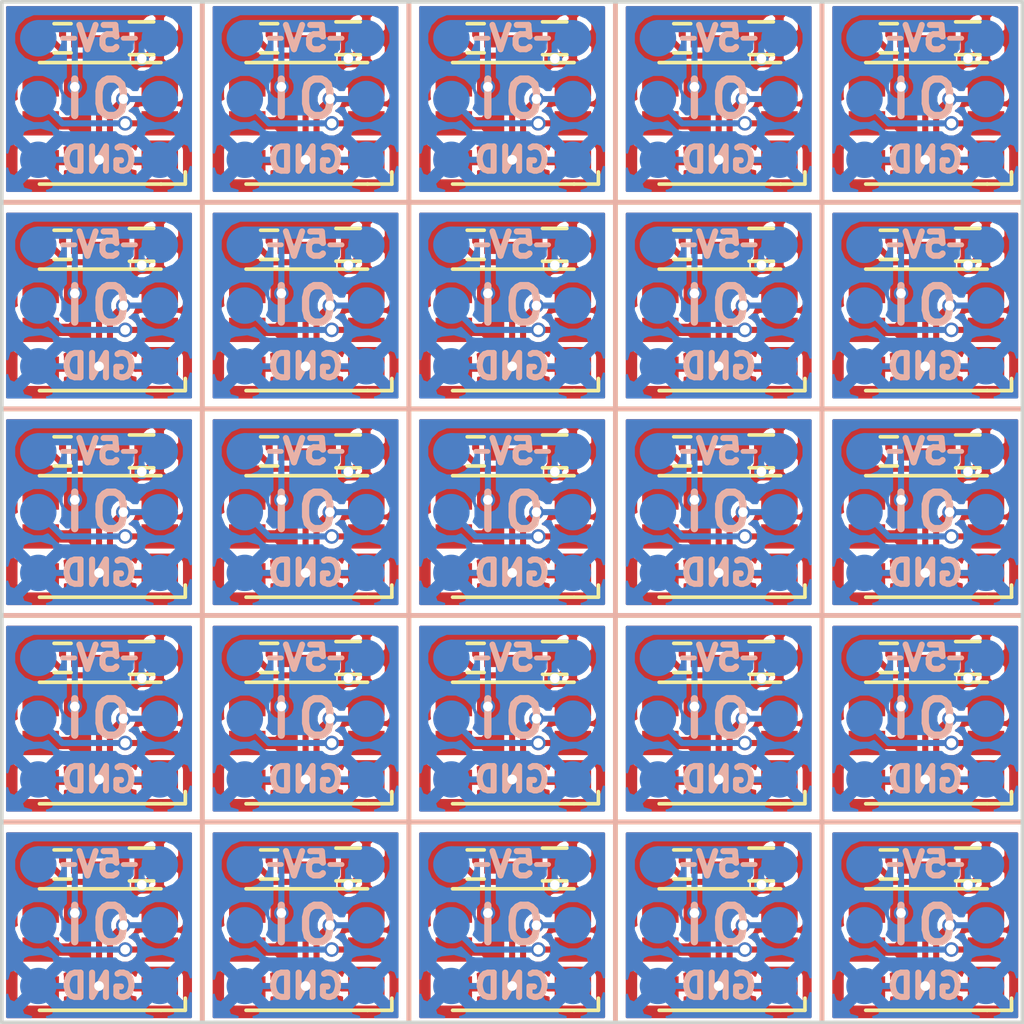
<source format=kicad_pcb>
(kicad_pcb (version 4) (host pcbnew 4.0.2+dfsg1-stable)
  (layers (0 F.Cu signal hide) (31 B.Cu signal hide) (34 B.Paste user hide) (35 F.Paste user hide) (36 B.SilkS user hide) (37 F.SilkS user hide) (38 B.Mask user hide) (39 F.Mask user hide) (44 Edge.Cuts user))
  (net 0 "")
  (net 1 "Net-(C1-Pad1)")
  (net 2 GND)
  (net 3 +5V)
  (net 4 "Net-(L1-Pad1)")
  (net 5 "Net-(L1-Pad2)")
  (module Measurement_Points:Measurement_Point_Round-SMD-Pad_Small (layer B.Cu) (at 52.5 56.5)
    (fp_text reference W155)
    (fp_text value DIN)
    (pad 1 smd circle (at 0 0) (size 1.5 1.5) (layers B.Cu B.Mask) (net 5 "Net-(L1-Pad2)"))
  )
  (module Measurement_Points:Measurement_Point_Round-SMD-Pad_Small (layer B.Cu) (at 44 56.5)
    (fp_text reference W145)
    (fp_text value DIN)
    (pad 1 smd circle (at 0 0) (size 1.5 1.5) (layers B.Cu B.Mask) (net 5 "Net-(L1-Pad2)"))
  )
  (module Measurement_Points:Measurement_Point_Round-SMD-Pad_Small (layer B.Cu) (at 35.5 56.5)
    (fp_text reference W135)
    (fp_text value DIN)
    (pad 1 smd circle (at 0 0) (size 1.5 1.5) (layers B.Cu B.Mask) (net 5 "Net-(L1-Pad2)"))
  )
  (module Measurement_Points:Measurement_Point_Round-SMD-Pad_Small (layer B.Cu) (at 27 56.5)
    (fp_text reference W125)
    (fp_text value DIN)
    (pad 1 smd circle (at 0 0) (size 1.5 1.5) (layers B.Cu B.Mask) (net 5 "Net-(L1-Pad2)"))
  )
  (module Measurement_Points:Measurement_Point_Round-SMD-Pad_Small (layer B.Cu) (at 18.5 56.5)
    (fp_text reference W115)
    (fp_text value DIN)
    (pad 1 smd circle (at 0 0) (size 1.5 1.5) (layers B.Cu B.Mask) (net 5 "Net-(L1-Pad2)"))
  )
  (module Measurement_Points:Measurement_Point_Round-SMD-Pad_Small (layer B.Cu) (at 52.5 48)
    (fp_text reference W154)
    (fp_text value DIN)
    (pad 1 smd circle (at 0 0) (size 1.5 1.5) (layers B.Cu B.Mask) (net 5 "Net-(L1-Pad2)"))
  )
  (module Measurement_Points:Measurement_Point_Round-SMD-Pad_Small (layer B.Cu) (at 44 48)
    (fp_text reference W144)
    (fp_text value DIN)
    (pad 1 smd circle (at 0 0) (size 1.5 1.5) (layers B.Cu B.Mask) (net 5 "Net-(L1-Pad2)"))
  )
  (module Measurement_Points:Measurement_Point_Round-SMD-Pad_Small (layer B.Cu) (at 35.5 48)
    (fp_text reference W134)
    (fp_text value DIN)
    (pad 1 smd circle (at 0 0) (size 1.5 1.5) (layers B.Cu B.Mask) (net 5 "Net-(L1-Pad2)"))
  )
  (module Measurement_Points:Measurement_Point_Round-SMD-Pad_Small (layer B.Cu) (at 27 48)
    (fp_text reference W124)
    (fp_text value DIN)
    (pad 1 smd circle (at 0 0) (size 1.5 1.5) (layers B.Cu B.Mask) (net 5 "Net-(L1-Pad2)"))
  )
  (module Measurement_Points:Measurement_Point_Round-SMD-Pad_Small (layer B.Cu) (at 18.5 48)
    (fp_text reference W114)
    (fp_text value DIN)
    (pad 1 smd circle (at 0 0) (size 1.5 1.5) (layers B.Cu B.Mask) (net 5 "Net-(L1-Pad2)"))
  )
  (module Measurement_Points:Measurement_Point_Round-SMD-Pad_Small (layer B.Cu) (at 52.5 39.5)
    (fp_text reference W153)
    (fp_text value DIN)
    (pad 1 smd circle (at 0 0) (size 1.5 1.5) (layers B.Cu B.Mask) (net 5 "Net-(L1-Pad2)"))
  )
  (module Measurement_Points:Measurement_Point_Round-SMD-Pad_Small (layer B.Cu) (at 44 39.5)
    (fp_text reference W143)
    (fp_text value DIN)
    (pad 1 smd circle (at 0 0) (size 1.5 1.5) (layers B.Cu B.Mask) (net 5 "Net-(L1-Pad2)"))
  )
  (module Measurement_Points:Measurement_Point_Round-SMD-Pad_Small (layer B.Cu) (at 35.5 39.5)
    (fp_text reference W133)
    (fp_text value DIN)
    (pad 1 smd circle (at 0 0) (size 1.5 1.5) (layers B.Cu B.Mask) (net 5 "Net-(L1-Pad2)"))
  )
  (module Measurement_Points:Measurement_Point_Round-SMD-Pad_Small (layer B.Cu) (at 27 39.5)
    (fp_text reference W123)
    (fp_text value DIN)
    (pad 1 smd circle (at 0 0) (size 1.5 1.5) (layers B.Cu B.Mask) (net 5 "Net-(L1-Pad2)"))
  )
  (module Measurement_Points:Measurement_Point_Round-SMD-Pad_Small (layer B.Cu) (at 18.5 39.5)
    (fp_text reference W113)
    (fp_text value DIN)
    (pad 1 smd circle (at 0 0) (size 1.5 1.5) (layers B.Cu B.Mask) (net 5 "Net-(L1-Pad2)"))
  )
  (module Measurement_Points:Measurement_Point_Round-SMD-Pad_Small (layer B.Cu) (at 52.5 31)
    (fp_text reference W152)
    (fp_text value DIN)
    (pad 1 smd circle (at 0 0) (size 1.5 1.5) (layers B.Cu B.Mask) (net 5 "Net-(L1-Pad2)"))
  )
  (module Measurement_Points:Measurement_Point_Round-SMD-Pad_Small (layer B.Cu) (at 44 31)
    (fp_text reference W142)
    (fp_text value DIN)
    (pad 1 smd circle (at 0 0) (size 1.5 1.5) (layers B.Cu B.Mask) (net 5 "Net-(L1-Pad2)"))
  )
  (module Measurement_Points:Measurement_Point_Round-SMD-Pad_Small (layer B.Cu) (at 35.5 31)
    (fp_text reference W132)
    (fp_text value DIN)
    (pad 1 smd circle (at 0 0) (size 1.5 1.5) (layers B.Cu B.Mask) (net 5 "Net-(L1-Pad2)"))
  )
  (module Measurement_Points:Measurement_Point_Round-SMD-Pad_Small (layer B.Cu) (at 27 31)
    (fp_text reference W122)
    (fp_text value DIN)
    (pad 1 smd circle (at 0 0) (size 1.5 1.5) (layers B.Cu B.Mask) (net 5 "Net-(L1-Pad2)"))
  )
  (module Measurement_Points:Measurement_Point_Round-SMD-Pad_Small (layer B.Cu) (at 18.5 31)
    (fp_text reference W112)
    (fp_text value DIN)
    (pad 1 smd circle (at 0 0) (size 1.5 1.5) (layers B.Cu B.Mask) (net 5 "Net-(L1-Pad2)"))
  )
  (module Measurement_Points:Measurement_Point_Round-SMD-Pad_Small (layer B.Cu) (at 52.5 22.5)
    (fp_text reference W151)
    (fp_text value DIN)
    (pad 1 smd circle (at 0 0) (size 1.5 1.5) (layers B.Cu B.Mask) (net 5 "Net-(L1-Pad2)"))
  )
  (module Measurement_Points:Measurement_Point_Round-SMD-Pad_Small (layer B.Cu) (at 44 22.5)
    (fp_text reference W141)
    (fp_text value DIN)
    (pad 1 smd circle (at 0 0) (size 1.5 1.5) (layers B.Cu B.Mask) (net 5 "Net-(L1-Pad2)"))
  )
  (module Measurement_Points:Measurement_Point_Round-SMD-Pad_Small (layer B.Cu) (at 35.5 22.5)
    (fp_text reference W131)
    (fp_text value DIN)
    (pad 1 smd circle (at 0 0) (size 1.5 1.5) (layers B.Cu B.Mask) (net 5 "Net-(L1-Pad2)"))
  )
  (module Measurement_Points:Measurement_Point_Round-SMD-Pad_Small (layer B.Cu) (at 27 22.5)
    (fp_text reference W121)
    (fp_text value DIN)
    (pad 1 smd circle (at 0 0) (size 1.5 1.5) (layers B.Cu B.Mask) (net 5 "Net-(L1-Pad2)"))
  )
  (module Measurement_Points:Measurement_Point_Round-SMD-Pad_Small (layer B.Cu) (at 57.5 54)
    (fp_text reference W155)
    (fp_text value 5V_OUT)
    (pad 1 smd circle (at 0 0) (size 1.5 1.5) (layers B.Cu B.Mask) (net 3 +5V))
  )
  (module Measurement_Points:Measurement_Point_Round-SMD-Pad_Small (layer B.Cu) (at 49 54)
    (fp_text reference W145)
    (fp_text value 5V_OUT)
    (pad 1 smd circle (at 0 0) (size 1.5 1.5) (layers B.Cu B.Mask) (net 3 +5V))
  )
  (module Measurement_Points:Measurement_Point_Round-SMD-Pad_Small (layer B.Cu) (at 40.5 54)
    (fp_text reference W135)
    (fp_text value 5V_OUT)
    (pad 1 smd circle (at 0 0) (size 1.5 1.5) (layers B.Cu B.Mask) (net 3 +5V))
  )
  (module Measurement_Points:Measurement_Point_Round-SMD-Pad_Small (layer B.Cu) (at 32 54)
    (fp_text reference W125)
    (fp_text value 5V_OUT)
    (pad 1 smd circle (at 0 0) (size 1.5 1.5) (layers B.Cu B.Mask) (net 3 +5V))
  )
  (module Measurement_Points:Measurement_Point_Round-SMD-Pad_Small (layer B.Cu) (at 23.5 54)
    (fp_text reference W115)
    (fp_text value 5V_OUT)
    (pad 1 smd circle (at 0 0) (size 1.5 1.5) (layers B.Cu B.Mask) (net 3 +5V))
  )
  (module Measurement_Points:Measurement_Point_Round-SMD-Pad_Small (layer B.Cu) (at 57.5 45.5)
    (fp_text reference W154)
    (fp_text value 5V_OUT)
    (pad 1 smd circle (at 0 0) (size 1.5 1.5) (layers B.Cu B.Mask) (net 3 +5V))
  )
  (module Measurement_Points:Measurement_Point_Round-SMD-Pad_Small (layer B.Cu) (at 49 45.5)
    (fp_text reference W144)
    (fp_text value 5V_OUT)
    (pad 1 smd circle (at 0 0) (size 1.5 1.5) (layers B.Cu B.Mask) (net 3 +5V))
  )
  (module Measurement_Points:Measurement_Point_Round-SMD-Pad_Small (layer B.Cu) (at 40.5 45.5)
    (fp_text reference W134)
    (fp_text value 5V_OUT)
    (pad 1 smd circle (at 0 0) (size 1.5 1.5) (layers B.Cu B.Mask) (net 3 +5V))
  )
  (module Measurement_Points:Measurement_Point_Round-SMD-Pad_Small (layer B.Cu) (at 32 45.5)
    (fp_text reference W124)
    (fp_text value 5V_OUT)
    (pad 1 smd circle (at 0 0) (size 1.5 1.5) (layers B.Cu B.Mask) (net 3 +5V))
  )
  (module Measurement_Points:Measurement_Point_Round-SMD-Pad_Small (layer B.Cu) (at 23.5 45.5)
    (fp_text reference W114)
    (fp_text value 5V_OUT)
    (pad 1 smd circle (at 0 0) (size 1.5 1.5) (layers B.Cu B.Mask) (net 3 +5V))
  )
  (module Measurement_Points:Measurement_Point_Round-SMD-Pad_Small (layer B.Cu) (at 57.5 37)
    (fp_text reference W153)
    (fp_text value 5V_OUT)
    (pad 1 smd circle (at 0 0) (size 1.5 1.5) (layers B.Cu B.Mask) (net 3 +5V))
  )
  (module Measurement_Points:Measurement_Point_Round-SMD-Pad_Small (layer B.Cu) (at 49 37)
    (fp_text reference W143)
    (fp_text value 5V_OUT)
    (pad 1 smd circle (at 0 0) (size 1.5 1.5) (layers B.Cu B.Mask) (net 3 +5V))
  )
  (module Measurement_Points:Measurement_Point_Round-SMD-Pad_Small (layer B.Cu) (at 40.5 37)
    (fp_text reference W133)
    (fp_text value 5V_OUT)
    (pad 1 smd circle (at 0 0) (size 1.5 1.5) (layers B.Cu B.Mask) (net 3 +5V))
  )
  (module Measurement_Points:Measurement_Point_Round-SMD-Pad_Small (layer B.Cu) (at 32 37)
    (fp_text reference W123)
    (fp_text value 5V_OUT)
    (pad 1 smd circle (at 0 0) (size 1.5 1.5) (layers B.Cu B.Mask) (net 3 +5V))
  )
  (module Measurement_Points:Measurement_Point_Round-SMD-Pad_Small (layer B.Cu) (at 23.5 37)
    (fp_text reference W113)
    (fp_text value 5V_OUT)
    (pad 1 smd circle (at 0 0) (size 1.5 1.5) (layers B.Cu B.Mask) (net 3 +5V))
  )
  (module Measurement_Points:Measurement_Point_Round-SMD-Pad_Small (layer B.Cu) (at 57.5 28.5)
    (fp_text reference W152)
    (fp_text value 5V_OUT)
    (pad 1 smd circle (at 0 0) (size 1.5 1.5) (layers B.Cu B.Mask) (net 3 +5V))
  )
  (module Measurement_Points:Measurement_Point_Round-SMD-Pad_Small (layer B.Cu) (at 49 28.5)
    (fp_text reference W142)
    (fp_text value 5V_OUT)
    (pad 1 smd circle (at 0 0) (size 1.5 1.5) (layers B.Cu B.Mask) (net 3 +5V))
  )
  (module Measurement_Points:Measurement_Point_Round-SMD-Pad_Small (layer B.Cu) (at 40.5 28.5)
    (fp_text reference W132)
    (fp_text value 5V_OUT)
    (pad 1 smd circle (at 0 0) (size 1.5 1.5) (layers B.Cu B.Mask) (net 3 +5V))
  )
  (module Measurement_Points:Measurement_Point_Round-SMD-Pad_Small (layer B.Cu) (at 32 28.5)
    (fp_text reference W122)
    (fp_text value 5V_OUT)
    (pad 1 smd circle (at 0 0) (size 1.5 1.5) (layers B.Cu B.Mask) (net 3 +5V))
  )
  (module Measurement_Points:Measurement_Point_Round-SMD-Pad_Small (layer B.Cu) (at 23.5 28.5)
    (fp_text reference W112)
    (fp_text value 5V_OUT)
    (pad 1 smd circle (at 0 0) (size 1.5 1.5) (layers B.Cu B.Mask) (net 3 +5V))
  )
  (module Measurement_Points:Measurement_Point_Round-SMD-Pad_Small (layer B.Cu) (at 57.5 20)
    (fp_text reference W151)
    (fp_text value 5V_OUT)
    (pad 1 smd circle (at 0 0) (size 1.5 1.5) (layers B.Cu B.Mask) (net 3 +5V))
  )
  (module Measurement_Points:Measurement_Point_Round-SMD-Pad_Small (layer B.Cu) (at 49 20)
    (fp_text reference W141)
    (fp_text value 5V_OUT)
    (pad 1 smd circle (at 0 0) (size 1.5 1.5) (layers B.Cu B.Mask) (net 3 +5V))
  )
  (module Measurement_Points:Measurement_Point_Round-SMD-Pad_Small (layer B.Cu) (at 40.5 20)
    (fp_text reference W131)
    (fp_text value 5V_OUT)
    (pad 1 smd circle (at 0 0) (size 1.5 1.5) (layers B.Cu B.Mask) (net 3 +5V))
  )
  (module Measurement_Points:Measurement_Point_Round-SMD-Pad_Small (layer B.Cu) (at 32 20)
    (fp_text reference W121)
    (fp_text value 5V_OUT)
    (pad 1 smd circle (at 0 0) (size 1.5 1.5) (layers B.Cu B.Mask) (net 3 +5V))
  )
  (module Measurement_Points:Measurement_Point_Round-SMD-Pad_Small (layer B.Cu) (at 52.5 59)
    (fp_text reference W155)
    (fp_text value GND_IN)
    (pad 1 smd circle (at 0 0) (size 1.5 1.5) (layers B.Cu B.Mask) (net 2 GND))
  )
  (module Measurement_Points:Measurement_Point_Round-SMD-Pad_Small (layer B.Cu) (at 44 59)
    (fp_text reference W145)
    (fp_text value GND_IN)
    (pad 1 smd circle (at 0 0) (size 1.5 1.5) (layers B.Cu B.Mask) (net 2 GND))
  )
  (module Measurement_Points:Measurement_Point_Round-SMD-Pad_Small (layer B.Cu) (at 35.5 59)
    (fp_text reference W135)
    (fp_text value GND_IN)
    (pad 1 smd circle (at 0 0) (size 1.5 1.5) (layers B.Cu B.Mask) (net 2 GND))
  )
  (module Measurement_Points:Measurement_Point_Round-SMD-Pad_Small (layer B.Cu) (at 27 59)
    (fp_text reference W125)
    (fp_text value GND_IN)
    (pad 1 smd circle (at 0 0) (size 1.5 1.5) (layers B.Cu B.Mask) (net 2 GND))
  )
  (module Measurement_Points:Measurement_Point_Round-SMD-Pad_Small (layer B.Cu) (at 18.5 59)
    (fp_text reference W115)
    (fp_text value GND_IN)
    (pad 1 smd circle (at 0 0) (size 1.5 1.5) (layers B.Cu B.Mask) (net 2 GND))
  )
  (module Measurement_Points:Measurement_Point_Round-SMD-Pad_Small (layer B.Cu) (at 52.5 50.5)
    (fp_text reference W154)
    (fp_text value GND_IN)
    (pad 1 smd circle (at 0 0) (size 1.5 1.5) (layers B.Cu B.Mask) (net 2 GND))
  )
  (module Measurement_Points:Measurement_Point_Round-SMD-Pad_Small (layer B.Cu) (at 44 50.5)
    (fp_text reference W144)
    (fp_text value GND_IN)
    (pad 1 smd circle (at 0 0) (size 1.5 1.5) (layers B.Cu B.Mask) (net 2 GND))
  )
  (module Measurement_Points:Measurement_Point_Round-SMD-Pad_Small (layer B.Cu) (at 35.5 50.5)
    (fp_text reference W134)
    (fp_text value GND_IN)
    (pad 1 smd circle (at 0 0) (size 1.5 1.5) (layers B.Cu B.Mask) (net 2 GND))
  )
  (module Measurement_Points:Measurement_Point_Round-SMD-Pad_Small (layer B.Cu) (at 27 50.5)
    (fp_text reference W124)
    (fp_text value GND_IN)
    (pad 1 smd circle (at 0 0) (size 1.5 1.5) (layers B.Cu B.Mask) (net 2 GND))
  )
  (module Measurement_Points:Measurement_Point_Round-SMD-Pad_Small (layer B.Cu) (at 18.5 50.5)
    (fp_text reference W114)
    (fp_text value GND_IN)
    (pad 1 smd circle (at 0 0) (size 1.5 1.5) (layers B.Cu B.Mask) (net 2 GND))
  )
  (module Measurement_Points:Measurement_Point_Round-SMD-Pad_Small (layer B.Cu) (at 52.5 42)
    (fp_text reference W153)
    (fp_text value GND_IN)
    (pad 1 smd circle (at 0 0) (size 1.5 1.5) (layers B.Cu B.Mask) (net 2 GND))
  )
  (module Measurement_Points:Measurement_Point_Round-SMD-Pad_Small (layer B.Cu) (at 44 42)
    (fp_text reference W143)
    (fp_text value GND_IN)
    (pad 1 smd circle (at 0 0) (size 1.5 1.5) (layers B.Cu B.Mask) (net 2 GND))
  )
  (module Measurement_Points:Measurement_Point_Round-SMD-Pad_Small (layer B.Cu) (at 35.5 42)
    (fp_text reference W133)
    (fp_text value GND_IN)
    (pad 1 smd circle (at 0 0) (size 1.5 1.5) (layers B.Cu B.Mask) (net 2 GND))
  )
  (module Measurement_Points:Measurement_Point_Round-SMD-Pad_Small (layer B.Cu) (at 27 42)
    (fp_text reference W123)
    (fp_text value GND_IN)
    (pad 1 smd circle (at 0 0) (size 1.5 1.5) (layers B.Cu B.Mask) (net 2 GND))
  )
  (module Measurement_Points:Measurement_Point_Round-SMD-Pad_Small (layer B.Cu) (at 18.5 42)
    (fp_text reference W113)
    (fp_text value GND_IN)
    (pad 1 smd circle (at 0 0) (size 1.5 1.5) (layers B.Cu B.Mask) (net 2 GND))
  )
  (module Measurement_Points:Measurement_Point_Round-SMD-Pad_Small (layer B.Cu) (at 52.5 33.5)
    (fp_text reference W152)
    (fp_text value GND_IN)
    (pad 1 smd circle (at 0 0) (size 1.5 1.5) (layers B.Cu B.Mask) (net 2 GND))
  )
  (module Measurement_Points:Measurement_Point_Round-SMD-Pad_Small (layer B.Cu) (at 44 33.5)
    (fp_text reference W142)
    (fp_text value GND_IN)
    (pad 1 smd circle (at 0 0) (size 1.5 1.5) (layers B.Cu B.Mask) (net 2 GND))
  )
  (module Measurement_Points:Measurement_Point_Round-SMD-Pad_Small (layer B.Cu) (at 35.5 33.5)
    (fp_text reference W132)
    (fp_text value GND_IN)
    (pad 1 smd circle (at 0 0) (size 1.5 1.5) (layers B.Cu B.Mask) (net 2 GND))
  )
  (module Measurement_Points:Measurement_Point_Round-SMD-Pad_Small (layer B.Cu) (at 27 33.5)
    (fp_text reference W122)
    (fp_text value GND_IN)
    (pad 1 smd circle (at 0 0) (size 1.5 1.5) (layers B.Cu B.Mask) (net 2 GND))
  )
  (module Measurement_Points:Measurement_Point_Round-SMD-Pad_Small (layer B.Cu) (at 18.5 33.5)
    (fp_text reference W112)
    (fp_text value GND_IN)
    (pad 1 smd circle (at 0 0) (size 1.5 1.5) (layers B.Cu B.Mask) (net 2 GND))
  )
  (module Measurement_Points:Measurement_Point_Round-SMD-Pad_Small (layer B.Cu) (at 52.5 25)
    (fp_text reference W151)
    (fp_text value GND_IN)
    (pad 1 smd circle (at 0 0) (size 1.5 1.5) (layers B.Cu B.Mask) (net 2 GND))
  )
  (module Measurement_Points:Measurement_Point_Round-SMD-Pad_Small (layer B.Cu) (at 44 25)
    (fp_text reference W141)
    (fp_text value GND_IN)
    (pad 1 smd circle (at 0 0) (size 1.5 1.5) (layers B.Cu B.Mask) (net 2 GND))
  )
  (module Measurement_Points:Measurement_Point_Round-SMD-Pad_Small (layer B.Cu) (at 35.5 25)
    (fp_text reference W131)
    (fp_text value GND_IN)
    (pad 1 smd circle (at 0 0) (size 1.5 1.5) (layers B.Cu B.Mask) (net 2 GND))
  )
  (module Measurement_Points:Measurement_Point_Round-SMD-Pad_Small (layer B.Cu) (at 27 25)
    (fp_text reference W121)
    (fp_text value GND_IN)
    (pad 1 smd circle (at 0 0) (size 1.5 1.5) (layers B.Cu B.Mask) (net 2 GND))
  )
  (module Measurement_Points:Measurement_Point_Round-SMD-Pad_Small (layer B.Cu) (at 52.5 54)
    (fp_text reference W155)
    (fp_text value 5V_IN)
    (pad 1 smd circle (at 0 0) (size 1.5 1.5) (layers B.Cu B.Mask) (net 3 +5V))
  )
  (module Measurement_Points:Measurement_Point_Round-SMD-Pad_Small (layer B.Cu) (at 44 54)
    (fp_text reference W145)
    (fp_text value 5V_IN)
    (pad 1 smd circle (at 0 0) (size 1.5 1.5) (layers B.Cu B.Mask) (net 3 +5V))
  )
  (module Measurement_Points:Measurement_Point_Round-SMD-Pad_Small (layer B.Cu) (at 35.5 54)
    (fp_text reference W135)
    (fp_text value 5V_IN)
    (pad 1 smd circle (at 0 0) (size 1.5 1.5) (layers B.Cu B.Mask) (net 3 +5V))
  )
  (module Measurement_Points:Measurement_Point_Round-SMD-Pad_Small (layer B.Cu) (at 27 54)
    (fp_text reference W125)
    (fp_text value 5V_IN)
    (pad 1 smd circle (at 0 0) (size 1.5 1.5) (layers B.Cu B.Mask) (net 3 +5V))
  )
  (module Measurement_Points:Measurement_Point_Round-SMD-Pad_Small (layer B.Cu) (at 18.5 54)
    (fp_text reference W115)
    (fp_text value 5V_IN)
    (pad 1 smd circle (at 0 0) (size 1.5 1.5) (layers B.Cu B.Mask) (net 3 +5V))
  )
  (module Measurement_Points:Measurement_Point_Round-SMD-Pad_Small (layer B.Cu) (at 52.5 45.5)
    (fp_text reference W154)
    (fp_text value 5V_IN)
    (pad 1 smd circle (at 0 0) (size 1.5 1.5) (layers B.Cu B.Mask) (net 3 +5V))
  )
  (module Measurement_Points:Measurement_Point_Round-SMD-Pad_Small (layer B.Cu) (at 44 45.5)
    (fp_text reference W144)
    (fp_text value 5V_IN)
    (pad 1 smd circle (at 0 0) (size 1.5 1.5) (layers B.Cu B.Mask) (net 3 +5V))
  )
  (module Measurement_Points:Measurement_Point_Round-SMD-Pad_Small (layer B.Cu) (at 35.5 45.5)
    (fp_text reference W134)
    (fp_text value 5V_IN)
    (pad 1 smd circle (at 0 0) (size 1.5 1.5) (layers B.Cu B.Mask) (net 3 +5V))
  )
  (module Measurement_Points:Measurement_Point_Round-SMD-Pad_Small (layer B.Cu) (at 27 45.5)
    (fp_text reference W124)
    (fp_text value 5V_IN)
    (pad 1 smd circle (at 0 0) (size 1.5 1.5) (layers B.Cu B.Mask) (net 3 +5V))
  )
  (module Measurement_Points:Measurement_Point_Round-SMD-Pad_Small (layer B.Cu) (at 18.5 45.5)
    (fp_text reference W114)
    (fp_text value 5V_IN)
    (pad 1 smd circle (at 0 0) (size 1.5 1.5) (layers B.Cu B.Mask) (net 3 +5V))
  )
  (module Measurement_Points:Measurement_Point_Round-SMD-Pad_Small (layer B.Cu) (at 52.5 37)
    (fp_text reference W153)
    (fp_text value 5V_IN)
    (pad 1 smd circle (at 0 0) (size 1.5 1.5) (layers B.Cu B.Mask) (net 3 +5V))
  )
  (module Measurement_Points:Measurement_Point_Round-SMD-Pad_Small (layer B.Cu) (at 44 37)
    (fp_text reference W143)
    (fp_text value 5V_IN)
    (pad 1 smd circle (at 0 0) (size 1.5 1.5) (layers B.Cu B.Mask) (net 3 +5V))
  )
  (module Measurement_Points:Measurement_Point_Round-SMD-Pad_Small (layer B.Cu) (at 35.5 37)
    (fp_text reference W133)
    (fp_text value 5V_IN)
    (pad 1 smd circle (at 0 0) (size 1.5 1.5) (layers B.Cu B.Mask) (net 3 +5V))
  )
  (module Measurement_Points:Measurement_Point_Round-SMD-Pad_Small (layer B.Cu) (at 27 37)
    (fp_text reference W123)
    (fp_text value 5V_IN)
    (pad 1 smd circle (at 0 0) (size 1.5 1.5) (layers B.Cu B.Mask) (net 3 +5V))
  )
  (module Measurement_Points:Measurement_Point_Round-SMD-Pad_Small (layer B.Cu) (at 18.5 37)
    (fp_text reference W113)
    (fp_text value 5V_IN)
    (pad 1 smd circle (at 0 0) (size 1.5 1.5) (layers B.Cu B.Mask) (net 3 +5V))
  )
  (module Measurement_Points:Measurement_Point_Round-SMD-Pad_Small (layer B.Cu) (at 52.5 28.5)
    (fp_text reference W152)
    (fp_text value 5V_IN)
    (pad 1 smd circle (at 0 0) (size 1.5 1.5) (layers B.Cu B.Mask) (net 3 +5V))
  )
  (module Measurement_Points:Measurement_Point_Round-SMD-Pad_Small (layer B.Cu) (at 44 28.5)
    (fp_text reference W142)
    (fp_text value 5V_IN)
    (pad 1 smd circle (at 0 0) (size 1.5 1.5) (layers B.Cu B.Mask) (net 3 +5V))
  )
  (module Measurement_Points:Measurement_Point_Round-SMD-Pad_Small (layer B.Cu) (at 35.5 28.5)
    (fp_text reference W132)
    (fp_text value 5V_IN)
    (pad 1 smd circle (at 0 0) (size 1.5 1.5) (layers B.Cu B.Mask) (net 3 +5V))
  )
  (module Measurement_Points:Measurement_Point_Round-SMD-Pad_Small (layer B.Cu) (at 27 28.5)
    (fp_text reference W122)
    (fp_text value 5V_IN)
    (pad 1 smd circle (at 0 0) (size 1.5 1.5) (layers B.Cu B.Mask) (net 3 +5V))
  )
  (module Measurement_Points:Measurement_Point_Round-SMD-Pad_Small (layer B.Cu) (at 18.5 28.5)
    (fp_text reference W112)
    (fp_text value 5V_IN)
    (pad 1 smd circle (at 0 0) (size 1.5 1.5) (layers B.Cu B.Mask) (net 3 +5V))
  )
  (module Measurement_Points:Measurement_Point_Round-SMD-Pad_Small (layer B.Cu) (at 52.5 20)
    (fp_text reference W151)
    (fp_text value 5V_IN)
    (pad 1 smd circle (at 0 0) (size 1.5 1.5) (layers B.Cu B.Mask) (net 3 +5V))
  )
  (module Measurement_Points:Measurement_Point_Round-SMD-Pad_Small (layer B.Cu) (at 44 20)
    (fp_text reference W141)
    (fp_text value 5V_IN)
    (pad 1 smd circle (at 0 0) (size 1.5 1.5) (layers B.Cu B.Mask) (net 3 +5V))
  )
  (module Measurement_Points:Measurement_Point_Round-SMD-Pad_Small (layer B.Cu) (at 35.5 20)
    (fp_text reference W131)
    (fp_text value 5V_IN)
    (pad 1 smd circle (at 0 0) (size 1.5 1.5) (layers B.Cu B.Mask) (net 3 +5V))
  )
  (module Measurement_Points:Measurement_Point_Round-SMD-Pad_Small (layer B.Cu) (at 27 20)
    (fp_text reference W121)
    (fp_text value 5V_IN)
    (pad 1 smd circle (at 0 0) (size 1.5 1.5) (layers B.Cu B.Mask) (net 3 +5V))
  )
  (module Measurement_Points:Measurement_Point_Round-SMD-Pad_Small (layer B.Cu) (at 57.5 59)
    (fp_text reference W155)
    (fp_text value GND_OUT)
    (pad 1 smd circle (at 0 0) (size 1.5 1.5) (layers B.Cu B.Mask) (net 2 GND))
  )
  (module Measurement_Points:Measurement_Point_Round-SMD-Pad_Small (layer B.Cu) (at 49 59)
    (fp_text reference W145)
    (fp_text value GND_OUT)
    (pad 1 smd circle (at 0 0) (size 1.5 1.5) (layers B.Cu B.Mask) (net 2 GND))
  )
  (module Measurement_Points:Measurement_Point_Round-SMD-Pad_Small (layer B.Cu) (at 40.5 59)
    (fp_text reference W135)
    (fp_text value GND_OUT)
    (pad 1 smd circle (at 0 0) (size 1.5 1.5) (layers B.Cu B.Mask) (net 2 GND))
  )
  (module Measurement_Points:Measurement_Point_Round-SMD-Pad_Small (layer B.Cu) (at 32 59)
    (fp_text reference W125)
    (fp_text value GND_OUT)
    (pad 1 smd circle (at 0 0) (size 1.5 1.5) (layers B.Cu B.Mask) (net 2 GND))
  )
  (module Measurement_Points:Measurement_Point_Round-SMD-Pad_Small (layer B.Cu) (at 23.5 59)
    (fp_text reference W115)
    (fp_text value GND_OUT)
    (pad 1 smd circle (at 0 0) (size 1.5 1.5) (layers B.Cu B.Mask) (net 2 GND))
  )
  (module Measurement_Points:Measurement_Point_Round-SMD-Pad_Small (layer B.Cu) (at 57.5 50.5)
    (fp_text reference W154)
    (fp_text value GND_OUT)
    (pad 1 smd circle (at 0 0) (size 1.5 1.5) (layers B.Cu B.Mask) (net 2 GND))
  )
  (module Measurement_Points:Measurement_Point_Round-SMD-Pad_Small (layer B.Cu) (at 49 50.5)
    (fp_text reference W144)
    (fp_text value GND_OUT)
    (pad 1 smd circle (at 0 0) (size 1.5 1.5) (layers B.Cu B.Mask) (net 2 GND))
  )
  (module Measurement_Points:Measurement_Point_Round-SMD-Pad_Small (layer B.Cu) (at 40.5 50.5)
    (fp_text reference W134)
    (fp_text value GND_OUT)
    (pad 1 smd circle (at 0 0) (size 1.5 1.5) (layers B.Cu B.Mask) (net 2 GND))
  )
  (module Measurement_Points:Measurement_Point_Round-SMD-Pad_Small (layer B.Cu) (at 32 50.5)
    (fp_text reference W124)
    (fp_text value GND_OUT)
    (pad 1 smd circle (at 0 0) (size 1.5 1.5) (layers B.Cu B.Mask) (net 2 GND))
  )
  (module Measurement_Points:Measurement_Point_Round-SMD-Pad_Small (layer B.Cu) (at 23.5 50.5)
    (fp_text reference W114)
    (fp_text value GND_OUT)
    (pad 1 smd circle (at 0 0) (size 1.5 1.5) (layers B.Cu B.Mask) (net 2 GND))
  )
  (module Measurement_Points:Measurement_Point_Round-SMD-Pad_Small (layer B.Cu) (at 57.5 42)
    (fp_text reference W153)
    (fp_text value GND_OUT)
    (pad 1 smd circle (at 0 0) (size 1.5 1.5) (layers B.Cu B.Mask) (net 2 GND))
  )
  (module Measurement_Points:Measurement_Point_Round-SMD-Pad_Small (layer B.Cu) (at 49 42)
    (fp_text reference W143)
    (fp_text value GND_OUT)
    (pad 1 smd circle (at 0 0) (size 1.5 1.5) (layers B.Cu B.Mask) (net 2 GND))
  )
  (module Measurement_Points:Measurement_Point_Round-SMD-Pad_Small (layer B.Cu) (at 40.5 42)
    (fp_text reference W133)
    (fp_text value GND_OUT)
    (pad 1 smd circle (at 0 0) (size 1.5 1.5) (layers B.Cu B.Mask) (net 2 GND))
  )
  (module Measurement_Points:Measurement_Point_Round-SMD-Pad_Small (layer B.Cu) (at 32 42)
    (fp_text reference W123)
    (fp_text value GND_OUT)
    (pad 1 smd circle (at 0 0) (size 1.5 1.5) (layers B.Cu B.Mask) (net 2 GND))
  )
  (module Measurement_Points:Measurement_Point_Round-SMD-Pad_Small (layer B.Cu) (at 23.5 42)
    (fp_text reference W113)
    (fp_text value GND_OUT)
    (pad 1 smd circle (at 0 0) (size 1.5 1.5) (layers B.Cu B.Mask) (net 2 GND))
  )
  (module Measurement_Points:Measurement_Point_Round-SMD-Pad_Small (layer B.Cu) (at 57.5 33.5)
    (fp_text reference W152)
    (fp_text value GND_OUT)
    (pad 1 smd circle (at 0 0) (size 1.5 1.5) (layers B.Cu B.Mask) (net 2 GND))
  )
  (module Measurement_Points:Measurement_Point_Round-SMD-Pad_Small (layer B.Cu) (at 49 33.5)
    (fp_text reference W142)
    (fp_text value GND_OUT)
    (pad 1 smd circle (at 0 0) (size 1.5 1.5) (layers B.Cu B.Mask) (net 2 GND))
  )
  (module Measurement_Points:Measurement_Point_Round-SMD-Pad_Small (layer B.Cu) (at 40.5 33.5)
    (fp_text reference W132)
    (fp_text value GND_OUT)
    (pad 1 smd circle (at 0 0) (size 1.5 1.5) (layers B.Cu B.Mask) (net 2 GND))
  )
  (module Measurement_Points:Measurement_Point_Round-SMD-Pad_Small (layer B.Cu) (at 32 33.5)
    (fp_text reference W122)
    (fp_text value GND_OUT)
    (pad 1 smd circle (at 0 0) (size 1.5 1.5) (layers B.Cu B.Mask) (net 2 GND))
  )
  (module Measurement_Points:Measurement_Point_Round-SMD-Pad_Small (layer B.Cu) (at 23.5 33.5)
    (fp_text reference W112)
    (fp_text value GND_OUT)
    (pad 1 smd circle (at 0 0) (size 1.5 1.5) (layers B.Cu B.Mask) (net 2 GND))
  )
  (module Measurement_Points:Measurement_Point_Round-SMD-Pad_Small (layer B.Cu) (at 57.5 25)
    (fp_text reference W151)
    (fp_text value GND_OUT)
    (pad 1 smd circle (at 0 0) (size 1.5 1.5) (layers B.Cu B.Mask) (net 2 GND))
  )
  (module Measurement_Points:Measurement_Point_Round-SMD-Pad_Small (layer B.Cu) (at 49 25)
    (fp_text reference W141)
    (fp_text value GND_OUT)
    (pad 1 smd circle (at 0 0) (size 1.5 1.5) (layers B.Cu B.Mask) (net 2 GND))
  )
  (module Measurement_Points:Measurement_Point_Round-SMD-Pad_Small (layer B.Cu) (at 40.5 25)
    (fp_text reference W131)
    (fp_text value GND_OUT)
    (pad 1 smd circle (at 0 0) (size 1.5 1.5) (layers B.Cu B.Mask) (net 2 GND))
  )
  (module Measurement_Points:Measurement_Point_Round-SMD-Pad_Small (layer B.Cu) (at 32 25)
    (fp_text reference W121)
    (fp_text value GND_OUT)
    (pad 1 smd circle (at 0 0) (size 1.5 1.5) (layers B.Cu B.Mask) (net 2 GND))
  )
  (module Measurement_Points:Measurement_Point_Round-SMD-Pad_Small (layer B.Cu) (at 57.5 56.5)
    (fp_text reference W155)
    (fp_text value DOUT)
    (pad 1 smd circle (at 0 0) (size 1.5 1.5) (layers B.Cu B.Mask) (net 4 "Net-(L1-Pad1)"))
  )
  (module Measurement_Points:Measurement_Point_Round-SMD-Pad_Small (layer B.Cu) (at 49 56.5)
    (fp_text reference W145)
    (fp_text value DOUT)
    (pad 1 smd circle (at 0 0) (size 1.5 1.5) (layers B.Cu B.Mask) (net 4 "Net-(L1-Pad1)"))
  )
  (module Measurement_Points:Measurement_Point_Round-SMD-Pad_Small (layer B.Cu) (at 40.5 56.5)
    (fp_text reference W135)
    (fp_text value DOUT)
    (pad 1 smd circle (at 0 0) (size 1.5 1.5) (layers B.Cu B.Mask) (net 4 "Net-(L1-Pad1)"))
  )
  (module Measurement_Points:Measurement_Point_Round-SMD-Pad_Small (layer B.Cu) (at 32 56.5)
    (fp_text reference W125)
    (fp_text value DOUT)
    (pad 1 smd circle (at 0 0) (size 1.5 1.5) (layers B.Cu B.Mask) (net 4 "Net-(L1-Pad1)"))
  )
  (module Measurement_Points:Measurement_Point_Round-SMD-Pad_Small (layer B.Cu) (at 23.5 56.5)
    (fp_text reference W115)
    (fp_text value DOUT)
    (pad 1 smd circle (at 0 0) (size 1.5 1.5) (layers B.Cu B.Mask) (net 4 "Net-(L1-Pad1)"))
  )
  (module Measurement_Points:Measurement_Point_Round-SMD-Pad_Small (layer B.Cu) (at 57.5 48)
    (fp_text reference W154)
    (fp_text value DOUT)
    (pad 1 smd circle (at 0 0) (size 1.5 1.5) (layers B.Cu B.Mask) (net 4 "Net-(L1-Pad1)"))
  )
  (module Measurement_Points:Measurement_Point_Round-SMD-Pad_Small (layer B.Cu) (at 49 48)
    (fp_text reference W144)
    (fp_text value DOUT)
    (pad 1 smd circle (at 0 0) (size 1.5 1.5) (layers B.Cu B.Mask) (net 4 "Net-(L1-Pad1)"))
  )
  (module Measurement_Points:Measurement_Point_Round-SMD-Pad_Small (layer B.Cu) (at 40.5 48)
    (fp_text reference W134)
    (fp_text value DOUT)
    (pad 1 smd circle (at 0 0) (size 1.5 1.5) (layers B.Cu B.Mask) (net 4 "Net-(L1-Pad1)"))
  )
  (module Measurement_Points:Measurement_Point_Round-SMD-Pad_Small (layer B.Cu) (at 32 48)
    (fp_text reference W124)
    (fp_text value DOUT)
    (pad 1 smd circle (at 0 0) (size 1.5 1.5) (layers B.Cu B.Mask) (net 4 "Net-(L1-Pad1)"))
  )
  (module Measurement_Points:Measurement_Point_Round-SMD-Pad_Small (layer B.Cu) (at 23.5 48)
    (fp_text reference W114)
    (fp_text value DOUT)
    (pad 1 smd circle (at 0 0) (size 1.5 1.5) (layers B.Cu B.Mask) (net 4 "Net-(L1-Pad1)"))
  )
  (module Measurement_Points:Measurement_Point_Round-SMD-Pad_Small (layer B.Cu) (at 57.5 39.5)
    (fp_text reference W153)
    (fp_text value DOUT)
    (pad 1 smd circle (at 0 0) (size 1.5 1.5) (layers B.Cu B.Mask) (net 4 "Net-(L1-Pad1)"))
  )
  (module Measurement_Points:Measurement_Point_Round-SMD-Pad_Small (layer B.Cu) (at 49 39.5)
    (fp_text reference W143)
    (fp_text value DOUT)
    (pad 1 smd circle (at 0 0) (size 1.5 1.5) (layers B.Cu B.Mask) (net 4 "Net-(L1-Pad1)"))
  )
  (module Measurement_Points:Measurement_Point_Round-SMD-Pad_Small (layer B.Cu) (at 40.5 39.5)
    (fp_text reference W133)
    (fp_text value DOUT)
    (pad 1 smd circle (at 0 0) (size 1.5 1.5) (layers B.Cu B.Mask) (net 4 "Net-(L1-Pad1)"))
  )
  (module Measurement_Points:Measurement_Point_Round-SMD-Pad_Small (layer B.Cu) (at 32 39.5)
    (fp_text reference W123)
    (fp_text value DOUT)
    (pad 1 smd circle (at 0 0) (size 1.5 1.5) (layers B.Cu B.Mask) (net 4 "Net-(L1-Pad1)"))
  )
  (module Measurement_Points:Measurement_Point_Round-SMD-Pad_Small (layer B.Cu) (at 23.5 39.5)
    (fp_text reference W113)
    (fp_text value DOUT)
    (pad 1 smd circle (at 0 0) (size 1.5 1.5) (layers B.Cu B.Mask) (net 4 "Net-(L1-Pad1)"))
  )
  (module Measurement_Points:Measurement_Point_Round-SMD-Pad_Small (layer B.Cu) (at 57.5 31)
    (fp_text reference W152)
    (fp_text value DOUT)
    (pad 1 smd circle (at 0 0) (size 1.5 1.5) (layers B.Cu B.Mask) (net 4 "Net-(L1-Pad1)"))
  )
  (module Measurement_Points:Measurement_Point_Round-SMD-Pad_Small (layer B.Cu) (at 49 31)
    (fp_text reference W142)
    (fp_text value DOUT)
    (pad 1 smd circle (at 0 0) (size 1.5 1.5) (layers B.Cu B.Mask) (net 4 "Net-(L1-Pad1)"))
  )
  (module Measurement_Points:Measurement_Point_Round-SMD-Pad_Small (layer B.Cu) (at 40.5 31)
    (fp_text reference W132)
    (fp_text value DOUT)
    (pad 1 smd circle (at 0 0) (size 1.5 1.5) (layers B.Cu B.Mask) (net 4 "Net-(L1-Pad1)"))
  )
  (module Measurement_Points:Measurement_Point_Round-SMD-Pad_Small (layer B.Cu) (at 32 31)
    (fp_text reference W122)
    (fp_text value DOUT)
    (pad 1 smd circle (at 0 0) (size 1.5 1.5) (layers B.Cu B.Mask) (net 4 "Net-(L1-Pad1)"))
  )
  (module Measurement_Points:Measurement_Point_Round-SMD-Pad_Small (layer B.Cu) (at 23.5 31)
    (fp_text reference W112)
    (fp_text value DOUT)
    (pad 1 smd circle (at 0 0) (size 1.5 1.5) (layers B.Cu B.Mask) (net 4 "Net-(L1-Pad1)"))
  )
  (module Measurement_Points:Measurement_Point_Round-SMD-Pad_Small (layer B.Cu) (at 57.5 22.5)
    (fp_text reference W151)
    (fp_text value DOUT)
    (pad 1 smd circle (at 0 0) (size 1.5 1.5) (layers B.Cu B.Mask) (net 4 "Net-(L1-Pad1)"))
  )
  (module Measurement_Points:Measurement_Point_Round-SMD-Pad_Small (layer B.Cu) (at 49 22.5)
    (fp_text reference W141)
    (fp_text value DOUT)
    (pad 1 smd circle (at 0 0) (size 1.5 1.5) (layers B.Cu B.Mask) (net 4 "Net-(L1-Pad1)"))
  )
  (module Measurement_Points:Measurement_Point_Round-SMD-Pad_Small (layer B.Cu) (at 40.5 22.5)
    (fp_text reference W131)
    (fp_text value DOUT)
    (pad 1 smd circle (at 0 0) (size 1.5 1.5) (layers B.Cu B.Mask) (net 4 "Net-(L1-Pad1)"))
  )
  (module Measurement_Points:Measurement_Point_Round-SMD-Pad_Small (layer B.Cu) (at 32 22.5)
    (fp_text reference W121)
    (fp_text value DOUT)
    (pad 1 smd circle (at 0 0) (size 1.5 1.5) (layers B.Cu B.Mask) (net 4 "Net-(L1-Pad1)"))
  )
  (module Resistors_SMD:R_0603 (layer F.Cu) (at 56.75 54 180)
    (fp_text reference R155)
    (fp_text value 100R)
    (pad 1 smd rect (at -0.75 0 180) (size 0.5 0.9) (layers F.Cu F.Paste F.Mask) (net 3 +5V))
    (pad 2 smd rect (at 0.75 0 180) (size 0.5 0.9) (layers F.Cu F.Paste F.Mask) (net 1 "Net-(C1-Pad1)"))
  )
  (module Resistors_SMD:R_0603 (layer F.Cu) (at 48.25 54 180)
    (fp_text reference R145)
    (fp_text value 100R)
    (pad 1 smd rect (at -0.75 0 180) (size 0.5 0.9) (layers F.Cu F.Paste F.Mask) (net 3 +5V))
    (pad 2 smd rect (at 0.75 0 180) (size 0.5 0.9) (layers F.Cu F.Paste F.Mask) (net 1 "Net-(C1-Pad1)"))
  )
  (module Resistors_SMD:R_0603 (layer F.Cu) (at 39.75 54 180)
    (fp_text reference R135)
    (fp_text value 100R)
    (pad 1 smd rect (at -0.75 0 180) (size 0.5 0.9) (layers F.Cu F.Paste F.Mask) (net 3 +5V))
    (pad 2 smd rect (at 0.75 0 180) (size 0.5 0.9) (layers F.Cu F.Paste F.Mask) (net 1 "Net-(C1-Pad1)"))
  )
  (module Resistors_SMD:R_0603 (layer F.Cu) (at 31.25 54 180)
    (fp_text reference R125)
    (fp_text value 100R)
    (pad 1 smd rect (at -0.75 0 180) (size 0.5 0.9) (layers F.Cu F.Paste F.Mask) (net 3 +5V))
    (pad 2 smd rect (at 0.75 0 180) (size 0.5 0.9) (layers F.Cu F.Paste F.Mask) (net 1 "Net-(C1-Pad1)"))
  )
  (module Resistors_SMD:R_0603 (layer F.Cu) (at 22.75 54 180)
    (fp_text reference R115)
    (fp_text value 100R)
    (pad 1 smd rect (at -0.75 0 180) (size 0.5 0.9) (layers F.Cu F.Paste F.Mask) (net 3 +5V))
    (pad 2 smd rect (at 0.75 0 180) (size 0.5 0.9) (layers F.Cu F.Paste F.Mask) (net 1 "Net-(C1-Pad1)"))
  )
  (module Resistors_SMD:R_0603 (layer F.Cu) (at 56.75 45.5 180)
    (fp_text reference R154)
    (fp_text value 100R)
    (pad 1 smd rect (at -0.75 0 180) (size 0.5 0.9) (layers F.Cu F.Paste F.Mask) (net 3 +5V))
    (pad 2 smd rect (at 0.75 0 180) (size 0.5 0.9) (layers F.Cu F.Paste F.Mask) (net 1 "Net-(C1-Pad1)"))
  )
  (module Resistors_SMD:R_0603 (layer F.Cu) (at 48.25 45.5 180)
    (fp_text reference R144)
    (fp_text value 100R)
    (pad 1 smd rect (at -0.75 0 180) (size 0.5 0.9) (layers F.Cu F.Paste F.Mask) (net 3 +5V))
    (pad 2 smd rect (at 0.75 0 180) (size 0.5 0.9) (layers F.Cu F.Paste F.Mask) (net 1 "Net-(C1-Pad1)"))
  )
  (module Resistors_SMD:R_0603 (layer F.Cu) (at 39.75 45.5 180)
    (fp_text reference R134)
    (fp_text value 100R)
    (pad 1 smd rect (at -0.75 0 180) (size 0.5 0.9) (layers F.Cu F.Paste F.Mask) (net 3 +5V))
    (pad 2 smd rect (at 0.75 0 180) (size 0.5 0.9) (layers F.Cu F.Paste F.Mask) (net 1 "Net-(C1-Pad1)"))
  )
  (module Resistors_SMD:R_0603 (layer F.Cu) (at 31.25 45.5 180)
    (fp_text reference R124)
    (fp_text value 100R)
    (pad 1 smd rect (at -0.75 0 180) (size 0.5 0.9) (layers F.Cu F.Paste F.Mask) (net 3 +5V))
    (pad 2 smd rect (at 0.75 0 180) (size 0.5 0.9) (layers F.Cu F.Paste F.Mask) (net 1 "Net-(C1-Pad1)"))
  )
  (module Resistors_SMD:R_0603 (layer F.Cu) (at 22.75 45.5 180)
    (fp_text reference R114)
    (fp_text value 100R)
    (pad 1 smd rect (at -0.75 0 180) (size 0.5 0.9) (layers F.Cu F.Paste F.Mask) (net 3 +5V))
    (pad 2 smd rect (at 0.75 0 180) (size 0.5 0.9) (layers F.Cu F.Paste F.Mask) (net 1 "Net-(C1-Pad1)"))
  )
  (module Resistors_SMD:R_0603 (layer F.Cu) (at 56.75 37 180)
    (fp_text reference R153)
    (fp_text value 100R)
    (pad 1 smd rect (at -0.75 0 180) (size 0.5 0.9) (layers F.Cu F.Paste F.Mask) (net 3 +5V))
    (pad 2 smd rect (at 0.75 0 180) (size 0.5 0.9) (layers F.Cu F.Paste F.Mask) (net 1 "Net-(C1-Pad1)"))
  )
  (module Resistors_SMD:R_0603 (layer F.Cu) (at 48.25 37 180)
    (fp_text reference R143)
    (fp_text value 100R)
    (pad 1 smd rect (at -0.75 0 180) (size 0.5 0.9) (layers F.Cu F.Paste F.Mask) (net 3 +5V))
    (pad 2 smd rect (at 0.75 0 180) (size 0.5 0.9) (layers F.Cu F.Paste F.Mask) (net 1 "Net-(C1-Pad1)"))
  )
  (module Resistors_SMD:R_0603 (layer F.Cu) (at 39.75 37 180)
    (fp_text reference R133)
    (fp_text value 100R)
    (pad 1 smd rect (at -0.75 0 180) (size 0.5 0.9) (layers F.Cu F.Paste F.Mask) (net 3 +5V))
    (pad 2 smd rect (at 0.75 0 180) (size 0.5 0.9) (layers F.Cu F.Paste F.Mask) (net 1 "Net-(C1-Pad1)"))
  )
  (module Resistors_SMD:R_0603 (layer F.Cu) (at 31.25 37 180)
    (fp_text reference R123)
    (fp_text value 100R)
    (pad 1 smd rect (at -0.75 0 180) (size 0.5 0.9) (layers F.Cu F.Paste F.Mask) (net 3 +5V))
    (pad 2 smd rect (at 0.75 0 180) (size 0.5 0.9) (layers F.Cu F.Paste F.Mask) (net 1 "Net-(C1-Pad1)"))
  )
  (module Resistors_SMD:R_0603 (layer F.Cu) (at 22.75 37 180)
    (fp_text reference R113)
    (fp_text value 100R)
    (pad 1 smd rect (at -0.75 0 180) (size 0.5 0.9) (layers F.Cu F.Paste F.Mask) (net 3 +5V))
    (pad 2 smd rect (at 0.75 0 180) (size 0.5 0.9) (layers F.Cu F.Paste F.Mask) (net 1 "Net-(C1-Pad1)"))
  )
  (module Resistors_SMD:R_0603 (layer F.Cu) (at 56.75 28.5 180)
    (fp_text reference R152)
    (fp_text value 100R)
    (pad 1 smd rect (at -0.75 0 180) (size 0.5 0.9) (layers F.Cu F.Paste F.Mask) (net 3 +5V))
    (pad 2 smd rect (at 0.75 0 180) (size 0.5 0.9) (layers F.Cu F.Paste F.Mask) (net 1 "Net-(C1-Pad1)"))
  )
  (module Resistors_SMD:R_0603 (layer F.Cu) (at 48.25 28.5 180)
    (fp_text reference R142)
    (fp_text value 100R)
    (pad 1 smd rect (at -0.75 0 180) (size 0.5 0.9) (layers F.Cu F.Paste F.Mask) (net 3 +5V))
    (pad 2 smd rect (at 0.75 0 180) (size 0.5 0.9) (layers F.Cu F.Paste F.Mask) (net 1 "Net-(C1-Pad1)"))
  )
  (module Resistors_SMD:R_0603 (layer F.Cu) (at 39.75 28.5 180)
    (fp_text reference R132)
    (fp_text value 100R)
    (pad 1 smd rect (at -0.75 0 180) (size 0.5 0.9) (layers F.Cu F.Paste F.Mask) (net 3 +5V))
    (pad 2 smd rect (at 0.75 0 180) (size 0.5 0.9) (layers F.Cu F.Paste F.Mask) (net 1 "Net-(C1-Pad1)"))
  )
  (module Resistors_SMD:R_0603 (layer F.Cu) (at 31.25 28.5 180)
    (fp_text reference R122)
    (fp_text value 100R)
    (pad 1 smd rect (at -0.75 0 180) (size 0.5 0.9) (layers F.Cu F.Paste F.Mask) (net 3 +5V))
    (pad 2 smd rect (at 0.75 0 180) (size 0.5 0.9) (layers F.Cu F.Paste F.Mask) (net 1 "Net-(C1-Pad1)"))
  )
  (module Resistors_SMD:R_0603 (layer F.Cu) (at 22.75 28.5 180)
    (fp_text reference R112)
    (fp_text value 100R)
    (pad 1 smd rect (at -0.75 0 180) (size 0.5 0.9) (layers F.Cu F.Paste F.Mask) (net 3 +5V))
    (pad 2 smd rect (at 0.75 0 180) (size 0.5 0.9) (layers F.Cu F.Paste F.Mask) (net 1 "Net-(C1-Pad1)"))
  )
  (module Resistors_SMD:R_0603 (layer F.Cu) (at 56.75 20 180)
    (fp_text reference R151)
    (fp_text value 100R)
    (pad 1 smd rect (at -0.75 0 180) (size 0.5 0.9) (layers F.Cu F.Paste F.Mask) (net 3 +5V))
    (pad 2 smd rect (at 0.75 0 180) (size 0.5 0.9) (layers F.Cu F.Paste F.Mask) (net 1 "Net-(C1-Pad1)"))
  )
  (module Resistors_SMD:R_0603 (layer F.Cu) (at 48.25 20 180)
    (fp_text reference R141)
    (fp_text value 100R)
    (pad 1 smd rect (at -0.75 0 180) (size 0.5 0.9) (layers F.Cu F.Paste F.Mask) (net 3 +5V))
    (pad 2 smd rect (at 0.75 0 180) (size 0.5 0.9) (layers F.Cu F.Paste F.Mask) (net 1 "Net-(C1-Pad1)"))
  )
  (module Resistors_SMD:R_0603 (layer F.Cu) (at 39.75 20 180)
    (fp_text reference R131)
    (fp_text value 100R)
    (pad 1 smd rect (at -0.75 0 180) (size 0.5 0.9) (layers F.Cu F.Paste F.Mask) (net 3 +5V))
    (pad 2 smd rect (at 0.75 0 180) (size 0.5 0.9) (layers F.Cu F.Paste F.Mask) (net 1 "Net-(C1-Pad1)"))
  )
  (module Resistors_SMD:R_0603 (layer F.Cu) (at 31.25 20 180)
    (fp_text reference R121)
    (fp_text value 100R)
    (pad 1 smd rect (at -0.75 0 180) (size 0.5 0.9) (layers F.Cu F.Paste F.Mask) (net 3 +5V))
    (pad 2 smd rect (at 0.75 0 180) (size 0.5 0.9) (layers F.Cu F.Paste F.Mask) (net 1 "Net-(C1-Pad1)"))
  )
  (module Capacitors_SMD:C_0603 (layer F.Cu) (at 53.5 54 180)
    (fp_text reference C155)
    (fp_text value 100nF)
    (pad 1 smd rect (at -0.75 0 180) (size 0.8 0.75) (layers F.Cu F.Paste F.Mask) (net 1 "Net-(C1-Pad1)"))
    (pad 2 smd rect (at 0.75 0 180) (size 0.8 0.75) (layers F.Cu F.Paste F.Mask) (net 2 GND))
  )
  (module Capacitors_SMD:C_0603 (layer F.Cu) (at 45 54 180)
    (fp_text reference C145)
    (fp_text value 100nF)
    (pad 1 smd rect (at -0.75 0 180) (size 0.8 0.75) (layers F.Cu F.Paste F.Mask) (net 1 "Net-(C1-Pad1)"))
    (pad 2 smd rect (at 0.75 0 180) (size 0.8 0.75) (layers F.Cu F.Paste F.Mask) (net 2 GND))
  )
  (module Capacitors_SMD:C_0603 (layer F.Cu) (at 36.5 54 180)
    (fp_text reference C135)
    (fp_text value 100nF)
    (pad 1 smd rect (at -0.75 0 180) (size 0.8 0.75) (layers F.Cu F.Paste F.Mask) (net 1 "Net-(C1-Pad1)"))
    (pad 2 smd rect (at 0.75 0 180) (size 0.8 0.75) (layers F.Cu F.Paste F.Mask) (net 2 GND))
  )
  (module Capacitors_SMD:C_0603 (layer F.Cu) (at 28 54 180)
    (fp_text reference C125)
    (fp_text value 100nF)
    (pad 1 smd rect (at -0.75 0 180) (size 0.8 0.75) (layers F.Cu F.Paste F.Mask) (net 1 "Net-(C1-Pad1)"))
    (pad 2 smd rect (at 0.75 0 180) (size 0.8 0.75) (layers F.Cu F.Paste F.Mask) (net 2 GND))
  )
  (module Capacitors_SMD:C_0603 (layer F.Cu) (at 19.5 54 180)
    (fp_text reference C115)
    (fp_text value 100nF)
    (pad 1 smd rect (at -0.75 0 180) (size 0.8 0.75) (layers F.Cu F.Paste F.Mask) (net 1 "Net-(C1-Pad1)"))
    (pad 2 smd rect (at 0.75 0 180) (size 0.8 0.75) (layers F.Cu F.Paste F.Mask) (net 2 GND))
  )
  (module Capacitors_SMD:C_0603 (layer F.Cu) (at 53.5 45.5 180)
    (fp_text reference C154)
    (fp_text value 100nF)
    (pad 1 smd rect (at -0.75 0 180) (size 0.8 0.75) (layers F.Cu F.Paste F.Mask) (net 1 "Net-(C1-Pad1)"))
    (pad 2 smd rect (at 0.75 0 180) (size 0.8 0.75) (layers F.Cu F.Paste F.Mask) (net 2 GND))
  )
  (module Capacitors_SMD:C_0603 (layer F.Cu) (at 45 45.5 180)
    (fp_text reference C144)
    (fp_text value 100nF)
    (pad 1 smd rect (at -0.75 0 180) (size 0.8 0.75) (layers F.Cu F.Paste F.Mask) (net 1 "Net-(C1-Pad1)"))
    (pad 2 smd rect (at 0.75 0 180) (size 0.8 0.75) (layers F.Cu F.Paste F.Mask) (net 2 GND))
  )
  (module Capacitors_SMD:C_0603 (layer F.Cu) (at 36.5 45.5 180)
    (fp_text reference C134)
    (fp_text value 100nF)
    (pad 1 smd rect (at -0.75 0 180) (size 0.8 0.75) (layers F.Cu F.Paste F.Mask) (net 1 "Net-(C1-Pad1)"))
    (pad 2 smd rect (at 0.75 0 180) (size 0.8 0.75) (layers F.Cu F.Paste F.Mask) (net 2 GND))
  )
  (module Capacitors_SMD:C_0603 (layer F.Cu) (at 28 45.5 180)
    (fp_text reference C124)
    (fp_text value 100nF)
    (pad 1 smd rect (at -0.75 0 180) (size 0.8 0.75) (layers F.Cu F.Paste F.Mask) (net 1 "Net-(C1-Pad1)"))
    (pad 2 smd rect (at 0.75 0 180) (size 0.8 0.75) (layers F.Cu F.Paste F.Mask) (net 2 GND))
  )
  (module Capacitors_SMD:C_0603 (layer F.Cu) (at 19.5 45.5 180)
    (fp_text reference C114)
    (fp_text value 100nF)
    (pad 1 smd rect (at -0.75 0 180) (size 0.8 0.75) (layers F.Cu F.Paste F.Mask) (net 1 "Net-(C1-Pad1)"))
    (pad 2 smd rect (at 0.75 0 180) (size 0.8 0.75) (layers F.Cu F.Paste F.Mask) (net 2 GND))
  )
  (module Capacitors_SMD:C_0603 (layer F.Cu) (at 53.5 37 180)
    (fp_text reference C153)
    (fp_text value 100nF)
    (pad 1 smd rect (at -0.75 0 180) (size 0.8 0.75) (layers F.Cu F.Paste F.Mask) (net 1 "Net-(C1-Pad1)"))
    (pad 2 smd rect (at 0.75 0 180) (size 0.8 0.75) (layers F.Cu F.Paste F.Mask) (net 2 GND))
  )
  (module Capacitors_SMD:C_0603 (layer F.Cu) (at 45 37 180)
    (fp_text reference C143)
    (fp_text value 100nF)
    (pad 1 smd rect (at -0.75 0 180) (size 0.8 0.75) (layers F.Cu F.Paste F.Mask) (net 1 "Net-(C1-Pad1)"))
    (pad 2 smd rect (at 0.75 0 180) (size 0.8 0.75) (layers F.Cu F.Paste F.Mask) (net 2 GND))
  )
  (module Capacitors_SMD:C_0603 (layer F.Cu) (at 36.5 37 180)
    (fp_text reference C133)
    (fp_text value 100nF)
    (pad 1 smd rect (at -0.75 0 180) (size 0.8 0.75) (layers F.Cu F.Paste F.Mask) (net 1 "Net-(C1-Pad1)"))
    (pad 2 smd rect (at 0.75 0 180) (size 0.8 0.75) (layers F.Cu F.Paste F.Mask) (net 2 GND))
  )
  (module Capacitors_SMD:C_0603 (layer F.Cu) (at 28 37 180)
    (fp_text reference C123)
    (fp_text value 100nF)
    (pad 1 smd rect (at -0.75 0 180) (size 0.8 0.75) (layers F.Cu F.Paste F.Mask) (net 1 "Net-(C1-Pad1)"))
    (pad 2 smd rect (at 0.75 0 180) (size 0.8 0.75) (layers F.Cu F.Paste F.Mask) (net 2 GND))
  )
  (module Capacitors_SMD:C_0603 (layer F.Cu) (at 19.5 37 180)
    (fp_text reference C113)
    (fp_text value 100nF)
    (pad 1 smd rect (at -0.75 0 180) (size 0.8 0.75) (layers F.Cu F.Paste F.Mask) (net 1 "Net-(C1-Pad1)"))
    (pad 2 smd rect (at 0.75 0 180) (size 0.8 0.75) (layers F.Cu F.Paste F.Mask) (net 2 GND))
  )
  (module Capacitors_SMD:C_0603 (layer F.Cu) (at 53.5 28.5 180)
    (fp_text reference C152)
    (fp_text value 100nF)
    (pad 1 smd rect (at -0.75 0 180) (size 0.8 0.75) (layers F.Cu F.Paste F.Mask) (net 1 "Net-(C1-Pad1)"))
    (pad 2 smd rect (at 0.75 0 180) (size 0.8 0.75) (layers F.Cu F.Paste F.Mask) (net 2 GND))
  )
  (module Capacitors_SMD:C_0603 (layer F.Cu) (at 45 28.5 180)
    (fp_text reference C142)
    (fp_text value 100nF)
    (pad 1 smd rect (at -0.75 0 180) (size 0.8 0.75) (layers F.Cu F.Paste F.Mask) (net 1 "Net-(C1-Pad1)"))
    (pad 2 smd rect (at 0.75 0 180) (size 0.8 0.75) (layers F.Cu F.Paste F.Mask) (net 2 GND))
  )
  (module Capacitors_SMD:C_0603 (layer F.Cu) (at 36.5 28.5 180)
    (fp_text reference C132)
    (fp_text value 100nF)
    (pad 1 smd rect (at -0.75 0 180) (size 0.8 0.75) (layers F.Cu F.Paste F.Mask) (net 1 "Net-(C1-Pad1)"))
    (pad 2 smd rect (at 0.75 0 180) (size 0.8 0.75) (layers F.Cu F.Paste F.Mask) (net 2 GND))
  )
  (module Capacitors_SMD:C_0603 (layer F.Cu) (at 28 28.5 180)
    (fp_text reference C122)
    (fp_text value 100nF)
    (pad 1 smd rect (at -0.75 0 180) (size 0.8 0.75) (layers F.Cu F.Paste F.Mask) (net 1 "Net-(C1-Pad1)"))
    (pad 2 smd rect (at 0.75 0 180) (size 0.8 0.75) (layers F.Cu F.Paste F.Mask) (net 2 GND))
  )
  (module Capacitors_SMD:C_0603 (layer F.Cu) (at 19.5 28.5 180)
    (fp_text reference C112)
    (fp_text value 100nF)
    (pad 1 smd rect (at -0.75 0 180) (size 0.8 0.75) (layers F.Cu F.Paste F.Mask) (net 1 "Net-(C1-Pad1)"))
    (pad 2 smd rect (at 0.75 0 180) (size 0.8 0.75) (layers F.Cu F.Paste F.Mask) (net 2 GND))
  )
  (module Capacitors_SMD:C_0603 (layer F.Cu) (at 53.5 20 180)
    (fp_text reference C151)
    (fp_text value 100nF)
    (pad 1 smd rect (at -0.75 0 180) (size 0.8 0.75) (layers F.Cu F.Paste F.Mask) (net 1 "Net-(C1-Pad1)"))
    (pad 2 smd rect (at 0.75 0 180) (size 0.8 0.75) (layers F.Cu F.Paste F.Mask) (net 2 GND))
  )
  (module Capacitors_SMD:C_0603 (layer F.Cu) (at 45 20 180)
    (fp_text reference C141)
    (fp_text value 100nF)
    (pad 1 smd rect (at -0.75 0 180) (size 0.8 0.75) (layers F.Cu F.Paste F.Mask) (net 1 "Net-(C1-Pad1)"))
    (pad 2 smd rect (at 0.75 0 180) (size 0.8 0.75) (layers F.Cu F.Paste F.Mask) (net 2 GND))
  )
  (module Capacitors_SMD:C_0603 (layer F.Cu) (at 36.5 20 180)
    (fp_text reference C131)
    (fp_text value 100nF)
    (pad 1 smd rect (at -0.75 0 180) (size 0.8 0.75) (layers F.Cu F.Paste F.Mask) (net 1 "Net-(C1-Pad1)"))
    (pad 2 smd rect (at 0.75 0 180) (size 0.8 0.75) (layers F.Cu F.Paste F.Mask) (net 2 GND))
  )
  (module Capacitors_SMD:C_0603 (layer F.Cu) (at 28 20 180)
    (fp_text reference C121)
    (fp_text value 100nF)
    (pad 1 smd rect (at -0.75 0 180) (size 0.8 0.75) (layers F.Cu F.Paste F.Mask) (net 1 "Net-(C1-Pad1)"))
    (pad 2 smd rect (at 0.75 0 180) (size 0.8 0.75) (layers F.Cu F.Paste F.Mask) (net 2 GND))
  )
  (module ws2812s:WS2812S (layer F.Cu) (at 55.05 57.5)
    (fp_text reference L155)
    (fp_text value WS2812S hide)
    (pad 4 smd rect (at -2.45 -1.6) (size 1.5 1) (layers F.Cu F.Paste F.Mask))
    (pad 5 smd rect (at -2.45 0) (size 1.5 1) (layers F.Cu F.Paste F.Mask) (net 3 +5V))
    (pad 6 smd rect (at -2.45 1.6) (size 1.5 1) (layers F.Cu F.Paste F.Mask) (net 2 GND))
    (pad 1 smd rect (at 2.45 1.6) (size 1.5 1) (layers F.Cu F.Paste F.Mask) (net 4 "Net-(L1-Pad1)"))
    (pad 2 smd rect (at 2.45 0) (size 1.5 1) (layers F.Cu F.Paste F.Mask) (net 5 "Net-(L1-Pad2)"))
    (pad 3 smd rect (at 2.45 -1.6) (size 1.5 1) (layers F.Cu F.Paste F.Mask) (net 1 "Net-(C1-Pad1)"))
  )
  (module ws2812s:WS2812S (layer F.Cu) (at 46.55 57.5)
    (fp_text reference L145)
    (fp_text value WS2812S hide)
    (pad 4 smd rect (at -2.45 -1.6) (size 1.5 1) (layers F.Cu F.Paste F.Mask))
    (pad 5 smd rect (at -2.45 0) (size 1.5 1) (layers F.Cu F.Paste F.Mask) (net 3 +5V))
    (pad 6 smd rect (at -2.45 1.6) (size 1.5 1) (layers F.Cu F.Paste F.Mask) (net 2 GND))
    (pad 1 smd rect (at 2.45 1.6) (size 1.5 1) (layers F.Cu F.Paste F.Mask) (net 4 "Net-(L1-Pad1)"))
    (pad 2 smd rect (at 2.45 0) (size 1.5 1) (layers F.Cu F.Paste F.Mask) (net 5 "Net-(L1-Pad2)"))
    (pad 3 smd rect (at 2.45 -1.6) (size 1.5 1) (layers F.Cu F.Paste F.Mask) (net 1 "Net-(C1-Pad1)"))
  )
  (module ws2812s:WS2812S (layer F.Cu) (at 38.05 57.5)
    (fp_text reference L135)
    (fp_text value WS2812S hide)
    (pad 4 smd rect (at -2.45 -1.6) (size 1.5 1) (layers F.Cu F.Paste F.Mask))
    (pad 5 smd rect (at -2.45 0) (size 1.5 1) (layers F.Cu F.Paste F.Mask) (net 3 +5V))
    (pad 6 smd rect (at -2.45 1.6) (size 1.5 1) (layers F.Cu F.Paste F.Mask) (net 2 GND))
    (pad 1 smd rect (at 2.45 1.6) (size 1.5 1) (layers F.Cu F.Paste F.Mask) (net 4 "Net-(L1-Pad1)"))
    (pad 2 smd rect (at 2.45 0) (size 1.5 1) (layers F.Cu F.Paste F.Mask) (net 5 "Net-(L1-Pad2)"))
    (pad 3 smd rect (at 2.45 -1.6) (size 1.5 1) (layers F.Cu F.Paste F.Mask) (net 1 "Net-(C1-Pad1)"))
  )
  (module ws2812s:WS2812S (layer F.Cu) (at 29.55 57.5)
    (fp_text reference L125)
    (fp_text value WS2812S hide)
    (pad 4 smd rect (at -2.45 -1.6) (size 1.5 1) (layers F.Cu F.Paste F.Mask))
    (pad 5 smd rect (at -2.45 0) (size 1.5 1) (layers F.Cu F.Paste F.Mask) (net 3 +5V))
    (pad 6 smd rect (at -2.45 1.6) (size 1.5 1) (layers F.Cu F.Paste F.Mask) (net 2 GND))
    (pad 1 smd rect (at 2.45 1.6) (size 1.5 1) (layers F.Cu F.Paste F.Mask) (net 4 "Net-(L1-Pad1)"))
    (pad 2 smd rect (at 2.45 0) (size 1.5 1) (layers F.Cu F.Paste F.Mask) (net 5 "Net-(L1-Pad2)"))
    (pad 3 smd rect (at 2.45 -1.6) (size 1.5 1) (layers F.Cu F.Paste F.Mask) (net 1 "Net-(C1-Pad1)"))
  )
  (module ws2812s:WS2812S (layer F.Cu) (at 21.05 57.5)
    (fp_text reference L115)
    (fp_text value WS2812S hide)
    (pad 4 smd rect (at -2.45 -1.6) (size 1.5 1) (layers F.Cu F.Paste F.Mask))
    (pad 5 smd rect (at -2.45 0) (size 1.5 1) (layers F.Cu F.Paste F.Mask) (net 3 +5V))
    (pad 6 smd rect (at -2.45 1.6) (size 1.5 1) (layers F.Cu F.Paste F.Mask) (net 2 GND))
    (pad 1 smd rect (at 2.45 1.6) (size 1.5 1) (layers F.Cu F.Paste F.Mask) (net 4 "Net-(L1-Pad1)"))
    (pad 2 smd rect (at 2.45 0) (size 1.5 1) (layers F.Cu F.Paste F.Mask) (net 5 "Net-(L1-Pad2)"))
    (pad 3 smd rect (at 2.45 -1.6) (size 1.5 1) (layers F.Cu F.Paste F.Mask) (net 1 "Net-(C1-Pad1)"))
  )
  (module ws2812s:WS2812S (layer F.Cu) (at 55.05 49)
    (fp_text reference L154)
    (fp_text value WS2812S hide)
    (pad 4 smd rect (at -2.45 -1.6) (size 1.5 1) (layers F.Cu F.Paste F.Mask))
    (pad 5 smd rect (at -2.45 0) (size 1.5 1) (layers F.Cu F.Paste F.Mask) (net 3 +5V))
    (pad 6 smd rect (at -2.45 1.6) (size 1.5 1) (layers F.Cu F.Paste F.Mask) (net 2 GND))
    (pad 1 smd rect (at 2.45 1.6) (size 1.5 1) (layers F.Cu F.Paste F.Mask) (net 4 "Net-(L1-Pad1)"))
    (pad 2 smd rect (at 2.45 0) (size 1.5 1) (layers F.Cu F.Paste F.Mask) (net 5 "Net-(L1-Pad2)"))
    (pad 3 smd rect (at 2.45 -1.6) (size 1.5 1) (layers F.Cu F.Paste F.Mask) (net 1 "Net-(C1-Pad1)"))
  )
  (module ws2812s:WS2812S (layer F.Cu) (at 46.55 49)
    (fp_text reference L144)
    (fp_text value WS2812S hide)
    (pad 4 smd rect (at -2.45 -1.6) (size 1.5 1) (layers F.Cu F.Paste F.Mask))
    (pad 5 smd rect (at -2.45 0) (size 1.5 1) (layers F.Cu F.Paste F.Mask) (net 3 +5V))
    (pad 6 smd rect (at -2.45 1.6) (size 1.5 1) (layers F.Cu F.Paste F.Mask) (net 2 GND))
    (pad 1 smd rect (at 2.45 1.6) (size 1.5 1) (layers F.Cu F.Paste F.Mask) (net 4 "Net-(L1-Pad1)"))
    (pad 2 smd rect (at 2.45 0) (size 1.5 1) (layers F.Cu F.Paste F.Mask) (net 5 "Net-(L1-Pad2)"))
    (pad 3 smd rect (at 2.45 -1.6) (size 1.5 1) (layers F.Cu F.Paste F.Mask) (net 1 "Net-(C1-Pad1)"))
  )
  (module ws2812s:WS2812S (layer F.Cu) (at 38.05 49)
    (fp_text reference L134)
    (fp_text value WS2812S hide)
    (pad 4 smd rect (at -2.45 -1.6) (size 1.5 1) (layers F.Cu F.Paste F.Mask))
    (pad 5 smd rect (at -2.45 0) (size 1.5 1) (layers F.Cu F.Paste F.Mask) (net 3 +5V))
    (pad 6 smd rect (at -2.45 1.6) (size 1.5 1) (layers F.Cu F.Paste F.Mask) (net 2 GND))
    (pad 1 smd rect (at 2.45 1.6) (size 1.5 1) (layers F.Cu F.Paste F.Mask) (net 4 "Net-(L1-Pad1)"))
    (pad 2 smd rect (at 2.45 0) (size 1.5 1) (layers F.Cu F.Paste F.Mask) (net 5 "Net-(L1-Pad2)"))
    (pad 3 smd rect (at 2.45 -1.6) (size 1.5 1) (layers F.Cu F.Paste F.Mask) (net 1 "Net-(C1-Pad1)"))
  )
  (module ws2812s:WS2812S (layer F.Cu) (at 29.55 49)
    (fp_text reference L124)
    (fp_text value WS2812S hide)
    (pad 4 smd rect (at -2.45 -1.6) (size 1.5 1) (layers F.Cu F.Paste F.Mask))
    (pad 5 smd rect (at -2.45 0) (size 1.5 1) (layers F.Cu F.Paste F.Mask) (net 3 +5V))
    (pad 6 smd rect (at -2.45 1.6) (size 1.5 1) (layers F.Cu F.Paste F.Mask) (net 2 GND))
    (pad 1 smd rect (at 2.45 1.6) (size 1.5 1) (layers F.Cu F.Paste F.Mask) (net 4 "Net-(L1-Pad1)"))
    (pad 2 smd rect (at 2.45 0) (size 1.5 1) (layers F.Cu F.Paste F.Mask) (net 5 "Net-(L1-Pad2)"))
    (pad 3 smd rect (at 2.45 -1.6) (size 1.5 1) (layers F.Cu F.Paste F.Mask) (net 1 "Net-(C1-Pad1)"))
  )
  (module ws2812s:WS2812S (layer F.Cu) (at 21.05 49)
    (fp_text reference L114)
    (fp_text value WS2812S hide)
    (pad 4 smd rect (at -2.45 -1.6) (size 1.5 1) (layers F.Cu F.Paste F.Mask))
    (pad 5 smd rect (at -2.45 0) (size 1.5 1) (layers F.Cu F.Paste F.Mask) (net 3 +5V))
    (pad 6 smd rect (at -2.45 1.6) (size 1.5 1) (layers F.Cu F.Paste F.Mask) (net 2 GND))
    (pad 1 smd rect (at 2.45 1.6) (size 1.5 1) (layers F.Cu F.Paste F.Mask) (net 4 "Net-(L1-Pad1)"))
    (pad 2 smd rect (at 2.45 0) (size 1.5 1) (layers F.Cu F.Paste F.Mask) (net 5 "Net-(L1-Pad2)"))
    (pad 3 smd rect (at 2.45 -1.6) (size 1.5 1) (layers F.Cu F.Paste F.Mask) (net 1 "Net-(C1-Pad1)"))
  )
  (module ws2812s:WS2812S (layer F.Cu) (at 55.05 40.5)
    (fp_text reference L153)
    (fp_text value WS2812S hide)
    (pad 4 smd rect (at -2.45 -1.6) (size 1.5 1) (layers F.Cu F.Paste F.Mask))
    (pad 5 smd rect (at -2.45 0) (size 1.5 1) (layers F.Cu F.Paste F.Mask) (net 3 +5V))
    (pad 6 smd rect (at -2.45 1.6) (size 1.5 1) (layers F.Cu F.Paste F.Mask) (net 2 GND))
    (pad 1 smd rect (at 2.45 1.6) (size 1.5 1) (layers F.Cu F.Paste F.Mask) (net 4 "Net-(L1-Pad1)"))
    (pad 2 smd rect (at 2.45 0) (size 1.5 1) (layers F.Cu F.Paste F.Mask) (net 5 "Net-(L1-Pad2)"))
    (pad 3 smd rect (at 2.45 -1.6) (size 1.5 1) (layers F.Cu F.Paste F.Mask) (net 1 "Net-(C1-Pad1)"))
  )
  (module ws2812s:WS2812S (layer F.Cu) (at 46.55 40.5)
    (fp_text reference L143)
    (fp_text value WS2812S hide)
    (pad 4 smd rect (at -2.45 -1.6) (size 1.5 1) (layers F.Cu F.Paste F.Mask))
    (pad 5 smd rect (at -2.45 0) (size 1.5 1) (layers F.Cu F.Paste F.Mask) (net 3 +5V))
    (pad 6 smd rect (at -2.45 1.6) (size 1.5 1) (layers F.Cu F.Paste F.Mask) (net 2 GND))
    (pad 1 smd rect (at 2.45 1.6) (size 1.5 1) (layers F.Cu F.Paste F.Mask) (net 4 "Net-(L1-Pad1)"))
    (pad 2 smd rect (at 2.45 0) (size 1.5 1) (layers F.Cu F.Paste F.Mask) (net 5 "Net-(L1-Pad2)"))
    (pad 3 smd rect (at 2.45 -1.6) (size 1.5 1) (layers F.Cu F.Paste F.Mask) (net 1 "Net-(C1-Pad1)"))
  )
  (module ws2812s:WS2812S (layer F.Cu) (at 38.05 40.5)
    (fp_text reference L133)
    (fp_text value WS2812S hide)
    (pad 4 smd rect (at -2.45 -1.6) (size 1.5 1) (layers F.Cu F.Paste F.Mask))
    (pad 5 smd rect (at -2.45 0) (size 1.5 1) (layers F.Cu F.Paste F.Mask) (net 3 +5V))
    (pad 6 smd rect (at -2.45 1.6) (size 1.5 1) (layers F.Cu F.Paste F.Mask) (net 2 GND))
    (pad 1 smd rect (at 2.45 1.6) (size 1.5 1) (layers F.Cu F.Paste F.Mask) (net 4 "Net-(L1-Pad1)"))
    (pad 2 smd rect (at 2.45 0) (size 1.5 1) (layers F.Cu F.Paste F.Mask) (net 5 "Net-(L1-Pad2)"))
    (pad 3 smd rect (at 2.45 -1.6) (size 1.5 1) (layers F.Cu F.Paste F.Mask) (net 1 "Net-(C1-Pad1)"))
  )
  (module ws2812s:WS2812S (layer F.Cu) (at 29.55 40.5)
    (fp_text reference L123)
    (fp_text value WS2812S hide)
    (pad 4 smd rect (at -2.45 -1.6) (size 1.5 1) (layers F.Cu F.Paste F.Mask))
    (pad 5 smd rect (at -2.45 0) (size 1.5 1) (layers F.Cu F.Paste F.Mask) (net 3 +5V))
    (pad 6 smd rect (at -2.45 1.6) (size 1.5 1) (layers F.Cu F.Paste F.Mask) (net 2 GND))
    (pad 1 smd rect (at 2.45 1.6) (size 1.5 1) (layers F.Cu F.Paste F.Mask) (net 4 "Net-(L1-Pad1)"))
    (pad 2 smd rect (at 2.45 0) (size 1.5 1) (layers F.Cu F.Paste F.Mask) (net 5 "Net-(L1-Pad2)"))
    (pad 3 smd rect (at 2.45 -1.6) (size 1.5 1) (layers F.Cu F.Paste F.Mask) (net 1 "Net-(C1-Pad1)"))
  )
  (module ws2812s:WS2812S (layer F.Cu) (at 21.05 40.5)
    (fp_text reference L113)
    (fp_text value WS2812S hide)
    (pad 4 smd rect (at -2.45 -1.6) (size 1.5 1) (layers F.Cu F.Paste F.Mask))
    (pad 5 smd rect (at -2.45 0) (size 1.5 1) (layers F.Cu F.Paste F.Mask) (net 3 +5V))
    (pad 6 smd rect (at -2.45 1.6) (size 1.5 1) (layers F.Cu F.Paste F.Mask) (net 2 GND))
    (pad 1 smd rect (at 2.45 1.6) (size 1.5 1) (layers F.Cu F.Paste F.Mask) (net 4 "Net-(L1-Pad1)"))
    (pad 2 smd rect (at 2.45 0) (size 1.5 1) (layers F.Cu F.Paste F.Mask) (net 5 "Net-(L1-Pad2)"))
    (pad 3 smd rect (at 2.45 -1.6) (size 1.5 1) (layers F.Cu F.Paste F.Mask) (net 1 "Net-(C1-Pad1)"))
  )
  (module ws2812s:WS2812S (layer F.Cu) (at 55.05 32)
    (fp_text reference L152)
    (fp_text value WS2812S hide)
    (pad 4 smd rect (at -2.45 -1.6) (size 1.5 1) (layers F.Cu F.Paste F.Mask))
    (pad 5 smd rect (at -2.45 0) (size 1.5 1) (layers F.Cu F.Paste F.Mask) (net 3 +5V))
    (pad 6 smd rect (at -2.45 1.6) (size 1.5 1) (layers F.Cu F.Paste F.Mask) (net 2 GND))
    (pad 1 smd rect (at 2.45 1.6) (size 1.5 1) (layers F.Cu F.Paste F.Mask) (net 4 "Net-(L1-Pad1)"))
    (pad 2 smd rect (at 2.45 0) (size 1.5 1) (layers F.Cu F.Paste F.Mask) (net 5 "Net-(L1-Pad2)"))
    (pad 3 smd rect (at 2.45 -1.6) (size 1.5 1) (layers F.Cu F.Paste F.Mask) (net 1 "Net-(C1-Pad1)"))
  )
  (module ws2812s:WS2812S (layer F.Cu) (at 46.55 32)
    (fp_text reference L142)
    (fp_text value WS2812S hide)
    (pad 4 smd rect (at -2.45 -1.6) (size 1.5 1) (layers F.Cu F.Paste F.Mask))
    (pad 5 smd rect (at -2.45 0) (size 1.5 1) (layers F.Cu F.Paste F.Mask) (net 3 +5V))
    (pad 6 smd rect (at -2.45 1.6) (size 1.5 1) (layers F.Cu F.Paste F.Mask) (net 2 GND))
    (pad 1 smd rect (at 2.45 1.6) (size 1.5 1) (layers F.Cu F.Paste F.Mask) (net 4 "Net-(L1-Pad1)"))
    (pad 2 smd rect (at 2.45 0) (size 1.5 1) (layers F.Cu F.Paste F.Mask) (net 5 "Net-(L1-Pad2)"))
    (pad 3 smd rect (at 2.45 -1.6) (size 1.5 1) (layers F.Cu F.Paste F.Mask) (net 1 "Net-(C1-Pad1)"))
  )
  (module ws2812s:WS2812S (layer F.Cu) (at 38.05 32)
    (fp_text reference L132)
    (fp_text value WS2812S hide)
    (pad 4 smd rect (at -2.45 -1.6) (size 1.5 1) (layers F.Cu F.Paste F.Mask))
    (pad 5 smd rect (at -2.45 0) (size 1.5 1) (layers F.Cu F.Paste F.Mask) (net 3 +5V))
    (pad 6 smd rect (at -2.45 1.6) (size 1.5 1) (layers F.Cu F.Paste F.Mask) (net 2 GND))
    (pad 1 smd rect (at 2.45 1.6) (size 1.5 1) (layers F.Cu F.Paste F.Mask) (net 4 "Net-(L1-Pad1)"))
    (pad 2 smd rect (at 2.45 0) (size 1.5 1) (layers F.Cu F.Paste F.Mask) (net 5 "Net-(L1-Pad2)"))
    (pad 3 smd rect (at 2.45 -1.6) (size 1.5 1) (layers F.Cu F.Paste F.Mask) (net 1 "Net-(C1-Pad1)"))
  )
  (module ws2812s:WS2812S (layer F.Cu) (at 29.55 32)
    (fp_text reference L122)
    (fp_text value WS2812S hide)
    (pad 4 smd rect (at -2.45 -1.6) (size 1.5 1) (layers F.Cu F.Paste F.Mask))
    (pad 5 smd rect (at -2.45 0) (size 1.5 1) (layers F.Cu F.Paste F.Mask) (net 3 +5V))
    (pad 6 smd rect (at -2.45 1.6) (size 1.5 1) (layers F.Cu F.Paste F.Mask) (net 2 GND))
    (pad 1 smd rect (at 2.45 1.6) (size 1.5 1) (layers F.Cu F.Paste F.Mask) (net 4 "Net-(L1-Pad1)"))
    (pad 2 smd rect (at 2.45 0) (size 1.5 1) (layers F.Cu F.Paste F.Mask) (net 5 "Net-(L1-Pad2)"))
    (pad 3 smd rect (at 2.45 -1.6) (size 1.5 1) (layers F.Cu F.Paste F.Mask) (net 1 "Net-(C1-Pad1)"))
  )
  (module ws2812s:WS2812S (layer F.Cu) (at 21.05 32)
    (fp_text reference L112)
    (fp_text value WS2812S hide)
    (pad 4 smd rect (at -2.45 -1.6) (size 1.5 1) (layers F.Cu F.Paste F.Mask))
    (pad 5 smd rect (at -2.45 0) (size 1.5 1) (layers F.Cu F.Paste F.Mask) (net 3 +5V))
    (pad 6 smd rect (at -2.45 1.6) (size 1.5 1) (layers F.Cu F.Paste F.Mask) (net 2 GND))
    (pad 1 smd rect (at 2.45 1.6) (size 1.5 1) (layers F.Cu F.Paste F.Mask) (net 4 "Net-(L1-Pad1)"))
    (pad 2 smd rect (at 2.45 0) (size 1.5 1) (layers F.Cu F.Paste F.Mask) (net 5 "Net-(L1-Pad2)"))
    (pad 3 smd rect (at 2.45 -1.6) (size 1.5 1) (layers F.Cu F.Paste F.Mask) (net 1 "Net-(C1-Pad1)"))
  )
  (module ws2812s:WS2812S (layer F.Cu) (at 55.05 23.5)
    (fp_text reference L151)
    (fp_text value WS2812S hide)
    (pad 4 smd rect (at -2.45 -1.6) (size 1.5 1) (layers F.Cu F.Paste F.Mask))
    (pad 5 smd rect (at -2.45 0) (size 1.5 1) (layers F.Cu F.Paste F.Mask) (net 3 +5V))
    (pad 6 smd rect (at -2.45 1.6) (size 1.5 1) (layers F.Cu F.Paste F.Mask) (net 2 GND))
    (pad 1 smd rect (at 2.45 1.6) (size 1.5 1) (layers F.Cu F.Paste F.Mask) (net 4 "Net-(L1-Pad1)"))
    (pad 2 smd rect (at 2.45 0) (size 1.5 1) (layers F.Cu F.Paste F.Mask) (net 5 "Net-(L1-Pad2)"))
    (pad 3 smd rect (at 2.45 -1.6) (size 1.5 1) (layers F.Cu F.Paste F.Mask) (net 1 "Net-(C1-Pad1)"))
  )
  (module ws2812s:WS2812S (layer F.Cu) (at 46.55 23.5)
    (fp_text reference L141)
    (fp_text value WS2812S hide)
    (pad 4 smd rect (at -2.45 -1.6) (size 1.5 1) (layers F.Cu F.Paste F.Mask))
    (pad 5 smd rect (at -2.45 0) (size 1.5 1) (layers F.Cu F.Paste F.Mask) (net 3 +5V))
    (pad 6 smd rect (at -2.45 1.6) (size 1.5 1) (layers F.Cu F.Paste F.Mask) (net 2 GND))
    (pad 1 smd rect (at 2.45 1.6) (size 1.5 1) (layers F.Cu F.Paste F.Mask) (net 4 "Net-(L1-Pad1)"))
    (pad 2 smd rect (at 2.45 0) (size 1.5 1) (layers F.Cu F.Paste F.Mask) (net 5 "Net-(L1-Pad2)"))
    (pad 3 smd rect (at 2.45 -1.6) (size 1.5 1) (layers F.Cu F.Paste F.Mask) (net 1 "Net-(C1-Pad1)"))
  )
  (module ws2812s:WS2812S (layer F.Cu) (at 38.05 23.5)
    (fp_text reference L131)
    (fp_text value WS2812S hide)
    (pad 4 smd rect (at -2.45 -1.6) (size 1.5 1) (layers F.Cu F.Paste F.Mask))
    (pad 5 smd rect (at -2.45 0) (size 1.5 1) (layers F.Cu F.Paste F.Mask) (net 3 +5V))
    (pad 6 smd rect (at -2.45 1.6) (size 1.5 1) (layers F.Cu F.Paste F.Mask) (net 2 GND))
    (pad 1 smd rect (at 2.45 1.6) (size 1.5 1) (layers F.Cu F.Paste F.Mask) (net 4 "Net-(L1-Pad1)"))
    (pad 2 smd rect (at 2.45 0) (size 1.5 1) (layers F.Cu F.Paste F.Mask) (net 5 "Net-(L1-Pad2)"))
    (pad 3 smd rect (at 2.45 -1.6) (size 1.5 1) (layers F.Cu F.Paste F.Mask) (net 1 "Net-(C1-Pad1)"))
  )
  (module ws2812s:WS2812S (layer F.Cu) (at 29.55 23.5)
    (fp_text reference L121)
    (fp_text value WS2812S hide)
    (pad 4 smd rect (at -2.45 -1.6) (size 1.5 1) (layers F.Cu F.Paste F.Mask))
    (pad 5 smd rect (at -2.45 0) (size 1.5 1) (layers F.Cu F.Paste F.Mask) (net 3 +5V))
    (pad 6 smd rect (at -2.45 1.6) (size 1.5 1) (layers F.Cu F.Paste F.Mask) (net 2 GND))
    (pad 1 smd rect (at 2.45 1.6) (size 1.5 1) (layers F.Cu F.Paste F.Mask) (net 4 "Net-(L1-Pad1)"))
    (pad 2 smd rect (at 2.45 0) (size 1.5 1) (layers F.Cu F.Paste F.Mask) (net 5 "Net-(L1-Pad2)"))
    (pad 3 smd rect (at 2.45 -1.6) (size 1.5 1) (layers F.Cu F.Paste F.Mask) (net 1 "Net-(C1-Pad1)"))
  )
  (module Capacitors_SMD:C_0603 (layer F.Cu) (at 19.5 20 180)
    (fp_text reference C111)
    (fp_text value 100nF)
    (pad 1 smd rect (at -0.75 0 180) (size 0.8 0.75) (layers F.Cu F.Paste F.Mask) (net 1 "Net-(C1-Pad1)"))
    (pad 2 smd rect (at 0.75 0 180) (size 0.8 0.75) (layers F.Cu F.Paste F.Mask) (net 2 GND))
  )
  (module ws2812s:WS2812S (layer F.Cu) (at 21.05 23.5)
    (fp_text reference L111)
    (fp_text value WS2812S hide)
    (pad 4 smd rect (at -2.45 -1.6) (size 1.5 1) (layers F.Cu F.Paste F.Mask))
    (pad 5 smd rect (at -2.45 0) (size 1.5 1) (layers F.Cu F.Paste F.Mask) (net 3 +5V))
    (pad 6 smd rect (at -2.45 1.6) (size 1.5 1) (layers F.Cu F.Paste F.Mask) (net 2 GND))
    (pad 1 smd rect (at 2.45 1.6) (size 1.5 1) (layers F.Cu F.Paste F.Mask) (net 4 "Net-(L1-Pad1)"))
    (pad 2 smd rect (at 2.45 0) (size 1.5 1) (layers F.Cu F.Paste F.Mask) (net 5 "Net-(L1-Pad2)"))
    (pad 3 smd rect (at 2.45 -1.6) (size 1.5 1) (layers F.Cu F.Paste F.Mask) (net 1 "Net-(C1-Pad1)"))
  )
  (module Resistors_SMD:R_0603 (layer F.Cu) (at 22.75 20 180)
    (fp_text reference R111)
    (fp_text value 100R)
    (pad 1 smd rect (at -0.75 0 180) (size 0.5 0.9) (layers F.Cu F.Paste F.Mask) (net 3 +5V))
    (pad 2 smd rect (at 0.75 0 180) (size 0.5 0.9) (layers F.Cu F.Paste F.Mask) (net 1 "Net-(C1-Pad1)"))
  )
  (module Measurement_Points:Measurement_Point_Round-SMD-Pad_Small (layer B.Cu) (at 18.5 20)
    (fp_text reference W111)
    (fp_text value 5V_IN)
    (pad 1 smd circle (at 0 0) (size 1.5 1.5) (layers B.Cu B.Mask) (net 3 +5V))
  )
  (module Measurement_Points:Measurement_Point_Round-SMD-Pad_Small (layer B.Cu) (at 23.5 20)
    (fp_text reference W111)
    (fp_text value 5V_OUT)
    (pad 1 smd circle (at 0 0) (size 1.5 1.5) (layers B.Cu B.Mask) (net 3 +5V))
  )
  (module Measurement_Points:Measurement_Point_Round-SMD-Pad_Small (layer B.Cu) (at 18.5 25)
    (fp_text reference W111)
    (fp_text value GND_IN)
    (pad 1 smd circle (at 0 0) (size 1.5 1.5) (layers B.Cu B.Mask) (net 2 GND))
  )
  (module Measurement_Points:Measurement_Point_Round-SMD-Pad_Small (layer B.Cu) (at 23.5 25)
    (fp_text reference W111)
    (fp_text value GND_OUT)
    (pad 1 smd circle (at 0 0) (size 1.5 1.5) (layers B.Cu B.Mask) (net 2 GND))
  )
  (module Measurement_Points:Measurement_Point_Round-SMD-Pad_Small (layer B.Cu) (at 18.5 22.5)
    (fp_text reference W111)
    (fp_text value DIN)
    (pad 1 smd circle (at 0 0) (size 1.5 1.5) (layers B.Cu B.Mask) (net 5 "Net-(L1-Pad2)"))
  )
  (module Measurement_Points:Measurement_Point_Round-SMD-Pad_Small (layer B.Cu) (at 23.5 22.5)
    (fp_text reference W111)
    (fp_text value DOUT)
    (pad 1 smd circle (at 0 0) (size 1.5 1.5) (layers B.Cu B.Mask) (net 4 "Net-(L1-Pad1)"))
  )
  (gr_line (start 17 18.5) (end 59 18.5) (layer Edge.Cuts) (width 0.15))
  (gr_line (start 25.25 18.5) (end 25.25 60.5) (layer B.SilkS) (width 0.2))
  (gr_line (start 33.75 60.5) (end 33.75 18.5) (layer B.SilkS) (width 0.2))
  (gr_line (start 42.25 18.5) (end 42.25 60.5) (layer B.SilkS) (width 0.2))
  (gr_line (start 50.75 60.5) (end 50.75 18.5) (layer B.SilkS) (width 0.2))
  (gr_line (start 17 52.25) (end 59 52.25) (layer B.SilkS) (width 0.2))
  (gr_line (start 59 43.75) (end 17 43.75) (layer B.SilkS) (width 0.2))
  (gr_line (start 17 35.25) (end 59 35.25) (layer B.SilkS) (width 0.2))
  (gr_line (start 17 26.75) (end 59 26.75) (layer B.SilkS) (width 0.2))
  (gr_line (start 50.75 18.5) (end 50.75 60.5) (layer F.SilkS) (width 0.2))
  (gr_line (start 42.25 60.5) (end 42.25 18.5) (layer F.SilkS) (width 0.2))
  (gr_line (start 33.75 18.5) (end 33.75 60.5) (layer F.SilkS) (width 0.2))
  (gr_line (start 25.25 60.5) (end 25.25 18.5) (layer F.SilkS) (width 0.2))
  (gr_line (start 59 52.25) (end 17 52.25) (layer F.SilkS) (width 0.2))
  (gr_line (start 17 43.75) (end 59 43.75) (layer F.SilkS) (width 0.2))
  (gr_line (start 59 35.25) (end 17 35.25) (layer F.SilkS) (width 0.2))
  (gr_line (start 17 26.75) (end 59 26.75) (layer F.SilkS) (width 0.2))
  (gr_line (start 56 54) (end 56.5 54) (layer B.SilkS) (width 0.2))
  (gr_line (start 47.5 54) (end 48 54) (layer B.SilkS) (width 0.2))
  (gr_line (start 39 54) (end 39.5 54) (layer B.SilkS) (width 0.2))
  (gr_line (start 30.5 54) (end 31 54) (layer B.SilkS) (width 0.2))
  (gr_line (start 22 54) (end 22.5 54) (layer B.SilkS) (width 0.2))
  (gr_line (start 56 45.5) (end 56.5 45.5) (layer B.SilkS) (width 0.2))
  (gr_line (start 47.5 45.5) (end 48 45.5) (layer B.SilkS) (width 0.2))
  (gr_line (start 39 45.5) (end 39.5 45.5) (layer B.SilkS) (width 0.2))
  (gr_line (start 30.5 45.5) (end 31 45.5) (layer B.SilkS) (width 0.2))
  (gr_line (start 22 45.5) (end 22.5 45.5) (layer B.SilkS) (width 0.2))
  (gr_line (start 56 37) (end 56.5 37) (layer B.SilkS) (width 0.2))
  (gr_line (start 47.5 37) (end 48 37) (layer B.SilkS) (width 0.2))
  (gr_line (start 39 37) (end 39.5 37) (layer B.SilkS) (width 0.2))
  (gr_line (start 30.5 37) (end 31 37) (layer B.SilkS) (width 0.2))
  (gr_line (start 22 37) (end 22.5 37) (layer B.SilkS) (width 0.2))
  (gr_line (start 56 28.5) (end 56.5 28.5) (layer B.SilkS) (width 0.2))
  (gr_line (start 47.5 28.5) (end 48 28.5) (layer B.SilkS) (width 0.2))
  (gr_line (start 39 28.5) (end 39.5 28.5) (layer B.SilkS) (width 0.2))
  (gr_line (start 30.5 28.5) (end 31 28.5) (layer B.SilkS) (width 0.2))
  (gr_line (start 22 28.5) (end 22.5 28.5) (layer B.SilkS) (width 0.2))
  (gr_line (start 56 20) (end 56.5 20) (layer B.SilkS) (width 0.2))
  (gr_line (start 47.5 20) (end 48 20) (layer B.SilkS) (width 0.2))
  (gr_line (start 39 20) (end 39.5 20) (layer B.SilkS) (width 0.2))
  (gr_line (start 30.5 20) (end 31 20) (layer B.SilkS) (width 0.2))
  (gr_line (start 53.5 54) (end 54 54) (layer B.SilkS) (width 0.2))
  (gr_line (start 45 54) (end 45.5 54) (layer B.SilkS) (width 0.2))
  (gr_line (start 36.5 54) (end 37 54) (layer B.SilkS) (width 0.2))
  (gr_line (start 28 54) (end 28.5 54) (layer B.SilkS) (width 0.2))
  (gr_line (start 19.5 54) (end 20 54) (layer B.SilkS) (width 0.2))
  (gr_line (start 53.5 45.5) (end 54 45.5) (layer B.SilkS) (width 0.2))
  (gr_line (start 45 45.5) (end 45.5 45.5) (layer B.SilkS) (width 0.2))
  (gr_line (start 36.5 45.5) (end 37 45.5) (layer B.SilkS) (width 0.2))
  (gr_line (start 28 45.5) (end 28.5 45.5) (layer B.SilkS) (width 0.2))
  (gr_line (start 19.5 45.5) (end 20 45.5) (layer B.SilkS) (width 0.2))
  (gr_line (start 53.5 37) (end 54 37) (layer B.SilkS) (width 0.2))
  (gr_line (start 45 37) (end 45.5 37) (layer B.SilkS) (width 0.2))
  (gr_line (start 36.5 37) (end 37 37) (layer B.SilkS) (width 0.2))
  (gr_line (start 28 37) (end 28.5 37) (layer B.SilkS) (width 0.2))
  (gr_line (start 19.5 37) (end 20 37) (layer B.SilkS) (width 0.2))
  (gr_line (start 53.5 28.5) (end 54 28.5) (layer B.SilkS) (width 0.2))
  (gr_line (start 45 28.5) (end 45.5 28.5) (layer B.SilkS) (width 0.2))
  (gr_line (start 36.5 28.5) (end 37 28.5) (layer B.SilkS) (width 0.2))
  (gr_line (start 28 28.5) (end 28.5 28.5) (layer B.SilkS) (width 0.2))
  (gr_line (start 19.5 28.5) (end 20 28.5) (layer B.SilkS) (width 0.2))
  (gr_line (start 53.5 20) (end 54 20) (layer B.SilkS) (width 0.2))
  (gr_line (start 45 20) (end 45.5 20) (layer B.SilkS) (width 0.2))
  (gr_line (start 36.5 20) (end 37 20) (layer B.SilkS) (width 0.2))
  (gr_line (start 28 20) (end 28.5 20) (layer B.SilkS) (width 0.2))
  (gr_text GND (at 55 59) (layer B.SilkS) (effects (font (size 1 1) (thickness 0.25)) (justify mirror)))
  (gr_text GND (at 46.5 59) (layer B.SilkS) (effects (font (size 1 1) (thickness 0.25)) (justify mirror)))
  (gr_text GND (at 38 59) (layer B.SilkS) (effects (font (size 1 1) (thickness 0.25)) (justify mirror)))
  (gr_text GND (at 29.5 59) (layer B.SilkS) (effects (font (size 1 1) (thickness 0.25)) (justify mirror)))
  (gr_text GND (at 21 59) (layer B.SilkS) (effects (font (size 1 1) (thickness 0.25)) (justify mirror)))
  (gr_text GND (at 55 50.5) (layer B.SilkS) (effects (font (size 1 1) (thickness 0.25)) (justify mirror)))
  (gr_text GND (at 46.5 50.5) (layer B.SilkS) (effects (font (size 1 1) (thickness 0.25)) (justify mirror)))
  (gr_text GND (at 38 50.5) (layer B.SilkS) (effects (font (size 1 1) (thickness 0.25)) (justify mirror)))
  (gr_text GND (at 29.5 50.5) (layer B.SilkS) (effects (font (size 1 1) (thickness 0.25)) (justify mirror)))
  (gr_text GND (at 21 50.5) (layer B.SilkS) (effects (font (size 1 1) (thickness 0.25)) (justify mirror)))
  (gr_text GND (at 55 42) (layer B.SilkS) (effects (font (size 1 1) (thickness 0.25)) (justify mirror)))
  (gr_text GND (at 46.5 42) (layer B.SilkS) (effects (font (size 1 1) (thickness 0.25)) (justify mirror)))
  (gr_text GND (at 38 42) (layer B.SilkS) (effects (font (size 1 1) (thickness 0.25)) (justify mirror)))
  (gr_text GND (at 29.5 42) (layer B.SilkS) (effects (font (size 1 1) (thickness 0.25)) (justify mirror)))
  (gr_text GND (at 21 42) (layer B.SilkS) (effects (font (size 1 1) (thickness 0.25)) (justify mirror)))
  (gr_text GND (at 55 33.5) (layer B.SilkS) (effects (font (size 1 1) (thickness 0.25)) (justify mirror)))
  (gr_text GND (at 46.5 33.5) (layer B.SilkS) (effects (font (size 1 1) (thickness 0.25)) (justify mirror)))
  (gr_text GND (at 38 33.5) (layer B.SilkS) (effects (font (size 1 1) (thickness 0.25)) (justify mirror)))
  (gr_text GND (at 29.5 33.5) (layer B.SilkS) (effects (font (size 1 1) (thickness 0.25)) (justify mirror)))
  (gr_text GND (at 21 33.5) (layer B.SilkS) (effects (font (size 1 1) (thickness 0.25)) (justify mirror)))
  (gr_text GND (at 55 25) (layer B.SilkS) (effects (font (size 1 1) (thickness 0.25)) (justify mirror)))
  (gr_text GND (at 46.5 25) (layer B.SilkS) (effects (font (size 1 1) (thickness 0.25)) (justify mirror)))
  (gr_text GND (at 38 25) (layer B.SilkS) (effects (font (size 1 1) (thickness 0.25)) (justify mirror)))
  (gr_text GND (at 29.5 25) (layer B.SilkS) (effects (font (size 1 1) (thickness 0.25)) (justify mirror)))
  (gr_text 5V (at 55 54) (layer B.SilkS) (effects (font (size 1 1) (thickness 0.25)) (justify mirror)))
  (gr_text 5V (at 46.5 54) (layer B.SilkS) (effects (font (size 1 1) (thickness 0.25)) (justify mirror)))
  (gr_text 5V (at 38 54) (layer B.SilkS) (effects (font (size 1 1) (thickness 0.25)) (justify mirror)))
  (gr_text 5V (at 29.5 54) (layer B.SilkS) (effects (font (size 1 1) (thickness 0.25)) (justify mirror)))
  (gr_text 5V (at 21 54) (layer B.SilkS) (effects (font (size 1 1) (thickness 0.25)) (justify mirror)))
  (gr_text 5V (at 55 45.5) (layer B.SilkS) (effects (font (size 1 1) (thickness 0.25)) (justify mirror)))
  (gr_text 5V (at 46.5 45.5) (layer B.SilkS) (effects (font (size 1 1) (thickness 0.25)) (justify mirror)))
  (gr_text 5V (at 38 45.5) (layer B.SilkS) (effects (font (size 1 1) (thickness 0.25)) (justify mirror)))
  (gr_text 5V (at 29.5 45.5) (layer B.SilkS) (effects (font (size 1 1) (thickness 0.25)) (justify mirror)))
  (gr_text 5V (at 21 45.5) (layer B.SilkS) (effects (font (size 1 1) (thickness 0.25)) (justify mirror)))
  (gr_text 5V (at 55 37) (layer B.SilkS) (effects (font (size 1 1) (thickness 0.25)) (justify mirror)))
  (gr_text 5V (at 46.5 37) (layer B.SilkS) (effects (font (size 1 1) (thickness 0.25)) (justify mirror)))
  (gr_text 5V (at 38 37) (layer B.SilkS) (effects (font (size 1 1) (thickness 0.25)) (justify mirror)))
  (gr_text 5V (at 29.5 37) (layer B.SilkS) (effects (font (size 1 1) (thickness 0.25)) (justify mirror)))
  (gr_text 5V (at 21 37) (layer B.SilkS) (effects (font (size 1 1) (thickness 0.25)) (justify mirror)))
  (gr_text 5V (at 55 28.5) (layer B.SilkS) (effects (font (size 1 1) (thickness 0.25)) (justify mirror)))
  (gr_text 5V (at 46.5 28.5) (layer B.SilkS) (effects (font (size 1 1) (thickness 0.25)) (justify mirror)))
  (gr_text 5V (at 38 28.5) (layer B.SilkS) (effects (font (size 1 1) (thickness 0.25)) (justify mirror)))
  (gr_text 5V (at 29.5 28.5) (layer B.SilkS) (effects (font (size 1 1) (thickness 0.25)) (justify mirror)))
  (gr_text 5V (at 21 28.5) (layer B.SilkS) (effects (font (size 1 1) (thickness 0.25)) (justify mirror)))
  (gr_text 5V (at 55 20) (layer B.SilkS) (effects (font (size 1 1) (thickness 0.25)) (justify mirror)))
  (gr_text 5V (at 46.5 20) (layer B.SilkS) (effects (font (size 1 1) (thickness 0.25)) (justify mirror)))
  (gr_text 5V (at 38 20) (layer B.SilkS) (effects (font (size 1 1) (thickness 0.25)) (justify mirror)))
  (gr_text 5V (at 29.5 20) (layer B.SilkS) (effects (font (size 1 1) (thickness 0.25)) (justify mirror)))
  (gr_text I (at 54 56.5) (layer B.SilkS) (effects (font (size 1.5 1.5) (thickness 0.3)) (justify mirror)))
  (gr_text I (at 45.5 56.5) (layer B.SilkS) (effects (font (size 1.5 1.5) (thickness 0.3)) (justify mirror)))
  (gr_text I (at 37 56.5) (layer B.SilkS) (effects (font (size 1.5 1.5) (thickness 0.3)) (justify mirror)))
  (gr_text I (at 28.5 56.5) (layer B.SilkS) (effects (font (size 1.5 1.5) (thickness 0.3)) (justify mirror)))
  (gr_text I (at 20 56.5) (layer B.SilkS) (effects (font (size 1.5 1.5) (thickness 0.3)) (justify mirror)))
  (gr_text I (at 54 48) (layer B.SilkS) (effects (font (size 1.5 1.5) (thickness 0.3)) (justify mirror)))
  (gr_text I (at 45.5 48) (layer B.SilkS) (effects (font (size 1.5 1.5) (thickness 0.3)) (justify mirror)))
  (gr_text I (at 37 48) (layer B.SilkS) (effects (font (size 1.5 1.5) (thickness 0.3)) (justify mirror)))
  (gr_text I (at 28.5 48) (layer B.SilkS) (effects (font (size 1.5 1.5) (thickness 0.3)) (justify mirror)))
  (gr_text I (at 20 48) (layer B.SilkS) (effects (font (size 1.5 1.5) (thickness 0.3)) (justify mirror)))
  (gr_text I (at 54 39.5) (layer B.SilkS) (effects (font (size 1.5 1.5) (thickness 0.3)) (justify mirror)))
  (gr_text I (at 45.5 39.5) (layer B.SilkS) (effects (font (size 1.5 1.5) (thickness 0.3)) (justify mirror)))
  (gr_text I (at 37 39.5) (layer B.SilkS) (effects (font (size 1.5 1.5) (thickness 0.3)) (justify mirror)))
  (gr_text I (at 28.5 39.5) (layer B.SilkS) (effects (font (size 1.5 1.5) (thickness 0.3)) (justify mirror)))
  (gr_text I (at 20 39.5) (layer B.SilkS) (effects (font (size 1.5 1.5) (thickness 0.3)) (justify mirror)))
  (gr_text I (at 54 31) (layer B.SilkS) (effects (font (size 1.5 1.5) (thickness 0.3)) (justify mirror)))
  (gr_text I (at 45.5 31) (layer B.SilkS) (effects (font (size 1.5 1.5) (thickness 0.3)) (justify mirror)))
  (gr_text I (at 37 31) (layer B.SilkS) (effects (font (size 1.5 1.5) (thickness 0.3)) (justify mirror)))
  (gr_text I (at 28.5 31) (layer B.SilkS) (effects (font (size 1.5 1.5) (thickness 0.3)) (justify mirror)))
  (gr_text I (at 20 31) (layer B.SilkS) (effects (font (size 1.5 1.5) (thickness 0.3)) (justify mirror)))
  (gr_text I (at 54 22.5) (layer B.SilkS) (effects (font (size 1.5 1.5) (thickness 0.3)) (justify mirror)))
  (gr_text I (at 45.5 22.5) (layer B.SilkS) (effects (font (size 1.5 1.5) (thickness 0.3)) (justify mirror)))
  (gr_text I (at 37 22.5) (layer B.SilkS) (effects (font (size 1.5 1.5) (thickness 0.3)) (justify mirror)))
  (gr_text I (at 28.5 22.5) (layer B.SilkS) (effects (font (size 1.5 1.5) (thickness 0.3)) (justify mirror)))
  (gr_text O (at 55.5 56.5) (layer B.SilkS) (effects (font (size 1.5 1.5) (thickness 0.3)) (justify mirror)))
  (gr_text O (at 47 56.5) (layer B.SilkS) (effects (font (size 1.5 1.5) (thickness 0.3)) (justify mirror)))
  (gr_text O (at 38.5 56.5) (layer B.SilkS) (effects (font (size 1.5 1.5) (thickness 0.3)) (justify mirror)))
  (gr_text O (at 30 56.5) (layer B.SilkS) (effects (font (size 1.5 1.5) (thickness 0.3)) (justify mirror)))
  (gr_text O (at 21.5 56.5) (layer B.SilkS) (effects (font (size 1.5 1.5) (thickness 0.3)) (justify mirror)))
  (gr_text O (at 55.5 48) (layer B.SilkS) (effects (font (size 1.5 1.5) (thickness 0.3)) (justify mirror)))
  (gr_text O (at 47 48) (layer B.SilkS) (effects (font (size 1.5 1.5) (thickness 0.3)) (justify mirror)))
  (gr_text O (at 38.5 48) (layer B.SilkS) (effects (font (size 1.5 1.5) (thickness 0.3)) (justify mirror)))
  (gr_text O (at 30 48) (layer B.SilkS) (effects (font (size 1.5 1.5) (thickness 0.3)) (justify mirror)))
  (gr_text O (at 21.5 48) (layer B.SilkS) (effects (font (size 1.5 1.5) (thickness 0.3)) (justify mirror)))
  (gr_text O (at 55.5 39.5) (layer B.SilkS) (effects (font (size 1.5 1.5) (thickness 0.3)) (justify mirror)))
  (gr_text O (at 47 39.5) (layer B.SilkS) (effects (font (size 1.5 1.5) (thickness 0.3)) (justify mirror)))
  (gr_text O (at 38.5 39.5) (layer B.SilkS) (effects (font (size 1.5 1.5) (thickness 0.3)) (justify mirror)))
  (gr_text O (at 30 39.5) (layer B.SilkS) (effects (font (size 1.5 1.5) (thickness 0.3)) (justify mirror)))
  (gr_text O (at 21.5 39.5) (layer B.SilkS) (effects (font (size 1.5 1.5) (thickness 0.3)) (justify mirror)))
  (gr_text O (at 55.5 31) (layer B.SilkS) (effects (font (size 1.5 1.5) (thickness 0.3)) (justify mirror)))
  (gr_text O (at 47 31) (layer B.SilkS) (effects (font (size 1.5 1.5) (thickness 0.3)) (justify mirror)))
  (gr_text O (at 38.5 31) (layer B.SilkS) (effects (font (size 1.5 1.5) (thickness 0.3)) (justify mirror)))
  (gr_text O (at 30 31) (layer B.SilkS) (effects (font (size 1.5 1.5) (thickness 0.3)) (justify mirror)))
  (gr_text O (at 21.5 31) (layer B.SilkS) (effects (font (size 1.5 1.5) (thickness 0.3)) (justify mirror)))
  (gr_text O (at 55.5 22.5) (layer B.SilkS) (effects (font (size 1.5 1.5) (thickness 0.3)) (justify mirror)))
  (gr_text O (at 47 22.5) (layer B.SilkS) (effects (font (size 1.5 1.5) (thickness 0.3)) (justify mirror)))
  (gr_text O (at 38.5 22.5) (layer B.SilkS) (effects (font (size 1.5 1.5) (thickness 0.3)) (justify mirror)))
  (gr_text O (at 30 22.5) (layer B.SilkS) (effects (font (size 1.5 1.5) (thickness 0.3)) (justify mirror)))
  (gr_line (start 17 60.5) (end 17 18.5) (layer Edge.Cuts) (width 0.15))
  (gr_line (start 59 18.5) (end 59 60.5) (layer Edge.Cuts) (width 0.15))
  (gr_line (start 59 60.5) (end 17 60.5) (layer Edge.Cuts) (width 0.15))
  (gr_line (start 22 20) (end 22.5 20) (layer B.SilkS) (width 0.2))
  (gr_line (start 19.5 20) (end 20 20) (layer B.SilkS) (width 0.2))
  (gr_text O (at 21.5 22.5) (layer B.SilkS) (effects (font (size 1.5 1.5) (thickness 0.3)) (justify mirror)))
  (gr_text I (at 20 22.5) (layer B.SilkS) (effects (font (size 1.5 1.5) (thickness 0.3)) (justify mirror)))
  (gr_text 5V (at 21 20) (layer B.SilkS) (effects (font (size 1 1) (thickness 0.25)) (justify mirror)))
  (gr_text GND (at 21 25) (layer B.SilkS) (effects (font (size 1 1) (thickness 0.25)) (justify mirror)))
  (segment (start 56 54.7) (end 56 54) (width 0.25) (layer F.Cu) (net 1))
  (segment (start 47.5 54.7) (end 47.5 54) (width 0.25) (layer F.Cu) (net 1))
  (segment (start 39 54.7) (end 39 54) (width 0.25) (layer F.Cu) (net 1))
  (segment (start 30.5 54.7) (end 30.5 54) (width 0.25) (layer F.Cu) (net 1))
  (segment (start 22 54.7) (end 22 54) (width 0.25) (layer F.Cu) (net 1))
  (segment (start 56 46.2) (end 56 45.5) (width 0.25) (layer F.Cu) (net 1))
  (segment (start 47.5 46.2) (end 47.5 45.5) (width 0.25) (layer F.Cu) (net 1))
  (segment (start 39 46.2) (end 39 45.5) (width 0.25) (layer F.Cu) (net 1))
  (segment (start 30.5 46.2) (end 30.5 45.5) (width 0.25) (layer F.Cu) (net 1))
  (segment (start 22 46.2) (end 22 45.5) (width 0.25) (layer F.Cu) (net 1))
  (segment (start 56 37.7) (end 56 37) (width 0.25) (layer F.Cu) (net 1))
  (segment (start 47.5 37.7) (end 47.5 37) (width 0.25) (layer F.Cu) (net 1))
  (segment (start 39 37.7) (end 39 37) (width 0.25) (layer F.Cu) (net 1))
  (segment (start 30.5 37.7) (end 30.5 37) (width 0.25) (layer F.Cu) (net 1))
  (segment (start 22 37.7) (end 22 37) (width 0.25) (layer F.Cu) (net 1))
  (segment (start 56 29.2) (end 56 28.5) (width 0.25) (layer F.Cu) (net 1))
  (segment (start 47.5 29.2) (end 47.5 28.5) (width 0.25) (layer F.Cu) (net 1))
  (segment (start 39 29.2) (end 39 28.5) (width 0.25) (layer F.Cu) (net 1))
  (segment (start 30.5 29.2) (end 30.5 28.5) (width 0.25) (layer F.Cu) (net 1))
  (segment (start 22 29.2) (end 22 28.5) (width 0.25) (layer F.Cu) (net 1))
  (segment (start 56 20.7) (end 56 20) (width 0.25) (layer F.Cu) (net 1))
  (segment (start 47.5 20.7) (end 47.5 20) (width 0.25) (layer F.Cu) (net 1))
  (segment (start 39 20.7) (end 39 20) (width 0.25) (layer F.Cu) (net 1))
  (segment (start 30.5 20.7) (end 30.5 20) (width 0.25) (layer F.Cu) (net 1))
  (segment (start 54.25 54) (end 56 54) (width 0.25) (layer F.Cu) (net 1))
  (segment (start 45.75 54) (end 47.5 54) (width 0.25) (layer F.Cu) (net 1))
  (segment (start 37.25 54) (end 39 54) (width 0.25) (layer F.Cu) (net 1))
  (segment (start 28.75 54) (end 30.5 54) (width 0.25) (layer F.Cu) (net 1))
  (segment (start 20.25 54) (end 22 54) (width 0.25) (layer F.Cu) (net 1))
  (segment (start 54.25 45.5) (end 56 45.5) (width 0.25) (layer F.Cu) (net 1))
  (segment (start 45.75 45.5) (end 47.5 45.5) (width 0.25) (layer F.Cu) (net 1))
  (segment (start 37.25 45.5) (end 39 45.5) (width 0.25) (layer F.Cu) (net 1))
  (segment (start 28.75 45.5) (end 30.5 45.5) (width 0.25) (layer F.Cu) (net 1))
  (segment (start 20.25 45.5) (end 22 45.5) (width 0.25) (layer F.Cu) (net 1))
  (segment (start 54.25 37) (end 56 37) (width 0.25) (layer F.Cu) (net 1))
  (segment (start 45.75 37) (end 47.5 37) (width 0.25) (layer F.Cu) (net 1))
  (segment (start 37.25 37) (end 39 37) (width 0.25) (layer F.Cu) (net 1))
  (segment (start 28.75 37) (end 30.5 37) (width 0.25) (layer F.Cu) (net 1))
  (segment (start 20.25 37) (end 22 37) (width 0.25) (layer F.Cu) (net 1))
  (segment (start 54.25 28.5) (end 56 28.5) (width 0.25) (layer F.Cu) (net 1))
  (segment (start 45.75 28.5) (end 47.5 28.5) (width 0.25) (layer F.Cu) (net 1))
  (segment (start 37.25 28.5) (end 39 28.5) (width 0.25) (layer F.Cu) (net 1))
  (segment (start 28.75 28.5) (end 30.5 28.5) (width 0.25) (layer F.Cu) (net 1))
  (segment (start 20.25 28.5) (end 22 28.5) (width 0.25) (layer F.Cu) (net 1))
  (segment (start 54.25 20) (end 56 20) (width 0.25) (layer F.Cu) (net 1))
  (segment (start 45.75 20) (end 47.5 20) (width 0.25) (layer F.Cu) (net 1))
  (segment (start 37.25 20) (end 39 20) (width 0.25) (layer F.Cu) (net 1))
  (segment (start 28.75 20) (end 30.5 20) (width 0.25) (layer F.Cu) (net 1))
  (segment (start 57.5 55.9) (end 56.5 55.9) (width 0.25) (layer F.Cu) (net 1))
  (segment (start 49 55.9) (end 48 55.9) (width 0.25) (layer F.Cu) (net 1))
  (segment (start 40.5 55.9) (end 39.5 55.9) (width 0.25) (layer F.Cu) (net 1))
  (segment (start 32 55.9) (end 31 55.9) (width 0.25) (layer F.Cu) (net 1))
  (segment (start 23.5 55.9) (end 22.5 55.9) (width 0.25) (layer F.Cu) (net 1))
  (segment (start 57.5 47.4) (end 56.5 47.4) (width 0.25) (layer F.Cu) (net 1))
  (segment (start 49 47.4) (end 48 47.4) (width 0.25) (layer F.Cu) (net 1))
  (segment (start 40.5 47.4) (end 39.5 47.4) (width 0.25) (layer F.Cu) (net 1))
  (segment (start 32 47.4) (end 31 47.4) (width 0.25) (layer F.Cu) (net 1))
  (segment (start 23.5 47.4) (end 22.5 47.4) (width 0.25) (layer F.Cu) (net 1))
  (segment (start 57.5 38.9) (end 56.5 38.9) (width 0.25) (layer F.Cu) (net 1))
  (segment (start 49 38.9) (end 48 38.9) (width 0.25) (layer F.Cu) (net 1))
  (segment (start 40.5 38.9) (end 39.5 38.9) (width 0.25) (layer F.Cu) (net 1))
  (segment (start 32 38.9) (end 31 38.9) (width 0.25) (layer F.Cu) (net 1))
  (segment (start 23.5 38.9) (end 22.5 38.9) (width 0.25) (layer F.Cu) (net 1))
  (segment (start 57.5 30.4) (end 56.5 30.4) (width 0.25) (layer F.Cu) (net 1))
  (segment (start 49 30.4) (end 48 30.4) (width 0.25) (layer F.Cu) (net 1))
  (segment (start 40.5 30.4) (end 39.5 30.4) (width 0.25) (layer F.Cu) (net 1))
  (segment (start 32 30.4) (end 31 30.4) (width 0.25) (layer F.Cu) (net 1))
  (segment (start 23.5 30.4) (end 22.5 30.4) (width 0.25) (layer F.Cu) (net 1))
  (segment (start 57.5 21.9) (end 56.5 21.9) (width 0.25) (layer F.Cu) (net 1))
  (segment (start 49 21.9) (end 48 21.9) (width 0.25) (layer F.Cu) (net 1))
  (segment (start 40.5 21.9) (end 39.5 21.9) (width 0.25) (layer F.Cu) (net 1))
  (segment (start 32 21.9) (end 31 21.9) (width 0.25) (layer F.Cu) (net 1))
  (segment (start 56.5 55.9) (end 56 55.4) (width 0.25) (layer F.Cu) (net 1))
  (segment (start 48 55.9) (end 47.5 55.4) (width 0.25) (layer F.Cu) (net 1))
  (segment (start 39.5 55.9) (end 39 55.4) (width 0.25) (layer F.Cu) (net 1))
  (segment (start 31 55.9) (end 30.5 55.4) (width 0.25) (layer F.Cu) (net 1))
  (segment (start 22.5 55.9) (end 22 55.4) (width 0.25) (layer F.Cu) (net 1))
  (segment (start 56.5 47.4) (end 56 46.9) (width 0.25) (layer F.Cu) (net 1))
  (segment (start 48 47.4) (end 47.5 46.9) (width 0.25) (layer F.Cu) (net 1))
  (segment (start 39.5 47.4) (end 39 46.9) (width 0.25) (layer F.Cu) (net 1))
  (segment (start 31 47.4) (end 30.5 46.9) (width 0.25) (layer F.Cu) (net 1))
  (segment (start 22.5 47.4) (end 22 46.9) (width 0.25) (layer F.Cu) (net 1))
  (segment (start 56.5 38.9) (end 56 38.4) (width 0.25) (layer F.Cu) (net 1))
  (segment (start 48 38.9) (end 47.5 38.4) (width 0.25) (layer F.Cu) (net 1))
  (segment (start 39.5 38.9) (end 39 38.4) (width 0.25) (layer F.Cu) (net 1))
  (segment (start 31 38.9) (end 30.5 38.4) (width 0.25) (layer F.Cu) (net 1))
  (segment (start 22.5 38.9) (end 22 38.4) (width 0.25) (layer F.Cu) (net 1))
  (segment (start 56.5 30.4) (end 56 29.9) (width 0.25) (layer F.Cu) (net 1))
  (segment (start 48 30.4) (end 47.5 29.9) (width 0.25) (layer F.Cu) (net 1))
  (segment (start 39.5 30.4) (end 39 29.9) (width 0.25) (layer F.Cu) (net 1))
  (segment (start 31 30.4) (end 30.5 29.9) (width 0.25) (layer F.Cu) (net 1))
  (segment (start 22.5 30.4) (end 22 29.9) (width 0.25) (layer F.Cu) (net 1))
  (segment (start 56.5 21.9) (end 56 21.4) (width 0.25) (layer F.Cu) (net 1))
  (segment (start 48 21.9) (end 47.5 21.4) (width 0.25) (layer F.Cu) (net 1))
  (segment (start 39.5 21.9) (end 39 21.4) (width 0.25) (layer F.Cu) (net 1))
  (segment (start 31 21.9) (end 30.5 21.4) (width 0.25) (layer F.Cu) (net 1))
  (segment (start 56 55.4) (end 56 54.7) (width 0.25) (layer F.Cu) (net 1))
  (segment (start 47.5 55.4) (end 47.5 54.7) (width 0.25) (layer F.Cu) (net 1))
  (segment (start 39 55.4) (end 39 54.7) (width 0.25) (layer F.Cu) (net 1))
  (segment (start 30.5 55.4) (end 30.5 54.7) (width 0.25) (layer F.Cu) (net 1))
  (segment (start 22 55.4) (end 22 54.7) (width 0.25) (layer F.Cu) (net 1))
  (segment (start 56 46.9) (end 56 46.2) (width 0.25) (layer F.Cu) (net 1))
  (segment (start 47.5 46.9) (end 47.5 46.2) (width 0.25) (layer F.Cu) (net 1))
  (segment (start 39 46.9) (end 39 46.2) (width 0.25) (layer F.Cu) (net 1))
  (segment (start 30.5 46.9) (end 30.5 46.2) (width 0.25) (layer F.Cu) (net 1))
  (segment (start 22 46.9) (end 22 46.2) (width 0.25) (layer F.Cu) (net 1))
  (segment (start 56 38.4) (end 56 37.7) (width 0.25) (layer F.Cu) (net 1))
  (segment (start 47.5 38.4) (end 47.5 37.7) (width 0.25) (layer F.Cu) (net 1))
  (segment (start 39 38.4) (end 39 37.7) (width 0.25) (layer F.Cu) (net 1))
  (segment (start 30.5 38.4) (end 30.5 37.7) (width 0.25) (layer F.Cu) (net 1))
  (segment (start 22 38.4) (end 22 37.7) (width 0.25) (layer F.Cu) (net 1))
  (segment (start 56 29.9) (end 56 29.2) (width 0.25) (layer F.Cu) (net 1))
  (segment (start 47.5 29.9) (end 47.5 29.2) (width 0.25) (layer F.Cu) (net 1))
  (segment (start 39 29.9) (end 39 29.2) (width 0.25) (layer F.Cu) (net 1))
  (segment (start 30.5 29.9) (end 30.5 29.2) (width 0.25) (layer F.Cu) (net 1))
  (segment (start 22 29.9) (end 22 29.2) (width 0.25) (layer F.Cu) (net 1))
  (segment (start 56 21.4) (end 56 20.7) (width 0.25) (layer F.Cu) (net 1))
  (segment (start 47.5 21.4) (end 47.5 20.7) (width 0.25) (layer F.Cu) (net 1))
  (segment (start 39 21.4) (end 39 20.7) (width 0.25) (layer F.Cu) (net 1))
  (segment (start 30.5 21.4) (end 30.5 20.7) (width 0.25) (layer F.Cu) (net 1))
  (segment (start 20.25 20) (end 22 20) (width 0.25) (layer F.Cu) (net 1))
  (segment (start 22 21.4) (end 22 20.7) (width 0.25) (layer F.Cu) (net 1))
  (segment (start 22.5 21.9) (end 22 21.4) (width 0.25) (layer F.Cu) (net 1))
  (segment (start 23.5 21.9) (end 22.5 21.9) (width 0.25) (layer F.Cu) (net 1))
  (segment (start 22 20.7) (end 22 20) (width 0.25) (layer F.Cu) (net 1))
  (segment (start 52.5 59) (end 55 59) (width 0.25) (layer B.Cu) (net 2))
  (segment (start 44 59) (end 46.5 59) (width 0.25) (layer B.Cu) (net 2))
  (segment (start 35.5 59) (end 38 59) (width 0.25) (layer B.Cu) (net 2))
  (segment (start 27 59) (end 29.5 59) (width 0.25) (layer B.Cu) (net 2))
  (segment (start 18.5 59) (end 21 59) (width 0.25) (layer B.Cu) (net 2))
  (segment (start 52.5 50.5) (end 55 50.5) (width 0.25) (layer B.Cu) (net 2))
  (segment (start 44 50.5) (end 46.5 50.5) (width 0.25) (layer B.Cu) (net 2))
  (segment (start 35.5 50.5) (end 38 50.5) (width 0.25) (layer B.Cu) (net 2))
  (segment (start 27 50.5) (end 29.5 50.5) (width 0.25) (layer B.Cu) (net 2))
  (segment (start 18.5 50.5) (end 21 50.5) (width 0.25) (layer B.Cu) (net 2))
  (segment (start 52.5 42) (end 55 42) (width 0.25) (layer B.Cu) (net 2))
  (segment (start 44 42) (end 46.5 42) (width 0.25) (layer B.Cu) (net 2))
  (segment (start 35.5 42) (end 38 42) (width 0.25) (layer B.Cu) (net 2))
  (segment (start 27 42) (end 29.5 42) (width 0.25) (layer B.Cu) (net 2))
  (segment (start 18.5 42) (end 21 42) (width 0.25) (layer B.Cu) (net 2))
  (segment (start 52.5 33.5) (end 55 33.5) (width 0.25) (layer B.Cu) (net 2))
  (segment (start 44 33.5) (end 46.5 33.5) (width 0.25) (layer B.Cu) (net 2))
  (segment (start 35.5 33.5) (end 38 33.5) (width 0.25) (layer B.Cu) (net 2))
  (segment (start 27 33.5) (end 29.5 33.5) (width 0.25) (layer B.Cu) (net 2))
  (segment (start 18.5 33.5) (end 21 33.5) (width 0.25) (layer B.Cu) (net 2))
  (segment (start 52.5 25) (end 55 25) (width 0.25) (layer B.Cu) (net 2))
  (segment (start 44 25) (end 46.5 25) (width 0.25) (layer B.Cu) (net 2))
  (segment (start 35.5 25) (end 38 25) (width 0.25) (layer B.Cu) (net 2))
  (segment (start 27 25) (end 29.5 25) (width 0.25) (layer B.Cu) (net 2))
  (segment (start 55 59) (end 57.5 59) (width 0.25) (layer B.Cu) (net 2))
  (segment (start 46.5 59) (end 49 59) (width 0.25) (layer B.Cu) (net 2))
  (segment (start 38 59) (end 40.5 59) (width 0.25) (layer B.Cu) (net 2))
  (segment (start 29.5 59) (end 32 59) (width 0.25) (layer B.Cu) (net 2))
  (segment (start 21 59) (end 23.5 59) (width 0.25) (layer B.Cu) (net 2))
  (segment (start 55 50.5) (end 57.5 50.5) (width 0.25) (layer B.Cu) (net 2))
  (segment (start 46.5 50.5) (end 49 50.5) (width 0.25) (layer B.Cu) (net 2))
  (segment (start 38 50.5) (end 40.5 50.5) (width 0.25) (layer B.Cu) (net 2))
  (segment (start 29.5 50.5) (end 32 50.5) (width 0.25) (layer B.Cu) (net 2))
  (segment (start 21 50.5) (end 23.5 50.5) (width 0.25) (layer B.Cu) (net 2))
  (segment (start 55 42) (end 57.5 42) (width 0.25) (layer B.Cu) (net 2))
  (segment (start 46.5 42) (end 49 42) (width 0.25) (layer B.Cu) (net 2))
  (segment (start 38 42) (end 40.5 42) (width 0.25) (layer B.Cu) (net 2))
  (segment (start 29.5 42) (end 32 42) (width 0.25) (layer B.Cu) (net 2))
  (segment (start 21 42) (end 23.5 42) (width 0.25) (layer B.Cu) (net 2))
  (segment (start 55 33.5) (end 57.5 33.5) (width 0.25) (layer B.Cu) (net 2))
  (segment (start 46.5 33.5) (end 49 33.5) (width 0.25) (layer B.Cu) (net 2))
  (segment (start 38 33.5) (end 40.5 33.5) (width 0.25) (layer B.Cu) (net 2))
  (segment (start 29.5 33.5) (end 32 33.5) (width 0.25) (layer B.Cu) (net 2))
  (segment (start 21 33.5) (end 23.5 33.5) (width 0.25) (layer B.Cu) (net 2))
  (segment (start 55 25) (end 57.5 25) (width 0.25) (layer B.Cu) (net 2))
  (segment (start 46.5 25) (end 49 25) (width 0.25) (layer B.Cu) (net 2))
  (segment (start 38 25) (end 40.5 25) (width 0.25) (layer B.Cu) (net 2))
  (segment (start 29.5 25) (end 32 25) (width 0.25) (layer B.Cu) (net 2))
  (segment (start 54.737892 54.716046) (end 53.693525 54.716046) (width 0.25) (layer F.Cu) (net 2))
  (segment (start 46.237892 54.716046) (end 45.193525 54.716046) (width 0.25) (layer F.Cu) (net 2))
  (segment (start 37.737892 54.716046) (end 36.693525 54.716046) (width 0.25) (layer F.Cu) (net 2))
  (segment (start 29.237892 54.716046) (end 28.193525 54.716046) (width 0.25) (layer F.Cu) (net 2))
  (segment (start 20.737892 54.716046) (end 19.693525 54.716046) (width 0.25) (layer F.Cu) (net 2))
  (segment (start 54.737892 46.216046) (end 53.693525 46.216046) (width 0.25) (layer F.Cu) (net 2))
  (segment (start 46.237892 46.216046) (end 45.193525 46.216046) (width 0.25) (layer F.Cu) (net 2))
  (segment (start 37.737892 46.216046) (end 36.693525 46.216046) (width 0.25) (layer F.Cu) (net 2))
  (segment (start 29.237892 46.216046) (end 28.193525 46.216046) (width 0.25) (layer F.Cu) (net 2))
  (segment (start 20.737892 46.216046) (end 19.693525 46.216046) (width 0.25) (layer F.Cu) (net 2))
  (segment (start 54.737892 37.716046) (end 53.693525 37.716046) (width 0.25) (layer F.Cu) (net 2))
  (segment (start 46.237892 37.716046) (end 45.193525 37.716046) (width 0.25) (layer F.Cu) (net 2))
  (segment (start 37.737892 37.716046) (end 36.693525 37.716046) (width 0.25) (layer F.Cu) (net 2))
  (segment (start 29.237892 37.716046) (end 28.193525 37.716046) (width 0.25) (layer F.Cu) (net 2))
  (segment (start 20.737892 37.716046) (end 19.693525 37.716046) (width 0.25) (layer F.Cu) (net 2))
  (segment (start 54.737892 29.216046) (end 53.693525 29.216046) (width 0.25) (layer F.Cu) (net 2))
  (segment (start 46.237892 29.216046) (end 45.193525 29.216046) (width 0.25) (layer F.Cu) (net 2))
  (segment (start 37.737892 29.216046) (end 36.693525 29.216046) (width 0.25) (layer F.Cu) (net 2))
  (segment (start 29.237892 29.216046) (end 28.193525 29.216046) (width 0.25) (layer F.Cu) (net 2))
  (segment (start 20.737892 29.216046) (end 19.693525 29.216046) (width 0.25) (layer F.Cu) (net 2))
  (segment (start 54.737892 20.716046) (end 53.693525 20.716046) (width 0.25) (layer F.Cu) (net 2))
  (segment (start 46.237892 20.716046) (end 45.193525 20.716046) (width 0.25) (layer F.Cu) (net 2))
  (segment (start 37.737892 20.716046) (end 36.693525 20.716046) (width 0.25) (layer F.Cu) (net 2))
  (segment (start 29.237892 20.716046) (end 28.193525 20.716046) (width 0.25) (layer F.Cu) (net 2))
  (segment (start 53.693525 54.716046) (end 52.977479 54) (width 0.25) (layer F.Cu) (net 2))
  (segment (start 45.193525 54.716046) (end 44.477479 54) (width 0.25) (layer F.Cu) (net 2))
  (segment (start 36.693525 54.716046) (end 35.977479 54) (width 0.25) (layer F.Cu) (net 2))
  (segment (start 28.193525 54.716046) (end 27.477479 54) (width 0.25) (layer F.Cu) (net 2))
  (segment (start 19.693525 54.716046) (end 18.977479 54) (width 0.25) (layer F.Cu) (net 2))
  (segment (start 53.693525 46.216046) (end 52.977479 45.5) (width 0.25) (layer F.Cu) (net 2))
  (segment (start 45.193525 46.216046) (end 44.477479 45.5) (width 0.25) (layer F.Cu) (net 2))
  (segment (start 36.693525 46.216046) (end 35.977479 45.5) (width 0.25) (layer F.Cu) (net 2))
  (segment (start 28.193525 46.216046) (end 27.477479 45.5) (width 0.25) (layer F.Cu) (net 2))
  (segment (start 19.693525 46.216046) (end 18.977479 45.5) (width 0.25) (layer F.Cu) (net 2))
  (segment (start 53.693525 37.716046) (end 52.977479 37) (width 0.25) (layer F.Cu) (net 2))
  (segment (start 45.193525 37.716046) (end 44.477479 37) (width 0.25) (layer F.Cu) (net 2))
  (segment (start 36.693525 37.716046) (end 35.977479 37) (width 0.25) (layer F.Cu) (net 2))
  (segment (start 28.193525 37.716046) (end 27.477479 37) (width 0.25) (layer F.Cu) (net 2))
  (segment (start 19.693525 37.716046) (end 18.977479 37) (width 0.25) (layer F.Cu) (net 2))
  (segment (start 53.693525 29.216046) (end 52.977479 28.5) (width 0.25) (layer F.Cu) (net 2))
  (segment (start 45.193525 29.216046) (end 44.477479 28.5) (width 0.25) (layer F.Cu) (net 2))
  (segment (start 36.693525 29.216046) (end 35.977479 28.5) (width 0.25) (layer F.Cu) (net 2))
  (segment (start 28.193525 29.216046) (end 27.477479 28.5) (width 0.25) (layer F.Cu) (net 2))
  (segment (start 19.693525 29.216046) (end 18.977479 28.5) (width 0.25) (layer F.Cu) (net 2))
  (segment (start 53.693525 20.716046) (end 52.977479 20) (width 0.25) (layer F.Cu) (net 2))
  (segment (start 45.193525 20.716046) (end 44.477479 20) (width 0.25) (layer F.Cu) (net 2))
  (segment (start 36.693525 20.716046) (end 35.977479 20) (width 0.25) (layer F.Cu) (net 2))
  (segment (start 28.193525 20.716046) (end 27.477479 20) (width 0.25) (layer F.Cu) (net 2))
  (segment (start 52.6 59.1) (end 54.9 59.1) (width 0.25) (layer F.Cu) (net 2))
  (segment (start 44.1 59.1) (end 46.4 59.1) (width 0.25) (layer F.Cu) (net 2))
  (segment (start 35.6 59.1) (end 37.9 59.1) (width 0.25) (layer F.Cu) (net 2))
  (segment (start 27.1 59.1) (end 29.4 59.1) (width 0.25) (layer F.Cu) (net 2))
  (segment (start 18.6 59.1) (end 20.9 59.1) (width 0.25) (layer F.Cu) (net 2))
  (segment (start 52.6 50.6) (end 54.9 50.6) (width 0.25) (layer F.Cu) (net 2))
  (segment (start 44.1 50.6) (end 46.4 50.6) (width 0.25) (layer F.Cu) (net 2))
  (segment (start 35.6 50.6) (end 37.9 50.6) (width 0.25) (layer F.Cu) (net 2))
  (segment (start 27.1 50.6) (end 29.4 50.6) (width 0.25) (layer F.Cu) (net 2))
  (segment (start 18.6 50.6) (end 20.9 50.6) (width 0.25) (layer F.Cu) (net 2))
  (segment (start 52.6 42.1) (end 54.9 42.1) (width 0.25) (layer F.Cu) (net 2))
  (segment (start 44.1 42.1) (end 46.4 42.1) (width 0.25) (layer F.Cu) (net 2))
  (segment (start 35.6 42.1) (end 37.9 42.1) (width 0.25) (layer F.Cu) (net 2))
  (segment (start 27.1 42.1) (end 29.4 42.1) (width 0.25) (layer F.Cu) (net 2))
  (segment (start 18.6 42.1) (end 20.9 42.1) (width 0.25) (layer F.Cu) (net 2))
  (segment (start 52.6 33.6) (end 54.9 33.6) (width 0.25) (layer F.Cu) (net 2))
  (segment (start 44.1 33.6) (end 46.4 33.6) (width 0.25) (layer F.Cu) (net 2))
  (segment (start 35.6 33.6) (end 37.9 33.6) (width 0.25) (layer F.Cu) (net 2))
  (segment (start 27.1 33.6) (end 29.4 33.6) (width 0.25) (layer F.Cu) (net 2))
  (segment (start 18.6 33.6) (end 20.9 33.6) (width 0.25) (layer F.Cu) (net 2))
  (segment (start 52.6 25.1) (end 54.9 25.1) (width 0.25) (layer F.Cu) (net 2))
  (segment (start 44.1 25.1) (end 46.4 25.1) (width 0.25) (layer F.Cu) (net 2))
  (segment (start 35.6 25.1) (end 37.9 25.1) (width 0.25) (layer F.Cu) (net 2))
  (segment (start 27.1 25.1) (end 29.4 25.1) (width 0.25) (layer F.Cu) (net 2))
  (segment (start 55 59) (end 55 54.978154) (width 0.25) (layer F.Cu) (net 2))
  (segment (start 46.5 59) (end 46.5 54.978154) (width 0.25) (layer F.Cu) (net 2))
  (segment (start 38 59) (end 38 54.978154) (width 0.25) (layer F.Cu) (net 2))
  (segment (start 29.5 59) (end 29.5 54.978154) (width 0.25) (layer F.Cu) (net 2))
  (segment (start 21 59) (end 21 54.978154) (width 0.25) (layer F.Cu) (net 2))
  (segment (start 55 50.5) (end 55 46.478154) (width 0.25) (layer F.Cu) (net 2))
  (segment (start 46.5 50.5) (end 46.5 46.478154) (width 0.25) (layer F.Cu) (net 2))
  (segment (start 38 50.5) (end 38 46.478154) (width 0.25) (layer F.Cu) (net 2))
  (segment (start 29.5 50.5) (end 29.5 46.478154) (width 0.25) (layer F.Cu) (net 2))
  (segment (start 21 50.5) (end 21 46.478154) (width 0.25) (layer F.Cu) (net 2))
  (segment (start 55 42) (end 55 37.978154) (width 0.25) (layer F.Cu) (net 2))
  (segment (start 46.5 42) (end 46.5 37.978154) (width 0.25) (layer F.Cu) (net 2))
  (segment (start 38 42) (end 38 37.978154) (width 0.25) (layer F.Cu) (net 2))
  (segment (start 29.5 42) (end 29.5 37.978154) (width 0.25) (layer F.Cu) (net 2))
  (segment (start 21 42) (end 21 37.978154) (width 0.25) (layer F.Cu) (net 2))
  (segment (start 55 33.5) (end 55 29.478154) (width 0.25) (layer F.Cu) (net 2))
  (segment (start 46.5 33.5) (end 46.5 29.478154) (width 0.25) (layer F.Cu) (net 2))
  (segment (start 38 33.5) (end 38 29.478154) (width 0.25) (layer F.Cu) (net 2))
  (segment (start 29.5 33.5) (end 29.5 29.478154) (width 0.25) (layer F.Cu) (net 2))
  (segment (start 21 33.5) (end 21 29.478154) (width 0.25) (layer F.Cu) (net 2))
  (segment (start 55 25) (end 55 20.978154) (width 0.25) (layer F.Cu) (net 2))
  (segment (start 46.5 25) (end 46.5 20.978154) (width 0.25) (layer F.Cu) (net 2))
  (segment (start 38 25) (end 38 20.978154) (width 0.25) (layer F.Cu) (net 2))
  (segment (start 29.5 25) (end 29.5 20.978154) (width 0.25) (layer F.Cu) (net 2))
  (segment (start 52.977479 54) (end 52.75 54) (width 0.25) (layer F.Cu) (net 2))
  (segment (start 44.477479 54) (end 44.25 54) (width 0.25) (layer F.Cu) (net 2))
  (segment (start 35.977479 54) (end 35.75 54) (width 0.25) (layer F.Cu) (net 2))
  (segment (start 27.477479 54) (end 27.25 54) (width 0.25) (layer F.Cu) (net 2))
  (segment (start 18.977479 54) (end 18.75 54) (width 0.25) (layer F.Cu) (net 2))
  (segment (start 52.977479 45.5) (end 52.75 45.5) (width 0.25) (layer F.Cu) (net 2))
  (segment (start 44.477479 45.5) (end 44.25 45.5) (width 0.25) (layer F.Cu) (net 2))
  (segment (start 35.977479 45.5) (end 35.75 45.5) (width 0.25) (layer F.Cu) (net 2))
  (segment (start 27.477479 45.5) (end 27.25 45.5) (width 0.25) (layer F.Cu) (net 2))
  (segment (start 18.977479 45.5) (end 18.75 45.5) (width 0.25) (layer F.Cu) (net 2))
  (segment (start 52.977479 37) (end 52.75 37) (width 0.25) (layer F.Cu) (net 2))
  (segment (start 44.477479 37) (end 44.25 37) (width 0.25) (layer F.Cu) (net 2))
  (segment (start 35.977479 37) (end 35.75 37) (width 0.25) (layer F.Cu) (net 2))
  (segment (start 27.477479 37) (end 27.25 37) (width 0.25) (layer F.Cu) (net 2))
  (segment (start 18.977479 37) (end 18.75 37) (width 0.25) (layer F.Cu) (net 2))
  (segment (start 52.977479 28.5) (end 52.75 28.5) (width 0.25) (layer F.Cu) (net 2))
  (segment (start 44.477479 28.5) (end 44.25 28.5) (width 0.25) (layer F.Cu) (net 2))
  (segment (start 35.977479 28.5) (end 35.75 28.5) (width 0.25) (layer F.Cu) (net 2))
  (segment (start 27.477479 28.5) (end 27.25 28.5) (width 0.25) (layer F.Cu) (net 2))
  (segment (start 18.977479 28.5) (end 18.75 28.5) (width 0.25) (layer F.Cu) (net 2))
  (segment (start 52.977479 20) (end 52.75 20) (width 0.25) (layer F.Cu) (net 2))
  (segment (start 44.477479 20) (end 44.25 20) (width 0.25) (layer F.Cu) (net 2))
  (segment (start 35.977479 20) (end 35.75 20) (width 0.25) (layer F.Cu) (net 2))
  (segment (start 27.477479 20) (end 27.25 20) (width 0.25) (layer F.Cu) (net 2))
  (segment (start 55 54.978154) (end 54.737892 54.716046) (width 0.25) (layer F.Cu) (net 2))
  (segment (start 46.5 54.978154) (end 46.237892 54.716046) (width 0.25) (layer F.Cu) (net 2))
  (segment (start 38 54.978154) (end 37.737892 54.716046) (width 0.25) (layer F.Cu) (net 2))
  (segment (start 29.5 54.978154) (end 29.237892 54.716046) (width 0.25) (layer F.Cu) (net 2))
  (segment (start 21 54.978154) (end 20.737892 54.716046) (width 0.25) (layer F.Cu) (net 2))
  (segment (start 55 46.478154) (end 54.737892 46.216046) (width 0.25) (layer F.Cu) (net 2))
  (segment (start 46.5 46.478154) (end 46.237892 46.216046) (width 0.25) (layer F.Cu) (net 2))
  (segment (start 38 46.478154) (end 37.737892 46.216046) (width 0.25) (layer F.Cu) (net 2))
  (segment (start 29.5 46.478154) (end 29.237892 46.216046) (width 0.25) (layer F.Cu) (net 2))
  (segment (start 21 46.478154) (end 20.737892 46.216046) (width 0.25) (layer F.Cu) (net 2))
  (segment (start 55 37.978154) (end 54.737892 37.716046) (width 0.25) (layer F.Cu) (net 2))
  (segment (start 46.5 37.978154) (end 46.237892 37.716046) (width 0.25) (layer F.Cu) (net 2))
  (segment (start 38 37.978154) (end 37.737892 37.716046) (width 0.25) (layer F.Cu) (net 2))
  (segment (start 29.5 37.978154) (end 29.237892 37.716046) (width 0.25) (layer F.Cu) (net 2))
  (segment (start 21 37.978154) (end 20.737892 37.716046) (width 0.25) (layer F.Cu) (net 2))
  (segment (start 55 29.478154) (end 54.737892 29.216046) (width 0.25) (layer F.Cu) (net 2))
  (segment (start 46.5 29.478154) (end 46.237892 29.216046) (width 0.25) (layer F.Cu) (net 2))
  (segment (start 38 29.478154) (end 37.737892 29.216046) (width 0.25) (layer F.Cu) (net 2))
  (segment (start 29.5 29.478154) (end 29.237892 29.216046) (width 0.25) (layer F.Cu) (net 2))
  (segment (start 21 29.478154) (end 20.737892 29.216046) (width 0.25) (layer F.Cu) (net 2))
  (segment (start 55 20.978154) (end 54.737892 20.716046) (width 0.25) (layer F.Cu) (net 2))
  (segment (start 46.5 20.978154) (end 46.237892 20.716046) (width 0.25) (layer F.Cu) (net 2))
  (segment (start 38 20.978154) (end 37.737892 20.716046) (width 0.25) (layer F.Cu) (net 2))
  (segment (start 29.5 20.978154) (end 29.237892 20.716046) (width 0.25) (layer F.Cu) (net 2))
  (segment (start 54.9 59.1) (end 55 59) (width 0.25) (layer F.Cu) (net 2))
  (segment (start 46.4 59.1) (end 46.5 59) (width 0.25) (layer F.Cu) (net 2))
  (segment (start 37.9 59.1) (end 38 59) (width 0.25) (layer F.Cu) (net 2))
  (segment (start 29.4 59.1) (end 29.5 59) (width 0.25) (layer F.Cu) (net 2))
  (segment (start 20.9 59.1) (end 21 59) (width 0.25) (layer F.Cu) (net 2))
  (segment (start 54.9 50.6) (end 55 50.5) (width 0.25) (layer F.Cu) (net 2))
  (segment (start 46.4 50.6) (end 46.5 50.5) (width 0.25) (layer F.Cu) (net 2))
  (segment (start 37.9 50.6) (end 38 50.5) (width 0.25) (layer F.Cu) (net 2))
  (segment (start 29.4 50.6) (end 29.5 50.5) (width 0.25) (layer F.Cu) (net 2))
  (segment (start 20.9 50.6) (end 21 50.5) (width 0.25) (layer F.Cu) (net 2))
  (segment (start 54.9 42.1) (end 55 42) (width 0.25) (layer F.Cu) (net 2))
  (segment (start 46.4 42.1) (end 46.5 42) (width 0.25) (layer F.Cu) (net 2))
  (segment (start 37.9 42.1) (end 38 42) (width 0.25) (layer F.Cu) (net 2))
  (segment (start 29.4 42.1) (end 29.5 42) (width 0.25) (layer F.Cu) (net 2))
  (segment (start 20.9 42.1) (end 21 42) (width 0.25) (layer F.Cu) (net 2))
  (segment (start 54.9 33.6) (end 55 33.5) (width 0.25) (layer F.Cu) (net 2))
  (segment (start 46.4 33.6) (end 46.5 33.5) (width 0.25) (layer F.Cu) (net 2))
  (segment (start 37.9 33.6) (end 38 33.5) (width 0.25) (layer F.Cu) (net 2))
  (segment (start 29.4 33.6) (end 29.5 33.5) (width 0.25) (layer F.Cu) (net 2))
  (segment (start 20.9 33.6) (end 21 33.5) (width 0.25) (layer F.Cu) (net 2))
  (segment (start 54.9 25.1) (end 55 25) (width 0.25) (layer F.Cu) (net 2))
  (segment (start 46.4 25.1) (end 46.5 25) (width 0.25) (layer F.Cu) (net 2))
  (segment (start 37.9 25.1) (end 38 25) (width 0.25) (layer F.Cu) (net 2))
  (segment (start 29.4 25.1) (end 29.5 25) (width 0.25) (layer F.Cu) (net 2))
  (via (at 55 59) (size 0.6) (drill 0.4) (layers F.Cu B.Cu) (net 2))
  (via (at 46.5 59) (size 0.6) (drill 0.4) (layers F.Cu B.Cu) (net 2))
  (via (at 38 59) (size 0.6) (drill 0.4) (layers F.Cu B.Cu) (net 2))
  (via (at 29.5 59) (size 0.6) (drill 0.4) (layers F.Cu B.Cu) (net 2))
  (via (at 21 59) (size 0.6) (drill 0.4) (layers F.Cu B.Cu) (net 2))
  (via (at 55 50.5) (size 0.6) (drill 0.4) (layers F.Cu B.Cu) (net 2))
  (via (at 46.5 50.5) (size 0.6) (drill 0.4) (layers F.Cu B.Cu) (net 2))
  (via (at 38 50.5) (size 0.6) (drill 0.4) (layers F.Cu B.Cu) (net 2))
  (via (at 29.5 50.5) (size 0.6) (drill 0.4) (layers F.Cu B.Cu) (net 2))
  (via (at 21 50.5) (size 0.6) (drill 0.4) (layers F.Cu B.Cu) (net 2))
  (via (at 55 42) (size 0.6) (drill 0.4) (layers F.Cu B.Cu) (net 2))
  (via (at 46.5 42) (size 0.6) (drill 0.4) (layers F.Cu B.Cu) (net 2))
  (via (at 38 42) (size 0.6) (drill 0.4) (layers F.Cu B.Cu) (net 2))
  (via (at 29.5 42) (size 0.6) (drill 0.4) (layers F.Cu B.Cu) (net 2))
  (via (at 21 42) (size 0.6) (drill 0.4) (layers F.Cu B.Cu) (net 2))
  (via (at 55 33.5) (size 0.6) (drill 0.4) (layers F.Cu B.Cu) (net 2))
  (via (at 46.5 33.5) (size 0.6) (drill 0.4) (layers F.Cu B.Cu) (net 2))
  (via (at 38 33.5) (size 0.6) (drill 0.4) (layers F.Cu B.Cu) (net 2))
  (via (at 29.5 33.5) (size 0.6) (drill 0.4) (layers F.Cu B.Cu) (net 2))
  (via (at 21 33.5) (size 0.6) (drill 0.4) (layers F.Cu B.Cu) (net 2))
  (via (at 55 25) (size 0.6) (drill 0.4) (layers F.Cu B.Cu) (net 2))
  (via (at 46.5 25) (size 0.6) (drill 0.4) (layers F.Cu B.Cu) (net 2))
  (via (at 38 25) (size 0.6) (drill 0.4) (layers F.Cu B.Cu) (net 2))
  (via (at 29.5 25) (size 0.6) (drill 0.4) (layers F.Cu B.Cu) (net 2))
  (segment (start 21 25) (end 21 20.978154) (width 0.25) (layer F.Cu) (net 2))
  (segment (start 21 20.978154) (end 20.737892 20.716046) (width 0.25) (layer F.Cu) (net 2))
  (segment (start 20.737892 20.716046) (end 19.693525 20.716046) (width 0.25) (layer F.Cu) (net 2))
  (segment (start 19.693525 20.716046) (end 18.977479 20) (width 0.25) (layer F.Cu) (net 2))
  (segment (start 18.977479 20) (end 18.75 20) (width 0.25) (layer F.Cu) (net 2))
  (segment (start 18.6 25.1) (end 20.9 25.1) (width 0.25) (layer F.Cu) (net 2))
  (segment (start 20.9 25.1) (end 21 25) (width 0.25) (layer F.Cu) (net 2))
  (segment (start 21 25) (end 23.5 25) (width 0.25) (layer B.Cu) (net 2))
  (segment (start 18.5 25) (end 21 25) (width 0.25) (layer B.Cu) (net 2))
  (via (at 21 25) (size 0.6) (drill 0.4) (layers F.Cu B.Cu) (net 2))
  (segment (start 54.003179 55.003179) (end 54.003179 55.572645) (width 0.25) (layer B.Cu) (net 3))
  (segment (start 45.503179 55.003179) (end 45.503179 55.572645) (width 0.25) (layer B.Cu) (net 3))
  (segment (start 37.003179 55.003179) (end 37.003179 55.572645) (width 0.25) (layer B.Cu) (net 3))
  (segment (start 28.503179 55.003179) (end 28.503179 55.572645) (width 0.25) (layer B.Cu) (net 3))
  (segment (start 20.003179 55.003179) (end 20.003179 55.572645) (width 0.25) (layer B.Cu) (net 3))
  (segment (start 54.003179 46.503179) (end 54.003179 47.072645) (width 0.25) (layer B.Cu) (net 3))
  (segment (start 45.503179 46.503179) (end 45.503179 47.072645) (width 0.25) (layer B.Cu) (net 3))
  (segment (start 37.003179 46.503179) (end 37.003179 47.072645) (width 0.25) (layer B.Cu) (net 3))
  (segment (start 28.503179 46.503179) (end 28.503179 47.072645) (width 0.25) (layer B.Cu) (net 3))
  (segment (start 20.003179 46.503179) (end 20.003179 47.072645) (width 0.25) (layer B.Cu) (net 3))
  (segment (start 54.003179 38.003179) (end 54.003179 38.572645) (width 0.25) (layer B.Cu) (net 3))
  (segment (start 45.503179 38.003179) (end 45.503179 38.572645) (width 0.25) (layer B.Cu) (net 3))
  (segment (start 37.003179 38.003179) (end 37.003179 38.572645) (width 0.25) (layer B.Cu) (net 3))
  (segment (start 28.503179 38.003179) (end 28.503179 38.572645) (width 0.25) (layer B.Cu) (net 3))
  (segment (start 20.003179 38.003179) (end 20.003179 38.572645) (width 0.25) (layer B.Cu) (net 3))
  (segment (start 54.003179 29.503179) (end 54.003179 30.072645) (width 0.25) (layer B.Cu) (net 3))
  (segment (start 45.503179 29.503179) (end 45.503179 30.072645) (width 0.25) (layer B.Cu) (net 3))
  (segment (start 37.003179 29.503179) (end 37.003179 30.072645) (width 0.25) (layer B.Cu) (net 3))
  (segment (start 28.503179 29.503179) (end 28.503179 30.072645) (width 0.25) (layer B.Cu) (net 3))
  (segment (start 20.003179 29.503179) (end 20.003179 30.072645) (width 0.25) (layer B.Cu) (net 3))
  (segment (start 54.003179 21.003179) (end 54.003179 21.572645) (width 0.25) (layer B.Cu) (net 3))
  (segment (start 45.503179 21.003179) (end 45.503179 21.572645) (width 0.25) (layer B.Cu) (net 3))
  (segment (start 37.003179 21.003179) (end 37.003179 21.572645) (width 0.25) (layer B.Cu) (net 3))
  (segment (start 28.503179 21.003179) (end 28.503179 21.572645) (width 0.25) (layer B.Cu) (net 3))
  (segment (start 53.994766 54.994766) (end 54.003179 55.003179) (width 0.25) (layer B.Cu) (net 3))
  (segment (start 45.494766 54.994766) (end 45.503179 55.003179) (width 0.25) (layer B.Cu) (net 3))
  (segment (start 36.994766 54.994766) (end 37.003179 55.003179) (width 0.25) (layer B.Cu) (net 3))
  (segment (start 28.494766 54.994766) (end 28.503179 55.003179) (width 0.25) (layer B.Cu) (net 3))
  (segment (start 19.994766 54.994766) (end 20.003179 55.003179) (width 0.25) (layer B.Cu) (net 3))
  (segment (start 53.994766 46.494766) (end 54.003179 46.503179) (width 0.25) (layer B.Cu) (net 3))
  (segment (start 45.494766 46.494766) (end 45.503179 46.503179) (width 0.25) (layer B.Cu) (net 3))
  (segment (start 36.994766 46.494766) (end 37.003179 46.503179) (width 0.25) (layer B.Cu) (net 3))
  (segment (start 28.494766 46.494766) (end 28.503179 46.503179) (width 0.25) (layer B.Cu) (net 3))
  (segment (start 19.994766 46.494766) (end 20.003179 46.503179) (width 0.25) (layer B.Cu) (net 3))
  (segment (start 53.994766 37.994766) (end 54.003179 38.003179) (width 0.25) (layer B.Cu) (net 3))
  (segment (start 45.494766 37.994766) (end 45.503179 38.003179) (width 0.25) (layer B.Cu) (net 3))
  (segment (start 36.994766 37.994766) (end 37.003179 38.003179) (width 0.25) (layer B.Cu) (net 3))
  (segment (start 28.494766 37.994766) (end 28.503179 38.003179) (width 0.25) (layer B.Cu) (net 3))
  (segment (start 19.994766 37.994766) (end 20.003179 38.003179) (width 0.25) (layer B.Cu) (net 3))
  (segment (start 53.994766 29.494766) (end 54.003179 29.503179) (width 0.25) (layer B.Cu) (net 3))
  (segment (start 45.494766 29.494766) (end 45.503179 29.503179) (width 0.25) (layer B.Cu) (net 3))
  (segment (start 36.994766 29.494766) (end 37.003179 29.503179) (width 0.25) (layer B.Cu) (net 3))
  (segment (start 28.494766 29.494766) (end 28.503179 29.503179) (width 0.25) (layer B.Cu) (net 3))
  (segment (start 19.994766 29.494766) (end 20.003179 29.503179) (width 0.25) (layer B.Cu) (net 3))
  (segment (start 53.994766 20.994766) (end 54.003179 21.003179) (width 0.25) (layer B.Cu) (net 3))
  (segment (start 45.494766 20.994766) (end 45.503179 21.003179) (width 0.25) (layer B.Cu) (net 3))
  (segment (start 36.994766 20.994766) (end 37.003179 21.003179) (width 0.25) (layer B.Cu) (net 3))
  (segment (start 28.494766 20.994766) (end 28.503179 21.003179) (width 0.25) (layer B.Cu) (net 3))
  (segment (start 54.003179 53.503179) (end 54 53.5) (width 0.25) (layer B.Cu) (net 3))
  (segment (start 45.503179 53.503179) (end 45.5 53.5) (width 0.25) (layer B.Cu) (net 3))
  (segment (start 37.003179 53.503179) (end 37 53.5) (width 0.25) (layer B.Cu) (net 3))
  (segment (start 28.503179 53.503179) (end 28.5 53.5) (width 0.25) (layer B.Cu) (net 3))
  (segment (start 20.003179 53.503179) (end 20 53.5) (width 0.25) (layer B.Cu) (net 3))
  (segment (start 54.003179 45.003179) (end 54 45) (width 0.25) (layer B.Cu) (net 3))
  (segment (start 45.503179 45.003179) (end 45.5 45) (width 0.25) (layer B.Cu) (net 3))
  (segment (start 37.003179 45.003179) (end 37 45) (width 0.25) (layer B.Cu) (net 3))
  (segment (start 28.503179 45.003179) (end 28.5 45) (width 0.25) (layer B.Cu) (net 3))
  (segment (start 20.003179 45.003179) (end 20 45) (width 0.25) (layer B.Cu) (net 3))
  (segment (start 54.003179 36.503179) (end 54 36.5) (width 0.25) (layer B.Cu) (net 3))
  (segment (start 45.503179 36.503179) (end 45.5 36.5) (width 0.25) (layer B.Cu) (net 3))
  (segment (start 37.003179 36.503179) (end 37 36.5) (width 0.25) (layer B.Cu) (net 3))
  (segment (start 28.503179 36.503179) (end 28.5 36.5) (width 0.25) (layer B.Cu) (net 3))
  (segment (start 20.003179 36.503179) (end 20 36.5) (width 0.25) (layer B.Cu) (net 3))
  (segment (start 54.003179 28.003179) (end 54 28) (width 0.25) (layer B.Cu) (net 3))
  (segment (start 45.503179 28.003179) (end 45.5 28) (width 0.25) (layer B.Cu) (net 3))
  (segment (start 37.003179 28.003179) (end 37 28) (width 0.25) (layer B.Cu) (net 3))
  (segment (start 28.503179 28.003179) (end 28.5 28) (width 0.25) (layer B.Cu) (net 3))
  (segment (start 20.003179 28.003179) (end 20 28) (width 0.25) (layer B.Cu) (net 3))
  (segment (start 54.003179 19.503179) (end 54 19.5) (width 0.25) (layer B.Cu) (net 3))
  (segment (start 45.503179 19.503179) (end 45.5 19.5) (width 0.25) (layer B.Cu) (net 3))
  (segment (start 37.003179 19.503179) (end 37 19.5) (width 0.25) (layer B.Cu) (net 3))
  (segment (start 28.503179 19.503179) (end 28.5 19.5) (width 0.25) (layer B.Cu) (net 3))
  (segment (start 54.003179 55.003179) (end 54.003179 53.503179) (width 0.25) (layer B.Cu) (net 3))
  (segment (start 45.503179 55.003179) (end 45.503179 53.503179) (width 0.25) (layer B.Cu) (net 3))
  (segment (start 37.003179 55.003179) (end 37.003179 53.503179) (width 0.25) (layer B.Cu) (net 3))
  (segment (start 28.503179 55.003179) (end 28.503179 53.503179) (width 0.25) (layer B.Cu) (net 3))
  (segment (start 20.003179 55.003179) (end 20.003179 53.503179) (width 0.25) (layer B.Cu) (net 3))
  (segment (start 54.003179 46.503179) (end 54.003179 45.003179) (width 0.25) (layer B.Cu) (net 3))
  (segment (start 45.503179 46.503179) (end 45.503179 45.003179) (width 0.25) (layer B.Cu) (net 3))
  (segment (start 37.003179 46.503179) (end 37.003179 45.003179) (width 0.25) (layer B.Cu) (net 3))
  (segment (start 28.503179 46.503179) (end 28.503179 45.003179) (width 0.25) (layer B.Cu) (net 3))
  (segment (start 20.003179 46.503179) (end 20.003179 45.003179) (width 0.25) (layer B.Cu) (net 3))
  (segment (start 54.003179 38.003179) (end 54.003179 36.503179) (width 0.25) (layer B.Cu) (net 3))
  (segment (start 45.503179 38.003179) (end 45.503179 36.503179) (width 0.25) (layer B.Cu) (net 3))
  (segment (start 37.003179 38.003179) (end 37.003179 36.503179) (width 0.25) (layer B.Cu) (net 3))
  (segment (start 28.503179 38.003179) (end 28.503179 36.503179) (width 0.25) (layer B.Cu) (net 3))
  (segment (start 20.003179 38.003179) (end 20.003179 36.503179) (width 0.25) (layer B.Cu) (net 3))
  (segment (start 54.003179 29.503179) (end 54.003179 28.003179) (width 0.25) (layer B.Cu) (net 3))
  (segment (start 45.503179 29.503179) (end 45.503179 28.003179) (width 0.25) (layer B.Cu) (net 3))
  (segment (start 37.003179 29.503179) (end 37.003179 28.003179) (width 0.25) (layer B.Cu) (net 3))
  (segment (start 28.503179 29.503179) (end 28.503179 28.003179) (width 0.25) (layer B.Cu) (net 3))
  (segment (start 20.003179 29.503179) (end 20.003179 28.003179) (width 0.25) (layer B.Cu) (net 3))
  (segment (start 54.003179 21.003179) (end 54.003179 19.503179) (width 0.25) (layer B.Cu) (net 3))
  (segment (start 45.503179 21.003179) (end 45.503179 19.503179) (width 0.25) (layer B.Cu) (net 3))
  (segment (start 37.003179 21.003179) (end 37.003179 19.503179) (width 0.25) (layer B.Cu) (net 3))
  (segment (start 28.503179 21.003179) (end 28.503179 19.503179) (width 0.25) (layer B.Cu) (net 3))
  (segment (start 56.750001 54.249999) (end 56.750001 54.827689) (width 0.25) (layer B.Cu) (net 3))
  (segment (start 48.250001 54.249999) (end 48.250001 54.827689) (width 0.25) (layer B.Cu) (net 3))
  (segment (start 39.750001 54.249999) (end 39.750001 54.827689) (width 0.25) (layer B.Cu) (net 3))
  (segment (start 31.250001 54.249999) (end 31.250001 54.827689) (width 0.25) (layer B.Cu) (net 3))
  (segment (start 22.750001 54.249999) (end 22.750001 54.827689) (width 0.25) (layer B.Cu) (net 3))
  (segment (start 56.750001 45.749999) (end 56.750001 46.327689) (width 0.25) (layer B.Cu) (net 3))
  (segment (start 48.250001 45.749999) (end 48.250001 46.327689) (width 0.25) (layer B.Cu) (net 3))
  (segment (start 39.750001 45.749999) (end 39.750001 46.327689) (width 0.25) (layer B.Cu) (net 3))
  (segment (start 31.250001 45.749999) (end 31.250001 46.327689) (width 0.25) (layer B.Cu) (net 3))
  (segment (start 22.750001 45.749999) (end 22.750001 46.327689) (width 0.25) (layer B.Cu) (net 3))
  (segment (start 56.750001 37.249999) (end 56.750001 37.827689) (width 0.25) (layer B.Cu) (net 3))
  (segment (start 48.250001 37.249999) (end 48.250001 37.827689) (width 0.25) (layer B.Cu) (net 3))
  (segment (start 39.750001 37.249999) (end 39.750001 37.827689) (width 0.25) (layer B.Cu) (net 3))
  (segment (start 31.250001 37.249999) (end 31.250001 37.827689) (width 0.25) (layer B.Cu) (net 3))
  (segment (start 22.750001 37.249999) (end 22.750001 37.827689) (width 0.25) (layer B.Cu) (net 3))
  (segment (start 56.750001 28.749999) (end 56.750001 29.327689) (width 0.25) (layer B.Cu) (net 3))
  (segment (start 48.250001 28.749999) (end 48.250001 29.327689) (width 0.25) (layer B.Cu) (net 3))
  (segment (start 39.750001 28.749999) (end 39.750001 29.327689) (width 0.25) (layer B.Cu) (net 3))
  (segment (start 31.250001 28.749999) (end 31.250001 29.327689) (width 0.25) (layer B.Cu) (net 3))
  (segment (start 22.750001 28.749999) (end 22.750001 29.327689) (width 0.25) (layer B.Cu) (net 3))
  (segment (start 56.750001 20.249999) (end 56.750001 20.827689) (width 0.25) (layer B.Cu) (net 3))
  (segment (start 48.250001 20.249999) (end 48.250001 20.827689) (width 0.25) (layer B.Cu) (net 3))
  (segment (start 39.750001 20.249999) (end 39.750001 20.827689) (width 0.25) (layer B.Cu) (net 3))
  (segment (start 31.250001 20.249999) (end 31.250001 20.827689) (width 0.25) (layer B.Cu) (net 3))
  (segment (start 56.750001 54.827689) (end 56.758862 54.83655) (width 0.25) (layer B.Cu) (net 3))
  (segment (start 48.250001 54.827689) (end 48.258862 54.83655) (width 0.25) (layer B.Cu) (net 3))
  (segment (start 39.750001 54.827689) (end 39.758862 54.83655) (width 0.25) (layer B.Cu) (net 3))
  (segment (start 31.250001 54.827689) (end 31.258862 54.83655) (width 0.25) (layer B.Cu) (net 3))
  (segment (start 22.750001 54.827689) (end 22.758862 54.83655) (width 0.25) (layer B.Cu) (net 3))
  (segment (start 56.750001 46.327689) (end 56.758862 46.33655) (width 0.25) (layer B.Cu) (net 3))
  (segment (start 48.250001 46.327689) (end 48.258862 46.33655) (width 0.25) (layer B.Cu) (net 3))
  (segment (start 39.750001 46.327689) (end 39.758862 46.33655) (width 0.25) (layer B.Cu) (net 3))
  (segment (start 31.250001 46.327689) (end 31.258862 46.33655) (width 0.25) (layer B.Cu) (net 3))
  (segment (start 22.750001 46.327689) (end 22.758862 46.33655) (width 0.25) (layer B.Cu) (net 3))
  (segment (start 56.750001 37.827689) (end 56.758862 37.83655) (width 0.25) (layer B.Cu) (net 3))
  (segment (start 48.250001 37.827689) (end 48.258862 37.83655) (width 0.25) (layer B.Cu) (net 3))
  (segment (start 39.750001 37.827689) (end 39.758862 37.83655) (width 0.25) (layer B.Cu) (net 3))
  (segment (start 31.250001 37.827689) (end 31.258862 37.83655) (width 0.25) (layer B.Cu) (net 3))
  (segment (start 22.750001 37.827689) (end 22.758862 37.83655) (width 0.25) (layer B.Cu) (net 3))
  (segment (start 56.750001 29.327689) (end 56.758862 29.33655) (width 0.25) (layer B.Cu) (net 3))
  (segment (start 48.250001 29.327689) (end 48.258862 29.33655) (width 0.25) (layer B.Cu) (net 3))
  (segment (start 39.750001 29.327689) (end 39.758862 29.33655) (width 0.25) (layer B.Cu) (net 3))
  (segment (start 31.250001 29.327689) (end 31.258862 29.33655) (width 0.25) (layer B.Cu) (net 3))
  (segment (start 22.750001 29.327689) (end 22.758862 29.33655) (width 0.25) (layer B.Cu) (net 3))
  (segment (start 56.750001 20.827689) (end 56.758862 20.83655) (width 0.25) (layer B.Cu) (net 3))
  (segment (start 48.250001 20.827689) (end 48.258862 20.83655) (width 0.25) (layer B.Cu) (net 3))
  (segment (start 39.750001 20.827689) (end 39.758862 20.83655) (width 0.25) (layer B.Cu) (net 3))
  (segment (start 31.250001 20.827689) (end 31.258862 20.83655) (width 0.25) (layer B.Cu) (net 3))
  (segment (start 54 53.5) (end 57.5 53.5) (width 0.5) (layer B.Cu) (net 3))
  (segment (start 45.5 53.5) (end 49 53.5) (width 0.5) (layer B.Cu) (net 3))
  (segment (start 37 53.5) (end 40.5 53.5) (width 0.5) (layer B.Cu) (net 3))
  (segment (start 28.5 53.5) (end 32 53.5) (width 0.5) (layer B.Cu) (net 3))
  (segment (start 20 53.5) (end 23.5 53.5) (width 0.5) (layer B.Cu) (net 3))
  (segment (start 54 45) (end 57.5 45) (width 0.5) (layer B.Cu) (net 3))
  (segment (start 45.5 45) (end 49 45) (width 0.5) (layer B.Cu) (net 3))
  (segment (start 37 45) (end 40.5 45) (width 0.5) (layer B.Cu) (net 3))
  (segment (start 28.5 45) (end 32 45) (width 0.5) (layer B.Cu) (net 3))
  (segment (start 20 45) (end 23.5 45) (width 0.5) (layer B.Cu) (net 3))
  (segment (start 54 36.5) (end 57.5 36.5) (width 0.5) (layer B.Cu) (net 3))
  (segment (start 45.5 36.5) (end 49 36.5) (width 0.5) (layer B.Cu) (net 3))
  (segment (start 37 36.5) (end 40.5 36.5) (width 0.5) (layer B.Cu) (net 3))
  (segment (start 28.5 36.5) (end 32 36.5) (width 0.5) (layer B.Cu) (net 3))
  (segment (start 20 36.5) (end 23.5 36.5) (width 0.5) (layer B.Cu) (net 3))
  (segment (start 54 28) (end 57.5 28) (width 0.5) (layer B.Cu) (net 3))
  (segment (start 45.5 28) (end 49 28) (width 0.5) (layer B.Cu) (net 3))
  (segment (start 37 28) (end 40.5 28) (width 0.5) (layer B.Cu) (net 3))
  (segment (start 28.5 28) (end 32 28) (width 0.5) (layer B.Cu) (net 3))
  (segment (start 20 28) (end 23.5 28) (width 0.5) (layer B.Cu) (net 3))
  (segment (start 54 19.5) (end 57.5 19.5) (width 0.5) (layer B.Cu) (net 3))
  (segment (start 45.5 19.5) (end 49 19.5) (width 0.5) (layer B.Cu) (net 3))
  (segment (start 37 19.5) (end 40.5 19.5) (width 0.5) (layer B.Cu) (net 3))
  (segment (start 28.5 19.5) (end 32 19.5) (width 0.5) (layer B.Cu) (net 3))
  (segment (start 57.5 53.5) (end 56.750001 54.249999) (width 0.25) (layer B.Cu) (net 3))
  (segment (start 49 53.5) (end 48.250001 54.249999) (width 0.25) (layer B.Cu) (net 3))
  (segment (start 40.5 53.5) (end 39.750001 54.249999) (width 0.25) (layer B.Cu) (net 3))
  (segment (start 32 53.5) (end 31.250001 54.249999) (width 0.25) (layer B.Cu) (net 3))
  (segment (start 23.5 53.5) (end 22.750001 54.249999) (width 0.25) (layer B.Cu) (net 3))
  (segment (start 57.5 45) (end 56.750001 45.749999) (width 0.25) (layer B.Cu) (net 3))
  (segment (start 49 45) (end 48.250001 45.749999) (width 0.25) (layer B.Cu) (net 3))
  (segment (start 40.5 45) (end 39.750001 45.749999) (width 0.25) (layer B.Cu) (net 3))
  (segment (start 32 45) (end 31.250001 45.749999) (width 0.25) (layer B.Cu) (net 3))
  (segment (start 23.5 45) (end 22.750001 45.749999) (width 0.25) (layer B.Cu) (net 3))
  (segment (start 57.5 36.5) (end 56.750001 37.249999) (width 0.25) (layer B.Cu) (net 3))
  (segment (start 49 36.5) (end 48.250001 37.249999) (width 0.25) (layer B.Cu) (net 3))
  (segment (start 40.5 36.5) (end 39.750001 37.249999) (width 0.25) (layer B.Cu) (net 3))
  (segment (start 32 36.5) (end 31.250001 37.249999) (width 0.25) (layer B.Cu) (net 3))
  (segment (start 23.5 36.5) (end 22.750001 37.249999) (width 0.25) (layer B.Cu) (net 3))
  (segment (start 57.5 28) (end 56.750001 28.749999) (width 0.25) (layer B.Cu) (net 3))
  (segment (start 49 28) (end 48.250001 28.749999) (width 0.25) (layer B.Cu) (net 3))
  (segment (start 40.5 28) (end 39.750001 28.749999) (width 0.25) (layer B.Cu) (net 3))
  (segment (start 32 28) (end 31.250001 28.749999) (width 0.25) (layer B.Cu) (net 3))
  (segment (start 23.5 28) (end 22.750001 28.749999) (width 0.25) (layer B.Cu) (net 3))
  (segment (start 57.5 19.5) (end 56.750001 20.249999) (width 0.25) (layer B.Cu) (net 3))
  (segment (start 49 19.5) (end 48.250001 20.249999) (width 0.25) (layer B.Cu) (net 3))
  (segment (start 40.5 19.5) (end 39.750001 20.249999) (width 0.25) (layer B.Cu) (net 3))
  (segment (start 32 19.5) (end 31.250001 20.249999) (width 0.25) (layer B.Cu) (net 3))
  (segment (start 54.003179 55.572645) (end 54.003179 55.996909) (width 0.25) (layer B.Cu) (net 3))
  (segment (start 45.503179 55.572645) (end 45.503179 55.996909) (width 0.25) (layer B.Cu) (net 3))
  (segment (start 37.003179 55.572645) (end 37.003179 55.996909) (width 0.25) (layer B.Cu) (net 3))
  (segment (start 28.503179 55.572645) (end 28.503179 55.996909) (width 0.25) (layer B.Cu) (net 3))
  (segment (start 20.003179 55.572645) (end 20.003179 55.996909) (width 0.25) (layer B.Cu) (net 3))
  (segment (start 54.003179 47.072645) (end 54.003179 47.496909) (width 0.25) (layer B.Cu) (net 3))
  (segment (start 45.503179 47.072645) (end 45.503179 47.496909) (width 0.25) (layer B.Cu) (net 3))
  (segment (start 37.003179 47.072645) (end 37.003179 47.496909) (width 0.25) (layer B.Cu) (net 3))
  (segment (start 28.503179 47.072645) (end 28.503179 47.496909) (width 0.25) (layer B.Cu) (net 3))
  (segment (start 20.003179 47.072645) (end 20.003179 47.496909) (width 0.25) (layer B.Cu) (net 3))
  (segment (start 54.003179 38.572645) (end 54.003179 38.996909) (width 0.25) (layer B.Cu) (net 3))
  (segment (start 45.503179 38.572645) (end 45.503179 38.996909) (width 0.25) (layer B.Cu) (net 3))
  (segment (start 37.003179 38.572645) (end 37.003179 38.996909) (width 0.25) (layer B.Cu) (net 3))
  (segment (start 28.503179 38.572645) (end 28.503179 38.996909) (width 0.25) (layer B.Cu) (net 3))
  (segment (start 20.003179 38.572645) (end 20.003179 38.996909) (width 0.25) (layer B.Cu) (net 3))
  (segment (start 54.003179 30.072645) (end 54.003179 30.496909) (width 0.25) (layer B.Cu) (net 3))
  (segment (start 45.503179 30.072645) (end 45.503179 30.496909) (width 0.25) (layer B.Cu) (net 3))
  (segment (start 37.003179 30.072645) (end 37.003179 30.496909) (width 0.25) (layer B.Cu) (net 3))
  (segment (start 28.503179 30.072645) (end 28.503179 30.496909) (width 0.25) (layer B.Cu) (net 3))
  (segment (start 20.003179 30.072645) (end 20.003179 30.496909) (width 0.25) (layer B.Cu) (net 3))
  (segment (start 54.003179 21.572645) (end 54.003179 21.996909) (width 0.25) (layer B.Cu) (net 3))
  (segment (start 45.503179 21.572645) (end 45.503179 21.996909) (width 0.25) (layer B.Cu) (net 3))
  (segment (start 37.003179 21.572645) (end 37.003179 21.996909) (width 0.25) (layer B.Cu) (net 3))
  (segment (start 28.503179 21.572645) (end 28.503179 21.996909) (width 0.25) (layer B.Cu) (net 3))
  (segment (start 52.5 53.5) (end 54 53.5) (width 0.5) (layer B.Cu) (net 3))
  (segment (start 44 53.5) (end 45.5 53.5) (width 0.5) (layer B.Cu) (net 3))
  (segment (start 35.5 53.5) (end 37 53.5) (width 0.5) (layer B.Cu) (net 3))
  (segment (start 27 53.5) (end 28.5 53.5) (width 0.5) (layer B.Cu) (net 3))
  (segment (start 18.5 53.5) (end 20 53.5) (width 0.5) (layer B.Cu) (net 3))
  (segment (start 52.5 45) (end 54 45) (width 0.5) (layer B.Cu) (net 3))
  (segment (start 44 45) (end 45.5 45) (width 0.5) (layer B.Cu) (net 3))
  (segment (start 35.5 45) (end 37 45) (width 0.5) (layer B.Cu) (net 3))
  (segment (start 27 45) (end 28.5 45) (width 0.5) (layer B.Cu) (net 3))
  (segment (start 18.5 45) (end 20 45) (width 0.5) (layer B.Cu) (net 3))
  (segment (start 52.5 36.5) (end 54 36.5) (width 0.5) (layer B.Cu) (net 3))
  (segment (start 44 36.5) (end 45.5 36.5) (width 0.5) (layer B.Cu) (net 3))
  (segment (start 35.5 36.5) (end 37 36.5) (width 0.5) (layer B.Cu) (net 3))
  (segment (start 27 36.5) (end 28.5 36.5) (width 0.5) (layer B.Cu) (net 3))
  (segment (start 18.5 36.5) (end 20 36.5) (width 0.5) (layer B.Cu) (net 3))
  (segment (start 52.5 28) (end 54 28) (width 0.5) (layer B.Cu) (net 3))
  (segment (start 44 28) (end 45.5 28) (width 0.5) (layer B.Cu) (net 3))
  (segment (start 35.5 28) (end 37 28) (width 0.5) (layer B.Cu) (net 3))
  (segment (start 27 28) (end 28.5 28) (width 0.5) (layer B.Cu) (net 3))
  (segment (start 18.5 28) (end 20 28) (width 0.5) (layer B.Cu) (net 3))
  (segment (start 52.5 19.5) (end 54 19.5) (width 0.5) (layer B.Cu) (net 3))
  (segment (start 44 19.5) (end 45.5 19.5) (width 0.5) (layer B.Cu) (net 3))
  (segment (start 35.5 19.5) (end 37 19.5) (width 0.5) (layer B.Cu) (net 3))
  (segment (start 27 19.5) (end 28.5 19.5) (width 0.5) (layer B.Cu) (net 3))
  (segment (start 57.5 54) (end 57.5 54.2) (width 0.25) (layer F.Cu) (net 3))
  (segment (start 49 54) (end 49 54.2) (width 0.25) (layer F.Cu) (net 3))
  (segment (start 40.5 54) (end 40.5 54.2) (width 0.25) (layer F.Cu) (net 3))
  (segment (start 32 54) (end 32 54.2) (width 0.25) (layer F.Cu) (net 3))
  (segment (start 23.5 54) (end 23.5 54.2) (width 0.25) (layer F.Cu) (net 3))
  (segment (start 57.5 45.5) (end 57.5 45.7) (width 0.25) (layer F.Cu) (net 3))
  (segment (start 49 45.5) (end 49 45.7) (width 0.25) (layer F.Cu) (net 3))
  (segment (start 40.5 45.5) (end 40.5 45.7) (width 0.25) (layer F.Cu) (net 3))
  (segment (start 32 45.5) (end 32 45.7) (width 0.25) (layer F.Cu) (net 3))
  (segment (start 23.5 45.5) (end 23.5 45.7) (width 0.25) (layer F.Cu) (net 3))
  (segment (start 57.5 37) (end 57.5 37.2) (width 0.25) (layer F.Cu) (net 3))
  (segment (start 49 37) (end 49 37.2) (width 0.25) (layer F.Cu) (net 3))
  (segment (start 40.5 37) (end 40.5 37.2) (width 0.25) (layer F.Cu) (net 3))
  (segment (start 32 37) (end 32 37.2) (width 0.25) (layer F.Cu) (net 3))
  (segment (start 23.5 37) (end 23.5 37.2) (width 0.25) (layer F.Cu) (net 3))
  (segment (start 57.5 28.5) (end 57.5 28.7) (width 0.25) (layer F.Cu) (net 3))
  (segment (start 49 28.5) (end 49 28.7) (width 0.25) (layer F.Cu) (net 3))
  (segment (start 40.5 28.5) (end 40.5 28.7) (width 0.25) (layer F.Cu) (net 3))
  (segment (start 32 28.5) (end 32 28.7) (width 0.25) (layer F.Cu) (net 3))
  (segment (start 23.5 28.5) (end 23.5 28.7) (width 0.25) (layer F.Cu) (net 3))
  (segment (start 57.5 20) (end 57.5 20.2) (width 0.25) (layer F.Cu) (net 3))
  (segment (start 49 20) (end 49 20.2) (width 0.25) (layer F.Cu) (net 3))
  (segment (start 40.5 20) (end 40.5 20.2) (width 0.25) (layer F.Cu) (net 3))
  (segment (start 32 20) (end 32 20.2) (width 0.25) (layer F.Cu) (net 3))
  (segment (start 54.003179 57.5) (end 54.003179 55.996909) (width 0.25) (layer F.Cu) (net 3))
  (segment (start 45.503179 57.5) (end 45.503179 55.996909) (width 0.25) (layer F.Cu) (net 3))
  (segment (start 37.003179 57.5) (end 37.003179 55.996909) (width 0.25) (layer F.Cu) (net 3))
  (segment (start 28.503179 57.5) (end 28.503179 55.996909) (width 0.25) (layer F.Cu) (net 3))
  (segment (start 20.003179 57.5) (end 20.003179 55.996909) (width 0.25) (layer F.Cu) (net 3))
  (segment (start 54.003179 49) (end 54.003179 47.496909) (width 0.25) (layer F.Cu) (net 3))
  (segment (start 45.503179 49) (end 45.503179 47.496909) (width 0.25) (layer F.Cu) (net 3))
  (segment (start 37.003179 49) (end 37.003179 47.496909) (width 0.25) (layer F.Cu) (net 3))
  (segment (start 28.503179 49) (end 28.503179 47.496909) (width 0.25) (layer F.Cu) (net 3))
  (segment (start 20.003179 49) (end 20.003179 47.496909) (width 0.25) (layer F.Cu) (net 3))
  (segment (start 54.003179 40.5) (end 54.003179 38.996909) (width 0.25) (layer F.Cu) (net 3))
  (segment (start 45.503179 40.5) (end 45.503179 38.996909) (width 0.25) (layer F.Cu) (net 3))
  (segment (start 37.003179 40.5) (end 37.003179 38.996909) (width 0.25) (layer F.Cu) (net 3))
  (segment (start 28.503179 40.5) (end 28.503179 38.996909) (width 0.25) (layer F.Cu) (net 3))
  (segment (start 20.003179 40.5) (end 20.003179 38.996909) (width 0.25) (layer F.Cu) (net 3))
  (segment (start 54.003179 32) (end 54.003179 30.496909) (width 0.25) (layer F.Cu) (net 3))
  (segment (start 45.503179 32) (end 45.503179 30.496909) (width 0.25) (layer F.Cu) (net 3))
  (segment (start 37.003179 32) (end 37.003179 30.496909) (width 0.25) (layer F.Cu) (net 3))
  (segment (start 28.503179 32) (end 28.503179 30.496909) (width 0.25) (layer F.Cu) (net 3))
  (segment (start 20.003179 32) (end 20.003179 30.496909) (width 0.25) (layer F.Cu) (net 3))
  (segment (start 54.003179 23.5) (end 54.003179 21.996909) (width 0.25) (layer F.Cu) (net 3))
  (segment (start 45.503179 23.5) (end 45.503179 21.996909) (width 0.25) (layer F.Cu) (net 3))
  (segment (start 37.003179 23.5) (end 37.003179 21.996909) (width 0.25) (layer F.Cu) (net 3))
  (segment (start 28.503179 23.5) (end 28.503179 21.996909) (width 0.25) (layer F.Cu) (net 3))
  (segment (start 52.6 57.5) (end 54.003179 57.5) (width 0.25) (layer F.Cu) (net 3))
  (segment (start 44.1 57.5) (end 45.503179 57.5) (width 0.25) (layer F.Cu) (net 3))
  (segment (start 35.6 57.5) (end 37.003179 57.5) (width 0.25) (layer F.Cu) (net 3))
  (segment (start 27.1 57.5) (end 28.503179 57.5) (width 0.25) (layer F.Cu) (net 3))
  (segment (start 18.6 57.5) (end 20.003179 57.5) (width 0.25) (layer F.Cu) (net 3))
  (segment (start 52.6 49) (end 54.003179 49) (width 0.25) (layer F.Cu) (net 3))
  (segment (start 44.1 49) (end 45.503179 49) (width 0.25) (layer F.Cu) (net 3))
  (segment (start 35.6 49) (end 37.003179 49) (width 0.25) (layer F.Cu) (net 3))
  (segment (start 27.1 49) (end 28.503179 49) (width 0.25) (layer F.Cu) (net 3))
  (segment (start 18.6 49) (end 20.003179 49) (width 0.25) (layer F.Cu) (net 3))
  (segment (start 52.6 40.5) (end 54.003179 40.5) (width 0.25) (layer F.Cu) (net 3))
  (segment (start 44.1 40.5) (end 45.503179 40.5) (width 0.25) (layer F.Cu) (net 3))
  (segment (start 35.6 40.5) (end 37.003179 40.5) (width 0.25) (layer F.Cu) (net 3))
  (segment (start 27.1 40.5) (end 28.503179 40.5) (width 0.25) (layer F.Cu) (net 3))
  (segment (start 18.6 40.5) (end 20.003179 40.5) (width 0.25) (layer F.Cu) (net 3))
  (segment (start 52.6 32) (end 54.003179 32) (width 0.25) (layer F.Cu) (net 3))
  (segment (start 44.1 32) (end 45.503179 32) (width 0.25) (layer F.Cu) (net 3))
  (segment (start 35.6 32) (end 37.003179 32) (width 0.25) (layer F.Cu) (net 3))
  (segment (start 27.1 32) (end 28.503179 32) (width 0.25) (layer F.Cu) (net 3))
  (segment (start 18.6 32) (end 20.003179 32) (width 0.25) (layer F.Cu) (net 3))
  (segment (start 52.6 23.5) (end 54.003179 23.5) (width 0.25) (layer F.Cu) (net 3))
  (segment (start 44.1 23.5) (end 45.503179 23.5) (width 0.25) (layer F.Cu) (net 3))
  (segment (start 35.6 23.5) (end 37.003179 23.5) (width 0.25) (layer F.Cu) (net 3))
  (segment (start 27.1 23.5) (end 28.503179 23.5) (width 0.25) (layer F.Cu) (net 3))
  (segment (start 57.5 54.2) (end 56.86345 54.83655) (width 0.25) (layer F.Cu) (net 3))
  (segment (start 49 54.2) (end 48.36345 54.83655) (width 0.25) (layer F.Cu) (net 3))
  (segment (start 40.5 54.2) (end 39.86345 54.83655) (width 0.25) (layer F.Cu) (net 3))
  (segment (start 32 54.2) (end 31.36345 54.83655) (width 0.25) (layer F.Cu) (net 3))
  (segment (start 23.5 54.2) (end 22.86345 54.83655) (width 0.25) (layer F.Cu) (net 3))
  (segment (start 57.5 45.7) (end 56.86345 46.33655) (width 0.25) (layer F.Cu) (net 3))
  (segment (start 49 45.7) (end 48.36345 46.33655) (width 0.25) (layer F.Cu) (net 3))
  (segment (start 40.5 45.7) (end 39.86345 46.33655) (width 0.25) (layer F.Cu) (net 3))
  (segment (start 32 45.7) (end 31.36345 46.33655) (width 0.25) (layer F.Cu) (net 3))
  (segment (start 23.5 45.7) (end 22.86345 46.33655) (width 0.25) (layer F.Cu) (net 3))
  (segment (start 57.5 37.2) (end 56.86345 37.83655) (width 0.25) (layer F.Cu) (net 3))
  (segment (start 49 37.2) (end 48.36345 37.83655) (width 0.25) (layer F.Cu) (net 3))
  (segment (start 40.5 37.2) (end 39.86345 37.83655) (width 0.25) (layer F.Cu) (net 3))
  (segment (start 32 37.2) (end 31.36345 37.83655) (width 0.25) (layer F.Cu) (net 3))
  (segment (start 23.5 37.2) (end 22.86345 37.83655) (width 0.25) (layer F.Cu) (net 3))
  (segment (start 57.5 28.7) (end 56.86345 29.33655) (width 0.25) (layer F.Cu) (net 3))
  (segment (start 49 28.7) (end 48.36345 29.33655) (width 0.25) (layer F.Cu) (net 3))
  (segment (start 40.5 28.7) (end 39.86345 29.33655) (width 0.25) (layer F.Cu) (net 3))
  (segment (start 32 28.7) (end 31.36345 29.33655) (width 0.25) (layer F.Cu) (net 3))
  (segment (start 23.5 28.7) (end 22.86345 29.33655) (width 0.25) (layer F.Cu) (net 3))
  (segment (start 57.5 20.2) (end 56.86345 20.83655) (width 0.25) (layer F.Cu) (net 3))
  (segment (start 49 20.2) (end 48.36345 20.83655) (width 0.25) (layer F.Cu) (net 3))
  (segment (start 40.5 20.2) (end 39.86345 20.83655) (width 0.25) (layer F.Cu) (net 3))
  (segment (start 32 20.2) (end 31.36345 20.83655) (width 0.25) (layer F.Cu) (net 3))
  (segment (start 56.86345 54.83655) (end 56.758862 54.83655) (width 0.25) (layer F.Cu) (net 3))
  (segment (start 48.36345 54.83655) (end 48.258862 54.83655) (width 0.25) (layer F.Cu) (net 3))
  (segment (start 39.86345 54.83655) (end 39.758862 54.83655) (width 0.25) (layer F.Cu) (net 3))
  (segment (start 31.36345 54.83655) (end 31.258862 54.83655) (width 0.25) (layer F.Cu) (net 3))
  (segment (start 22.86345 54.83655) (end 22.758862 54.83655) (width 0.25) (layer F.Cu) (net 3))
  (segment (start 56.86345 46.33655) (end 56.758862 46.33655) (width 0.25) (layer F.Cu) (net 3))
  (segment (start 48.36345 46.33655) (end 48.258862 46.33655) (width 0.25) (layer F.Cu) (net 3))
  (segment (start 39.86345 46.33655) (end 39.758862 46.33655) (width 0.25) (layer F.Cu) (net 3))
  (segment (start 31.36345 46.33655) (end 31.258862 46.33655) (width 0.25) (layer F.Cu) (net 3))
  (segment (start 22.86345 46.33655) (end 22.758862 46.33655) (width 0.25) (layer F.Cu) (net 3))
  (segment (start 56.86345 37.83655) (end 56.758862 37.83655) (width 0.25) (layer F.Cu) (net 3))
  (segment (start 48.36345 37.83655) (end 48.258862 37.83655) (width 0.25) (layer F.Cu) (net 3))
  (segment (start 39.86345 37.83655) (end 39.758862 37.83655) (width 0.25) (layer F.Cu) (net 3))
  (segment (start 31.36345 37.83655) (end 31.258862 37.83655) (width 0.25) (layer F.Cu) (net 3))
  (segment (start 22.86345 37.83655) (end 22.758862 37.83655) (width 0.25) (layer F.Cu) (net 3))
  (segment (start 56.86345 29.33655) (end 56.758862 29.33655) (width 0.25) (layer F.Cu) (net 3))
  (segment (start 48.36345 29.33655) (end 48.258862 29.33655) (width 0.25) (layer F.Cu) (net 3))
  (segment (start 39.86345 29.33655) (end 39.758862 29.33655) (width 0.25) (layer F.Cu) (net 3))
  (segment (start 31.36345 29.33655) (end 31.258862 29.33655) (width 0.25) (layer F.Cu) (net 3))
  (segment (start 22.86345 29.33655) (end 22.758862 29.33655) (width 0.25) (layer F.Cu) (net 3))
  (segment (start 56.86345 20.83655) (end 56.758862 20.83655) (width 0.25) (layer F.Cu) (net 3))
  (segment (start 48.36345 20.83655) (end 48.258862 20.83655) (width 0.25) (layer F.Cu) (net 3))
  (segment (start 39.86345 20.83655) (end 39.758862 20.83655) (width 0.25) (layer F.Cu) (net 3))
  (segment (start 31.36345 20.83655) (end 31.258862 20.83655) (width 0.25) (layer F.Cu) (net 3))
  (via (at 54.003179 55.996909) (size 0.6) (drill 0.4) (layers F.Cu B.Cu) (net 3))
  (via (at 45.503179 55.996909) (size 0.6) (drill 0.4) (layers F.Cu B.Cu) (net 3))
  (via (at 37.003179 55.996909) (size 0.6) (drill 0.4) (layers F.Cu B.Cu) (net 3))
  (via (at 28.503179 55.996909) (size 0.6) (drill 0.4) (layers F.Cu B.Cu) (net 3))
  (via (at 20.003179 55.996909) (size 0.6) (drill 0.4) (layers F.Cu B.Cu) (net 3))
  (via (at 54.003179 47.496909) (size 0.6) (drill 0.4) (layers F.Cu B.Cu) (net 3))
  (via (at 45.503179 47.496909) (size 0.6) (drill 0.4) (layers F.Cu B.Cu) (net 3))
  (via (at 37.003179 47.496909) (size 0.6) (drill 0.4) (layers F.Cu B.Cu) (net 3))
  (via (at 28.503179 47.496909) (size 0.6) (drill 0.4) (layers F.Cu B.Cu) (net 3))
  (via (at 20.003179 47.496909) (size 0.6) (drill 0.4) (layers F.Cu B.Cu) (net 3))
  (via (at 54.003179 38.996909) (size 0.6) (drill 0.4) (layers F.Cu B.Cu) (net 3))
  (via (at 45.503179 38.996909) (size 0.6) (drill 0.4) (layers F.Cu B.Cu) (net 3))
  (via (at 37.003179 38.996909) (size 0.6) (drill 0.4) (layers F.Cu B.Cu) (net 3))
  (via (at 28.503179 38.996909) (size 0.6) (drill 0.4) (layers F.Cu B.Cu) (net 3))
  (via (at 20.003179 38.996909) (size 0.6) (drill 0.4) (layers F.Cu B.Cu) (net 3))
  (via (at 54.003179 30.496909) (size 0.6) (drill 0.4) (layers F.Cu B.Cu) (net 3))
  (via (at 45.503179 30.496909) (size 0.6) (drill 0.4) (layers F.Cu B.Cu) (net 3))
  (via (at 37.003179 30.496909) (size 0.6) (drill 0.4) (layers F.Cu B.Cu) (net 3))
  (via (at 28.503179 30.496909) (size 0.6) (drill 0.4) (layers F.Cu B.Cu) (net 3))
  (via (at 20.003179 30.496909) (size 0.6) (drill 0.4) (layers F.Cu B.Cu) (net 3))
  (via (at 54.003179 21.996909) (size 0.6) (drill 0.4) (layers F.Cu B.Cu) (net 3))
  (via (at 45.503179 21.996909) (size 0.6) (drill 0.4) (layers F.Cu B.Cu) (net 3))
  (via (at 37.003179 21.996909) (size 0.6) (drill 0.4) (layers F.Cu B.Cu) (net 3))
  (via (at 28.503179 21.996909) (size 0.6) (drill 0.4) (layers F.Cu B.Cu) (net 3))
  (via (at 56.758862 54.83655) (size 0.6) (drill 0.4) (layers F.Cu B.Cu) (net 3))
  (via (at 48.258862 54.83655) (size 0.6) (drill 0.4) (layers F.Cu B.Cu) (net 3))
  (via (at 39.758862 54.83655) (size 0.6) (drill 0.4) (layers F.Cu B.Cu) (net 3))
  (via (at 31.258862 54.83655) (size 0.6) (drill 0.4) (layers F.Cu B.Cu) (net 3))
  (via (at 22.758862 54.83655) (size 0.6) (drill 0.4) (layers F.Cu B.Cu) (net 3))
  (via (at 56.758862 46.33655) (size 0.6) (drill 0.4) (layers F.Cu B.Cu) (net 3))
  (via (at 48.258862 46.33655) (size 0.6) (drill 0.4) (layers F.Cu B.Cu) (net 3))
  (via (at 39.758862 46.33655) (size 0.6) (drill 0.4) (layers F.Cu B.Cu) (net 3))
  (via (at 31.258862 46.33655) (size 0.6) (drill 0.4) (layers F.Cu B.Cu) (net 3))
  (via (at 22.758862 46.33655) (size 0.6) (drill 0.4) (layers F.Cu B.Cu) (net 3))
  (via (at 56.758862 37.83655) (size 0.6) (drill 0.4) (layers F.Cu B.Cu) (net 3))
  (via (at 48.258862 37.83655) (size 0.6) (drill 0.4) (layers F.Cu B.Cu) (net 3))
  (via (at 39.758862 37.83655) (size 0.6) (drill 0.4) (layers F.Cu B.Cu) (net 3))
  (via (at 31.258862 37.83655) (size 0.6) (drill 0.4) (layers F.Cu B.Cu) (net 3))
  (via (at 22.758862 37.83655) (size 0.6) (drill 0.4) (layers F.Cu B.Cu) (net 3))
  (via (at 56.758862 29.33655) (size 0.6) (drill 0.4) (layers F.Cu B.Cu) (net 3))
  (via (at 48.258862 29.33655) (size 0.6) (drill 0.4) (layers F.Cu B.Cu) (net 3))
  (via (at 39.758862 29.33655) (size 0.6) (drill 0.4) (layers F.Cu B.Cu) (net 3))
  (via (at 31.258862 29.33655) (size 0.6) (drill 0.4) (layers F.Cu B.Cu) (net 3))
  (via (at 22.758862 29.33655) (size 0.6) (drill 0.4) (layers F.Cu B.Cu) (net 3))
  (via (at 56.758862 20.83655) (size 0.6) (drill 0.4) (layers F.Cu B.Cu) (net 3))
  (via (at 48.258862 20.83655) (size 0.6) (drill 0.4) (layers F.Cu B.Cu) (net 3))
  (via (at 39.758862 20.83655) (size 0.6) (drill 0.4) (layers F.Cu B.Cu) (net 3))
  (via (at 31.258862 20.83655) (size 0.6) (drill 0.4) (layers F.Cu B.Cu) (net 3))
  (segment (start 18.6 23.5) (end 20.003179 23.5) (width 0.25) (layer F.Cu) (net 3))
  (segment (start 20.003179 23.5) (end 20.003179 21.996909) (width 0.25) (layer F.Cu) (net 3))
  (segment (start 23.5 20.2) (end 22.86345 20.83655) (width 0.25) (layer F.Cu) (net 3))
  (segment (start 23.5 20) (end 23.5 20.2) (width 0.25) (layer F.Cu) (net 3))
  (segment (start 22.750001 20.827689) (end 22.758862 20.83655) (width 0.25) (layer B.Cu) (net 3))
  (segment (start 22.86345 20.83655) (end 22.758862 20.83655) (width 0.25) (layer F.Cu) (net 3))
  (via (at 22.758862 20.83655) (size 0.6) (drill 0.4) (layers F.Cu B.Cu) (net 3))
  (segment (start 22.750001 20.249999) (end 22.750001 20.827689) (width 0.25) (layer B.Cu) (net 3))
  (segment (start 23.5 19.5) (end 22.750001 20.249999) (width 0.25) (layer B.Cu) (net 3))
  (segment (start 18.5 19.5) (end 20 19.5) (width 0.5) (layer B.Cu) (net 3))
  (segment (start 20 19.5) (end 23.5 19.5) (width 0.5) (layer B.Cu) (net 3))
  (segment (start 20.003179 21.003179) (end 20.003179 19.503179) (width 0.25) (layer B.Cu) (net 3))
  (segment (start 20.003179 19.503179) (end 20 19.5) (width 0.25) (layer B.Cu) (net 3))
  (segment (start 20.003179 21.572645) (end 20.003179 21.996909) (width 0.25) (layer B.Cu) (net 3))
  (segment (start 20.003179 21.003179) (end 20.003179 21.572645) (width 0.25) (layer B.Cu) (net 3))
  (segment (start 19.994766 20.994766) (end 20.003179 21.003179) (width 0.25) (layer B.Cu) (net 3))
  (via (at 20.003179 21.996909) (size 0.6) (drill 0.4) (layers F.Cu B.Cu) (net 3))
  (segment (start 56 56.5) (end 57.5 56.5) (width 0.25) (layer B.Cu) (net 4))
  (segment (start 47.5 56.5) (end 49 56.5) (width 0.25) (layer B.Cu) (net 4))
  (segment (start 39 56.5) (end 40.5 56.5) (width 0.25) (layer B.Cu) (net 4))
  (segment (start 30.5 56.5) (end 32 56.5) (width 0.25) (layer B.Cu) (net 4))
  (segment (start 22 56.5) (end 23.5 56.5) (width 0.25) (layer B.Cu) (net 4))
  (segment (start 56 48) (end 57.5 48) (width 0.25) (layer B.Cu) (net 4))
  (segment (start 47.5 48) (end 49 48) (width 0.25) (layer B.Cu) (net 4))
  (segment (start 39 48) (end 40.5 48) (width 0.25) (layer B.Cu) (net 4))
  (segment (start 30.5 48) (end 32 48) (width 0.25) (layer B.Cu) (net 4))
  (segment (start 22 48) (end 23.5 48) (width 0.25) (layer B.Cu) (net 4))
  (segment (start 56 39.5) (end 57.5 39.5) (width 0.25) (layer B.Cu) (net 4))
  (segment (start 47.5 39.5) (end 49 39.5) (width 0.25) (layer B.Cu) (net 4))
  (segment (start 39 39.5) (end 40.5 39.5) (width 0.25) (layer B.Cu) (net 4))
  (segment (start 30.5 39.5) (end 32 39.5) (width 0.25) (layer B.Cu) (net 4))
  (segment (start 22 39.5) (end 23.5 39.5) (width 0.25) (layer B.Cu) (net 4))
  (segment (start 56 31) (end 57.5 31) (width 0.25) (layer B.Cu) (net 4))
  (segment (start 47.5 31) (end 49 31) (width 0.25) (layer B.Cu) (net 4))
  (segment (start 39 31) (end 40.5 31) (width 0.25) (layer B.Cu) (net 4))
  (segment (start 30.5 31) (end 32 31) (width 0.25) (layer B.Cu) (net 4))
  (segment (start 22 31) (end 23.5 31) (width 0.25) (layer B.Cu) (net 4))
  (segment (start 56 22.5) (end 57.5 22.5) (width 0.25) (layer B.Cu) (net 4))
  (segment (start 47.5 22.5) (end 49 22.5) (width 0.25) (layer B.Cu) (net 4))
  (segment (start 39 22.5) (end 40.5 22.5) (width 0.25) (layer B.Cu) (net 4))
  (segment (start 30.5 22.5) (end 32 22.5) (width 0.25) (layer B.Cu) (net 4))
  (segment (start 56.5 59.1) (end 55.450011 58.050011) (width 0.25) (layer F.Cu) (net 4))
  (segment (start 48 59.1) (end 46.950011 58.050011) (width 0.25) (layer F.Cu) (net 4))
  (segment (start 39.5 59.1) (end 38.450011 58.050011) (width 0.25) (layer F.Cu) (net 4))
  (segment (start 31 59.1) (end 29.950011 58.050011) (width 0.25) (layer F.Cu) (net 4))
  (segment (start 22.5 59.1) (end 21.450011 58.050011) (width 0.25) (layer F.Cu) (net 4))
  (segment (start 56.5 50.6) (end 55.450011 49.550011) (width 0.25) (layer F.Cu) (net 4))
  (segment (start 48 50.6) (end 46.950011 49.550011) (width 0.25) (layer F.Cu) (net 4))
  (segment (start 39.5 50.6) (end 38.450011 49.550011) (width 0.25) (layer F.Cu) (net 4))
  (segment (start 31 50.6) (end 29.950011 49.550011) (width 0.25) (layer F.Cu) (net 4))
  (segment (start 22.5 50.6) (end 21.450011 49.550011) (width 0.25) (layer F.Cu) (net 4))
  (segment (start 56.5 42.1) (end 55.450011 41.050011) (width 0.25) (layer F.Cu) (net 4))
  (segment (start 48 42.1) (end 46.950011 41.050011) (width 0.25) (layer F.Cu) (net 4))
  (segment (start 39.5 42.1) (end 38.450011 41.050011) (width 0.25) (layer F.Cu) (net 4))
  (segment (start 31 42.1) (end 29.950011 41.050011) (width 0.25) (layer F.Cu) (net 4))
  (segment (start 22.5 42.1) (end 21.450011 41.050011) (width 0.25) (layer F.Cu) (net 4))
  (segment (start 56.5 33.6) (end 55.450011 32.550011) (width 0.25) (layer F.Cu) (net 4))
  (segment (start 48 33.6) (end 46.950011 32.550011) (width 0.25) (layer F.Cu) (net 4))
  (segment (start 39.5 33.6) (end 38.450011 32.550011) (width 0.25) (layer F.Cu) (net 4))
  (segment (start 31 33.6) (end 29.950011 32.550011) (width 0.25) (layer F.Cu) (net 4))
  (segment (start 22.5 33.6) (end 21.450011 32.550011) (width 0.25) (layer F.Cu) (net 4))
  (segment (start 56.5 25.1) (end 55.450011 24.050011) (width 0.25) (layer F.Cu) (net 4))
  (segment (start 48 25.1) (end 46.950011 24.050011) (width 0.25) (layer F.Cu) (net 4))
  (segment (start 39.5 25.1) (end 38.450011 24.050011) (width 0.25) (layer F.Cu) (net 4))
  (segment (start 31 25.1) (end 29.950011 24.050011) (width 0.25) (layer F.Cu) (net 4))
  (segment (start 55.700001 56.799999) (end 56 56.5) (width 0.25) (layer F.Cu) (net 4))
  (segment (start 47.200001 56.799999) (end 47.5 56.5) (width 0.25) (layer F.Cu) (net 4))
  (segment (start 38.700001 56.799999) (end 39 56.5) (width 0.25) (layer F.Cu) (net 4))
  (segment (start 30.200001 56.799999) (end 30.5 56.5) (width 0.25) (layer F.Cu) (net 4))
  (segment (start 21.700001 56.799999) (end 22 56.5) (width 0.25) (layer F.Cu) (net 4))
  (segment (start 55.700001 48.299999) (end 56 48) (width 0.25) (layer F.Cu) (net 4))
  (segment (start 47.200001 48.299999) (end 47.5 48) (width 0.25) (layer F.Cu) (net 4))
  (segment (start 38.700001 48.299999) (end 39 48) (width 0.25) (layer F.Cu) (net 4))
  (segment (start 30.200001 48.299999) (end 30.5 48) (width 0.25) (layer F.Cu) (net 4))
  (segment (start 21.700001 48.299999) (end 22 48) (width 0.25) (layer F.Cu) (net 4))
  (segment (start 55.700001 39.799999) (end 56 39.5) (width 0.25) (layer F.Cu) (net 4))
  (segment (start 47.200001 39.799999) (end 47.5 39.5) (width 0.25) (layer F.Cu) (net 4))
  (segment (start 38.700001 39.799999) (end 39 39.5) (width 0.25) (layer F.Cu) (net 4))
  (segment (start 30.200001 39.799999) (end 30.5 39.5) (width 0.25) (layer F.Cu) (net 4))
  (segment (start 21.700001 39.799999) (end 22 39.5) (width 0.25) (layer F.Cu) (net 4))
  (segment (start 55.700001 31.299999) (end 56 31) (width 0.25) (layer F.Cu) (net 4))
  (segment (start 47.200001 31.299999) (end 47.5 31) (width 0.25) (layer F.Cu) (net 4))
  (segment (start 38.700001 31.299999) (end 39 31) (width 0.25) (layer F.Cu) (net 4))
  (segment (start 30.200001 31.299999) (end 30.5 31) (width 0.25) (layer F.Cu) (net 4))
  (segment (start 21.700001 31.299999) (end 22 31) (width 0.25) (layer F.Cu) (net 4))
  (segment (start 55.700001 22.799999) (end 56 22.5) (width 0.25) (layer F.Cu) (net 4))
  (segment (start 47.200001 22.799999) (end 47.5 22.5) (width 0.25) (layer F.Cu) (net 4))
  (segment (start 38.700001 22.799999) (end 39 22.5) (width 0.25) (layer F.Cu) (net 4))
  (segment (start 30.200001 22.799999) (end 30.5 22.5) (width 0.25) (layer F.Cu) (net 4))
  (segment (start 55.450011 57.049989) (end 55.700001 56.799999) (width 0.25) (layer F.Cu) (net 4))
  (segment (start 46.950011 57.049989) (end 47.200001 56.799999) (width 0.25) (layer F.Cu) (net 4))
  (segment (start 38.450011 57.049989) (end 38.700001 56.799999) (width 0.25) (layer F.Cu) (net 4))
  (segment (start 29.950011 57.049989) (end 30.200001 56.799999) (width 0.25) (layer F.Cu) (net 4))
  (segment (start 21.450011 57.049989) (end 21.700001 56.799999) (width 0.25) (layer F.Cu) (net 4))
  (segment (start 55.450011 48.549989) (end 55.700001 48.299999) (width 0.25) (layer F.Cu) (net 4))
  (segment (start 46.950011 48.549989) (end 47.200001 48.299999) (width 0.25) (layer F.Cu) (net 4))
  (segment (start 38.450011 48.549989) (end 38.700001 48.299999) (width 0.25) (layer F.Cu) (net 4))
  (segment (start 29.950011 48.549989) (end 30.200001 48.299999) (width 0.25) (layer F.Cu) (net 4))
  (segment (start 21.450011 48.549989) (end 21.700001 48.299999) (width 0.25) (layer F.Cu) (net 4))
  (segment (start 55.450011 40.049989) (end 55.700001 39.799999) (width 0.25) (layer F.Cu) (net 4))
  (segment (start 46.950011 40.049989) (end 47.200001 39.799999) (width 0.25) (layer F.Cu) (net 4))
  (segment (start 38.450011 40.049989) (end 38.700001 39.799999) (width 0.25) (layer F.Cu) (net 4))
  (segment (start 29.950011 40.049989) (end 30.200001 39.799999) (width 0.25) (layer F.Cu) (net 4))
  (segment (start 21.450011 40.049989) (end 21.700001 39.799999) (width 0.25) (layer F.Cu) (net 4))
  (segment (start 55.450011 31.549989) (end 55.700001 31.299999) (width 0.25) (layer F.Cu) (net 4))
  (segment (start 46.950011 31.549989) (end 47.200001 31.299999) (width 0.25) (layer F.Cu) (net 4))
  (segment (start 38.450011 31.549989) (end 38.700001 31.299999) (width 0.25) (layer F.Cu) (net 4))
  (segment (start 29.950011 31.549989) (end 30.200001 31.299999) (width 0.25) (layer F.Cu) (net 4))
  (segment (start 21.450011 31.549989) (end 21.700001 31.299999) (width 0.25) (layer F.Cu) (net 4))
  (segment (start 55.450011 23.049989) (end 55.700001 22.799999) (width 0.25) (layer F.Cu) (net 4))
  (segment (start 46.950011 23.049989) (end 47.200001 22.799999) (width 0.25) (layer F.Cu) (net 4))
  (segment (start 38.450011 23.049989) (end 38.700001 22.799999) (width 0.25) (layer F.Cu) (net 4))
  (segment (start 29.950011 23.049989) (end 30.200001 22.799999) (width 0.25) (layer F.Cu) (net 4))
  (segment (start 57.5 59.1) (end 56.5 59.1) (width 0.25) (layer F.Cu) (net 4))
  (segment (start 49 59.1) (end 48 59.1) (width 0.25) (layer F.Cu) (net 4))
  (segment (start 40.5 59.1) (end 39.5 59.1) (width 0.25) (layer F.Cu) (net 4))
  (segment (start 32 59.1) (end 31 59.1) (width 0.25) (layer F.Cu) (net 4))
  (segment (start 23.5 59.1) (end 22.5 59.1) (width 0.25) (layer F.Cu) (net 4))
  (segment (start 57.5 50.6) (end 56.5 50.6) (width 0.25) (layer F.Cu) (net 4))
  (segment (start 49 50.6) (end 48 50.6) (width 0.25) (layer F.Cu) (net 4))
  (segment (start 40.5 50.6) (end 39.5 50.6) (width 0.25) (layer F.Cu) (net 4))
  (segment (start 32 50.6) (end 31 50.6) (width 0.25) (layer F.Cu) (net 4))
  (segment (start 23.5 50.6) (end 22.5 50.6) (width 0.25) (layer F.Cu) (net 4))
  (segment (start 57.5 42.1) (end 56.5 42.1) (width 0.25) (layer F.Cu) (net 4))
  (segment (start 49 42.1) (end 48 42.1) (width 0.25) (layer F.Cu) (net 4))
  (segment (start 40.5 42.1) (end 39.5 42.1) (width 0.25) (layer F.Cu) (net 4))
  (segment (start 32 42.1) (end 31 42.1) (width 0.25) (layer F.Cu) (net 4))
  (segment (start 23.5 42.1) (end 22.5 42.1) (width 0.25) (layer F.Cu) (net 4))
  (segment (start 57.5 33.6) (end 56.5 33.6) (width 0.25) (layer F.Cu) (net 4))
  (segment (start 49 33.6) (end 48 33.6) (width 0.25) (layer F.Cu) (net 4))
  (segment (start 40.5 33.6) (end 39.5 33.6) (width 0.25) (layer F.Cu) (net 4))
  (segment (start 32 33.6) (end 31 33.6) (width 0.25) (layer F.Cu) (net 4))
  (segment (start 23.5 33.6) (end 22.5 33.6) (width 0.25) (layer F.Cu) (net 4))
  (segment (start 57.5 25.1) (end 56.5 25.1) (width 0.25) (layer F.Cu) (net 4))
  (segment (start 49 25.1) (end 48 25.1) (width 0.25) (layer F.Cu) (net 4))
  (segment (start 40.5 25.1) (end 39.5 25.1) (width 0.25) (layer F.Cu) (net 4))
  (segment (start 32 25.1) (end 31 25.1) (width 0.25) (layer F.Cu) (net 4))
  (segment (start 55.450011 58.050011) (end 55.450011 57.049989) (width 0.25) (layer F.Cu) (net 4))
  (segment (start 46.950011 58.050011) (end 46.950011 57.049989) (width 0.25) (layer F.Cu) (net 4))
  (segment (start 38.450011 58.050011) (end 38.450011 57.049989) (width 0.25) (layer F.Cu) (net 4))
  (segment (start 29.950011 58.050011) (end 29.950011 57.049989) (width 0.25) (layer F.Cu) (net 4))
  (segment (start 21.450011 58.050011) (end 21.450011 57.049989) (width 0.25) (layer F.Cu) (net 4))
  (segment (start 55.450011 49.550011) (end 55.450011 48.549989) (width 0.25) (layer F.Cu) (net 4))
  (segment (start 46.950011 49.550011) (end 46.950011 48.549989) (width 0.25) (layer F.Cu) (net 4))
  (segment (start 38.450011 49.550011) (end 38.450011 48.549989) (width 0.25) (layer F.Cu) (net 4))
  (segment (start 29.950011 49.550011) (end 29.950011 48.549989) (width 0.25) (layer F.Cu) (net 4))
  (segment (start 21.450011 49.550011) (end 21.450011 48.549989) (width 0.25) (layer F.Cu) (net 4))
  (segment (start 55.450011 41.050011) (end 55.450011 40.049989) (width 0.25) (layer F.Cu) (net 4))
  (segment (start 46.950011 41.050011) (end 46.950011 40.049989) (width 0.25) (layer F.Cu) (net 4))
  (segment (start 38.450011 41.050011) (end 38.450011 40.049989) (width 0.25) (layer F.Cu) (net 4))
  (segment (start 29.950011 41.050011) (end 29.950011 40.049989) (width 0.25) (layer F.Cu) (net 4))
  (segment (start 21.450011 41.050011) (end 21.450011 40.049989) (width 0.25) (layer F.Cu) (net 4))
  (segment (start 55.450011 32.550011) (end 55.450011 31.549989) (width 0.25) (layer F.Cu) (net 4))
  (segment (start 46.950011 32.550011) (end 46.950011 31.549989) (width 0.25) (layer F.Cu) (net 4))
  (segment (start 38.450011 32.550011) (end 38.450011 31.549989) (width 0.25) (layer F.Cu) (net 4))
  (segment (start 29.950011 32.550011) (end 29.950011 31.549989) (width 0.25) (layer F.Cu) (net 4))
  (segment (start 21.450011 32.550011) (end 21.450011 31.549989) (width 0.25) (layer F.Cu) (net 4))
  (segment (start 55.450011 24.050011) (end 55.450011 23.049989) (width 0.25) (layer F.Cu) (net 4))
  (segment (start 46.950011 24.050011) (end 46.950011 23.049989) (width 0.25) (layer F.Cu) (net 4))
  (segment (start 38.450011 24.050011) (end 38.450011 23.049989) (width 0.25) (layer F.Cu) (net 4))
  (segment (start 29.950011 24.050011) (end 29.950011 23.049989) (width 0.25) (layer F.Cu) (net 4))
  (via (at 56 56.5) (size 0.6) (drill 0.4) (layers F.Cu B.Cu) (net 4))
  (via (at 47.5 56.5) (size 0.6) (drill 0.4) (layers F.Cu B.Cu) (net 4))
  (via (at 39 56.5) (size 0.6) (drill 0.4) (layers F.Cu B.Cu) (net 4))
  (via (at 30.5 56.5) (size 0.6) (drill 0.4) (layers F.Cu B.Cu) (net 4))
  (via (at 22 56.5) (size 0.6) (drill 0.4) (layers F.Cu B.Cu) (net 4))
  (via (at 56 48) (size 0.6) (drill 0.4) (layers F.Cu B.Cu) (net 4))
  (via (at 47.5 48) (size 0.6) (drill 0.4) (layers F.Cu B.Cu) (net 4))
  (via (at 39 48) (size 0.6) (drill 0.4) (layers F.Cu B.Cu) (net 4))
  (via (at 30.5 48) (size 0.6) (drill 0.4) (layers F.Cu B.Cu) (net 4))
  (via (at 22 48) (size 0.6) (drill 0.4) (layers F.Cu B.Cu) (net 4))
  (via (at 56 39.5) (size 0.6) (drill 0.4) (layers F.Cu B.Cu) (net 4))
  (via (at 47.5 39.5) (size 0.6) (drill 0.4) (layers F.Cu B.Cu) (net 4))
  (via (at 39 39.5) (size 0.6) (drill 0.4) (layers F.Cu B.Cu) (net 4))
  (via (at 30.5 39.5) (size 0.6) (drill 0.4) (layers F.Cu B.Cu) (net 4))
  (via (at 22 39.5) (size 0.6) (drill 0.4) (layers F.Cu B.Cu) (net 4))
  (via (at 56 31) (size 0.6) (drill 0.4) (layers F.Cu B.Cu) (net 4))
  (via (at 47.5 31) (size 0.6) (drill 0.4) (layers F.Cu B.Cu) (net 4))
  (via (at 39 31) (size 0.6) (drill 0.4) (layers F.Cu B.Cu) (net 4))
  (via (at 30.5 31) (size 0.6) (drill 0.4) (layers F.Cu B.Cu) (net 4))
  (via (at 22 31) (size 0.6) (drill 0.4) (layers F.Cu B.Cu) (net 4))
  (via (at 56 22.5) (size 0.6) (drill 0.4) (layers F.Cu B.Cu) (net 4))
  (via (at 47.5 22.5) (size 0.6) (drill 0.4) (layers F.Cu B.Cu) (net 4))
  (via (at 39 22.5) (size 0.6) (drill 0.4) (layers F.Cu B.Cu) (net 4))
  (via (at 30.5 22.5) (size 0.6) (drill 0.4) (layers F.Cu B.Cu) (net 4))
  (segment (start 21.450011 24.050011) (end 21.450011 23.049989) (width 0.25) (layer F.Cu) (net 4))
  (segment (start 22.5 25.1) (end 21.450011 24.050011) (width 0.25) (layer F.Cu) (net 4))
  (segment (start 21.450011 23.049989) (end 21.700001 22.799999) (width 0.25) (layer F.Cu) (net 4))
  (segment (start 21.700001 22.799999) (end 22 22.5) (width 0.25) (layer F.Cu) (net 4))
  (segment (start 23.5 25.1) (end 22.5 25.1) (width 0.25) (layer F.Cu) (net 4))
  (segment (start 22 22.5) (end 23.5 22.5) (width 0.25) (layer B.Cu) (net 4))
  (via (at 22 22.5) (size 0.6) (drill 0.4) (layers F.Cu B.Cu) (net 4))
  (segment (start 55.650767 57.5) (end 56.075031 57.5) (width 0.25) (layer B.Cu) (net 5))
  (segment (start 47.150767 57.5) (end 47.575031 57.5) (width 0.25) (layer B.Cu) (net 5))
  (segment (start 38.650767 57.5) (end 39.075031 57.5) (width 0.25) (layer B.Cu) (net 5))
  (segment (start 30.150767 57.5) (end 30.575031 57.5) (width 0.25) (layer B.Cu) (net 5))
  (segment (start 21.650767 57.5) (end 22.075031 57.5) (width 0.25) (layer B.Cu) (net 5))
  (segment (start 55.650767 49) (end 56.075031 49) (width 0.25) (layer B.Cu) (net 5))
  (segment (start 47.150767 49) (end 47.575031 49) (width 0.25) (layer B.Cu) (net 5))
  (segment (start 38.650767 49) (end 39.075031 49) (width 0.25) (layer B.Cu) (net 5))
  (segment (start 30.150767 49) (end 30.575031 49) (width 0.25) (layer B.Cu) (net 5))
  (segment (start 21.650767 49) (end 22.075031 49) (width 0.25) (layer B.Cu) (net 5))
  (segment (start 55.650767 40.5) (end 56.075031 40.5) (width 0.25) (layer B.Cu) (net 5))
  (segment (start 47.150767 40.5) (end 47.575031 40.5) (width 0.25) (layer B.Cu) (net 5))
  (segment (start 38.650767 40.5) (end 39.075031 40.5) (width 0.25) (layer B.Cu) (net 5))
  (segment (start 30.150767 40.5) (end 30.575031 40.5) (width 0.25) (layer B.Cu) (net 5))
  (segment (start 21.650767 40.5) (end 22.075031 40.5) (width 0.25) (layer B.Cu) (net 5))
  (segment (start 55.650767 32) (end 56.075031 32) (width 0.25) (layer B.Cu) (net 5))
  (segment (start 47.150767 32) (end 47.575031 32) (width 0.25) (layer B.Cu) (net 5))
  (segment (start 38.650767 32) (end 39.075031 32) (width 0.25) (layer B.Cu) (net 5))
  (segment (start 30.150767 32) (end 30.575031 32) (width 0.25) (layer B.Cu) (net 5))
  (segment (start 21.650767 32) (end 22.075031 32) (width 0.25) (layer B.Cu) (net 5))
  (segment (start 55.650767 23.5) (end 56.075031 23.5) (width 0.25) (layer B.Cu) (net 5))
  (segment (start 47.150767 23.5) (end 47.575031 23.5) (width 0.25) (layer B.Cu) (net 5))
  (segment (start 38.650767 23.5) (end 39.075031 23.5) (width 0.25) (layer B.Cu) (net 5))
  (segment (start 30.150767 23.5) (end 30.575031 23.5) (width 0.25) (layer B.Cu) (net 5))
  (segment (start 53.5 57.5) (end 55.650767 57.5) (width 0.25) (layer B.Cu) (net 5))
  (segment (start 45 57.5) (end 47.150767 57.5) (width 0.25) (layer B.Cu) (net 5))
  (segment (start 36.5 57.5) (end 38.650767 57.5) (width 0.25) (layer B.Cu) (net 5))
  (segment (start 28 57.5) (end 30.150767 57.5) (width 0.25) (layer B.Cu) (net 5))
  (segment (start 19.5 57.5) (end 21.650767 57.5) (width 0.25) (layer B.Cu) (net 5))
  (segment (start 53.5 49) (end 55.650767 49) (width 0.25) (layer B.Cu) (net 5))
  (segment (start 45 49) (end 47.150767 49) (width 0.25) (layer B.Cu) (net 5))
  (segment (start 36.5 49) (end 38.650767 49) (width 0.25) (layer B.Cu) (net 5))
  (segment (start 28 49) (end 30.150767 49) (width 0.25) (layer B.Cu) (net 5))
  (segment (start 19.5 49) (end 21.650767 49) (width 0.25) (layer B.Cu) (net 5))
  (segment (start 53.5 40.5) (end 55.650767 40.5) (width 0.25) (layer B.Cu) (net 5))
  (segment (start 45 40.5) (end 47.150767 40.5) (width 0.25) (layer B.Cu) (net 5))
  (segment (start 36.5 40.5) (end 38.650767 40.5) (width 0.25) (layer B.Cu) (net 5))
  (segment (start 28 40.5) (end 30.150767 40.5) (width 0.25) (layer B.Cu) (net 5))
  (segment (start 19.5 40.5) (end 21.650767 40.5) (width 0.25) (layer B.Cu) (net 5))
  (segment (start 53.5 32) (end 55.650767 32) (width 0.25) (layer B.Cu) (net 5))
  (segment (start 45 32) (end 47.150767 32) (width 0.25) (layer B.Cu) (net 5))
  (segment (start 36.5 32) (end 38.650767 32) (width 0.25) (layer B.Cu) (net 5))
  (segment (start 28 32) (end 30.150767 32) (width 0.25) (layer B.Cu) (net 5))
  (segment (start 19.5 32) (end 21.650767 32) (width 0.25) (layer B.Cu) (net 5))
  (segment (start 53.5 23.5) (end 55.650767 23.5) (width 0.25) (layer B.Cu) (net 5))
  (segment (start 45 23.5) (end 47.150767 23.5) (width 0.25) (layer B.Cu) (net 5))
  (segment (start 36.5 23.5) (end 38.650767 23.5) (width 0.25) (layer B.Cu) (net 5))
  (segment (start 28 23.5) (end 30.150767 23.5) (width 0.25) (layer B.Cu) (net 5))
  (segment (start 52.5 56.5) (end 53.5 57.5) (width 0.25) (layer B.Cu) (net 5))
  (segment (start 44 56.5) (end 45 57.5) (width 0.25) (layer B.Cu) (net 5))
  (segment (start 35.5 56.5) (end 36.5 57.5) (width 0.25) (layer B.Cu) (net 5))
  (segment (start 27 56.5) (end 28 57.5) (width 0.25) (layer B.Cu) (net 5))
  (segment (start 18.5 56.5) (end 19.5 57.5) (width 0.25) (layer B.Cu) (net 5))
  (segment (start 52.5 48) (end 53.5 49) (width 0.25) (layer B.Cu) (net 5))
  (segment (start 44 48) (end 45 49) (width 0.25) (layer B.Cu) (net 5))
  (segment (start 35.5 48) (end 36.5 49) (width 0.25) (layer B.Cu) (net 5))
  (segment (start 27 48) (end 28 49) (width 0.25) (layer B.Cu) (net 5))
  (segment (start 18.5 48) (end 19.5 49) (width 0.25) (layer B.Cu) (net 5))
  (segment (start 52.5 39.5) (end 53.5 40.5) (width 0.25) (layer B.Cu) (net 5))
  (segment (start 44 39.5) (end 45 40.5) (width 0.25) (layer B.Cu) (net 5))
  (segment (start 35.5 39.5) (end 36.5 40.5) (width 0.25) (layer B.Cu) (net 5))
  (segment (start 27 39.5) (end 28 40.5) (width 0.25) (layer B.Cu) (net 5))
  (segment (start 18.5 39.5) (end 19.5 40.5) (width 0.25) (layer B.Cu) (net 5))
  (segment (start 52.5 31) (end 53.5 32) (width 0.25) (layer B.Cu) (net 5))
  (segment (start 44 31) (end 45 32) (width 0.25) (layer B.Cu) (net 5))
  (segment (start 35.5 31) (end 36.5 32) (width 0.25) (layer B.Cu) (net 5))
  (segment (start 27 31) (end 28 32) (width 0.25) (layer B.Cu) (net 5))
  (segment (start 18.5 31) (end 19.5 32) (width 0.25) (layer B.Cu) (net 5))
  (segment (start 52.5 22.5) (end 53.5 23.5) (width 0.25) (layer B.Cu) (net 5))
  (segment (start 44 22.5) (end 45 23.5) (width 0.25) (layer B.Cu) (net 5))
  (segment (start 35.5 22.5) (end 36.5 23.5) (width 0.25) (layer B.Cu) (net 5))
  (segment (start 27 22.5) (end 28 23.5) (width 0.25) (layer B.Cu) (net 5))
  (segment (start 57.5 57.5) (end 56.075031 57.5) (width 0.25) (layer F.Cu) (net 5))
  (segment (start 49 57.5) (end 47.575031 57.5) (width 0.25) (layer F.Cu) (net 5))
  (segment (start 40.5 57.5) (end 39.075031 57.5) (width 0.25) (layer F.Cu) (net 5))
  (segment (start 32 57.5) (end 30.575031 57.5) (width 0.25) (layer F.Cu) (net 5))
  (segment (start 23.5 57.5) (end 22.075031 57.5) (width 0.25) (layer F.Cu) (net 5))
  (segment (start 57.5 49) (end 56.075031 49) (width 0.25) (layer F.Cu) (net 5))
  (segment (start 49 49) (end 47.575031 49) (width 0.25) (layer F.Cu) (net 5))
  (segment (start 40.5 49) (end 39.075031 49) (width 0.25) (layer F.Cu) (net 5))
  (segment (start 32 49) (end 30.575031 49) (width 0.25) (layer F.Cu) (net 5))
  (segment (start 23.5 49) (end 22.075031 49) (width 0.25) (layer F.Cu) (net 5))
  (segment (start 57.5 40.5) (end 56.075031 40.5) (width 0.25) (layer F.Cu) (net 5))
  (segment (start 49 40.5) (end 47.575031 40.5) (width 0.25) (layer F.Cu) (net 5))
  (segment (start 40.5 40.5) (end 39.075031 40.5) (width 0.25) (layer F.Cu) (net 5))
  (segment (start 32 40.5) (end 30.575031 40.5) (width 0.25) (layer F.Cu) (net 5))
  (segment (start 23.5 40.5) (end 22.075031 40.5) (width 0.25) (layer F.Cu) (net 5))
  (segment (start 57.5 32) (end 56.075031 32) (width 0.25) (layer F.Cu) (net 5))
  (segment (start 49 32) (end 47.575031 32) (width 0.25) (layer F.Cu) (net 5))
  (segment (start 40.5 32) (end 39.075031 32) (width 0.25) (layer F.Cu) (net 5))
  (segment (start 32 32) (end 30.575031 32) (width 0.25) (layer F.Cu) (net 5))
  (segment (start 23.5 32) (end 22.075031 32) (width 0.25) (layer F.Cu) (net 5))
  (segment (start 57.5 23.5) (end 56.075031 23.5) (width 0.25) (layer F.Cu) (net 5))
  (segment (start 49 23.5) (end 47.575031 23.5) (width 0.25) (layer F.Cu) (net 5))
  (segment (start 40.5 23.5) (end 39.075031 23.5) (width 0.25) (layer F.Cu) (net 5))
  (segment (start 32 23.5) (end 30.575031 23.5) (width 0.25) (layer F.Cu) (net 5))
  (via (at 56.075031 57.5) (size 0.6) (drill 0.4) (layers F.Cu B.Cu) (net 5))
  (via (at 47.575031 57.5) (size 0.6) (drill 0.4) (layers F.Cu B.Cu) (net 5))
  (via (at 39.075031 57.5) (size 0.6) (drill 0.4) (layers F.Cu B.Cu) (net 5))
  (via (at 30.575031 57.5) (size 0.6) (drill 0.4) (layers F.Cu B.Cu) (net 5))
  (via (at 22.075031 57.5) (size 0.6) (drill 0.4) (layers F.Cu B.Cu) (net 5))
  (via (at 56.075031 49) (size 0.6) (drill 0.4) (layers F.Cu B.Cu) (net 5))
  (via (at 47.575031 49) (size 0.6) (drill 0.4) (layers F.Cu B.Cu) (net 5))
  (via (at 39.075031 49) (size 0.6) (drill 0.4) (layers F.Cu B.Cu) (net 5))
  (via (at 30.575031 49) (size 0.6) (drill 0.4) (layers F.Cu B.Cu) (net 5))
  (via (at 22.075031 49) (size 0.6) (drill 0.4) (layers F.Cu B.Cu) (net 5))
  (via (at 56.075031 40.5) (size 0.6) (drill 0.4) (layers F.Cu B.Cu) (net 5))
  (via (at 47.575031 40.5) (size 0.6) (drill 0.4) (layers F.Cu B.Cu) (net 5))
  (via (at 39.075031 40.5) (size 0.6) (drill 0.4) (layers F.Cu B.Cu) (net 5))
  (via (at 30.575031 40.5) (size 0.6) (drill 0.4) (layers F.Cu B.Cu) (net 5))
  (via (at 22.075031 40.5) (size 0.6) (drill 0.4) (layers F.Cu B.Cu) (net 5))
  (via (at 56.075031 32) (size 0.6) (drill 0.4) (layers F.Cu B.Cu) (net 5))
  (via (at 47.575031 32) (size 0.6) (drill 0.4) (layers F.Cu B.Cu) (net 5))
  (via (at 39.075031 32) (size 0.6) (drill 0.4) (layers F.Cu B.Cu) (net 5))
  (via (at 30.575031 32) (size 0.6) (drill 0.4) (layers F.Cu B.Cu) (net 5))
  (via (at 22.075031 32) (size 0.6) (drill 0.4) (layers F.Cu B.Cu) (net 5))
  (via (at 56.075031 23.5) (size 0.6) (drill 0.4) (layers F.Cu B.Cu) (net 5))
  (via (at 47.575031 23.5) (size 0.6) (drill 0.4) (layers F.Cu B.Cu) (net 5))
  (via (at 39.075031 23.5) (size 0.6) (drill 0.4) (layers F.Cu B.Cu) (net 5))
  (via (at 30.575031 23.5) (size 0.6) (drill 0.4) (layers F.Cu B.Cu) (net 5))
  (segment (start 19.5 23.5) (end 21.650767 23.5) (width 0.25) (layer B.Cu) (net 5))
  (segment (start 21.650767 23.5) (end 22.075031 23.5) (width 0.25) (layer B.Cu) (net 5))
  (via (at 22.075031 23.5) (size 0.6) (drill 0.4) (layers F.Cu B.Cu) (net 5))
  (segment (start 23.5 23.5) (end 22.075031 23.5) (width 0.25) (layer F.Cu) (net 5))
  (segment (start 18.5 22.5) (end 19.5 23.5) (width 0.25) (layer B.Cu) (net 5))
  (zone (net 3) (net_name +5V) (layer F.Cu) (connect_pads (clearance 0.1)) (min_thickness 0.1) (fill yes (arc_segments 16) (thermal_gap 0.508) (thermal_bridge_width 0.508))
    (polygon (pts (xy 16.5 18) (xy 25.5 18) (xy 25.5 27) (xy 16.5 27)))
  )
  (zone (net 2) (net_name GND) (layer B.Cu) (connect_pads (clearance 0.1)) (min_thickness 0.1) (fill yes (arc_segments 16) (thermal_gap 0.508) (thermal_bridge_width 0.508))
    (polygon (pts (xy 16 17.5) (xy 26 17.5) (xy 26 27.5) (xy 16 27.5)))
  )
  (zone (net 3) (net_name +5V) (layer F.Cu) (connect_pads (clearance 0.1)) (min_thickness 0.1) (fill yes (arc_segments 16) (thermal_gap 0.508) (thermal_bridge_width 0.508))
    (polygon (pts (xy 25 18) (xy 34 18) (xy 34 27) (xy 25 27)))
  )
  (zone (net 3) (net_name +5V) (layer F.Cu) (connect_pads (clearance 0.1)) (min_thickness 0.1) (fill yes (arc_segments 16) (thermal_gap 0.508) (thermal_bridge_width 0.508))
    (polygon (pts (xy 33.5 18) (xy 42.5 18) (xy 42.5 27) (xy 33.5 27)))
  )
  (zone (net 3) (net_name +5V) (layer F.Cu) (connect_pads (clearance 0.1)) (min_thickness 0.1) (fill yes (arc_segments 16) (thermal_gap 0.508) (thermal_bridge_width 0.508))
    (polygon (pts (xy 42 18) (xy 51 18) (xy 51 27) (xy 42 27)))
  )
  (zone (net 3) (net_name +5V) (layer F.Cu) (connect_pads (clearance 0.1)) (min_thickness 0.1) (fill yes (arc_segments 16) (thermal_gap 0.508) (thermal_bridge_width 0.508))
    (polygon (pts (xy 50.5 18) (xy 59.5 18) (xy 59.5 27) (xy 50.5 27)))
  )
  (zone (net 3) (net_name +5V) (layer F.Cu) (connect_pads (clearance 0.1)) (min_thickness 0.1) (fill yes (arc_segments 16) (thermal_gap 0.508) (thermal_bridge_width 0.508))
    (polygon (pts (xy 16.5 26.5) (xy 25.5 26.5) (xy 25.5 35.5) (xy 16.5 35.5)))
  )
  (zone (net 3) (net_name +5V) (layer F.Cu) (connect_pads (clearance 0.1)) (min_thickness 0.1) (fill yes (arc_segments 16) (thermal_gap 0.508) (thermal_bridge_width 0.508))
    (polygon (pts (xy 25 26.5) (xy 34 26.5) (xy 34 35.5) (xy 25 35.5)))
  )
  (zone (net 3) (net_name +5V) (layer F.Cu) (connect_pads (clearance 0.1)) (min_thickness 0.1) (fill yes (arc_segments 16) (thermal_gap 0.508) (thermal_bridge_width 0.508))
    (polygon (pts (xy 33.5 26.5) (xy 42.5 26.5) (xy 42.5 35.5) (xy 33.5 35.5)))
  )
  (zone (net 3) (net_name +5V) (layer F.Cu) (connect_pads (clearance 0.1)) (min_thickness 0.1) (fill yes (arc_segments 16) (thermal_gap 0.508) (thermal_bridge_width 0.508))
    (polygon (pts (xy 42 26.5) (xy 51 26.5) (xy 51 35.5) (xy 42 35.5)))
  )
  (zone (net 3) (net_name +5V) (layer F.Cu) (connect_pads (clearance 0.1)) (min_thickness 0.1) (fill yes (arc_segments 16) (thermal_gap 0.508) (thermal_bridge_width 0.508))
    (polygon (pts (xy 50.5 26.5) (xy 59.5 26.5) (xy 59.5 35.5) (xy 50.5 35.5)))
  )
  (zone (net 3) (net_name +5V) (layer F.Cu) (connect_pads (clearance 0.1)) (min_thickness 0.1) (fill yes (arc_segments 16) (thermal_gap 0.508) (thermal_bridge_width 0.508))
    (polygon (pts (xy 16.5 35) (xy 25.5 35) (xy 25.5 44) (xy 16.5 44)))
  )
  (zone (net 3) (net_name +5V) (layer F.Cu) (connect_pads (clearance 0.1)) (min_thickness 0.1) (fill yes (arc_segments 16) (thermal_gap 0.508) (thermal_bridge_width 0.508))
    (polygon (pts (xy 25 35) (xy 34 35) (xy 34 44) (xy 25 44)))
  )
  (zone (net 3) (net_name +5V) (layer F.Cu) (connect_pads (clearance 0.1)) (min_thickness 0.1) (fill yes (arc_segments 16) (thermal_gap 0.508) (thermal_bridge_width 0.508))
    (polygon (pts (xy 33.5 35) (xy 42.5 35) (xy 42.5 44) (xy 33.5 44)))
  )
  (zone (net 3) (net_name +5V) (layer F.Cu) (connect_pads (clearance 0.1)) (min_thickness 0.1) (fill yes (arc_segments 16) (thermal_gap 0.508) (thermal_bridge_width 0.508))
    (polygon (pts (xy 42 35) (xy 51 35) (xy 51 44) (xy 42 44)))
  )
  (zone (net 3) (net_name +5V) (layer F.Cu) (connect_pads (clearance 0.1)) (min_thickness 0.1) (fill yes (arc_segments 16) (thermal_gap 0.508) (thermal_bridge_width 0.508))
    (polygon (pts (xy 50.5 35) (xy 59.5 35) (xy 59.5 44) (xy 50.5 44)))
  )
  (zone (net 3) (net_name +5V) (layer F.Cu) (connect_pads (clearance 0.1)) (min_thickness 0.1) (fill yes (arc_segments 16) (thermal_gap 0.508) (thermal_bridge_width 0.508))
    (polygon (pts (xy 16.5 43.5) (xy 25.5 43.5) (xy 25.5 52.5) (xy 16.5 52.5)))
  )
  (zone (net 3) (net_name +5V) (layer F.Cu) (connect_pads (clearance 0.1)) (min_thickness 0.1) (fill yes (arc_segments 16) (thermal_gap 0.508) (thermal_bridge_width 0.508))
    (polygon (pts (xy 25 43.5) (xy 34 43.5) (xy 34 52.5) (xy 25 52.5)))
  )
  (zone (net 3) (net_name +5V) (layer F.Cu) (connect_pads (clearance 0.1)) (min_thickness 0.1) (fill yes (arc_segments 16) (thermal_gap 0.508) (thermal_bridge_width 0.508))
    (polygon (pts (xy 33.5 43.5) (xy 42.5 43.5) (xy 42.5 52.5) (xy 33.5 52.5)))
  )
  (zone (net 3) (net_name +5V) (layer F.Cu) (connect_pads (clearance 0.1)) (min_thickness 0.1) (fill yes (arc_segments 16) (thermal_gap 0.508) (thermal_bridge_width 0.508))
    (polygon (pts (xy 42 43.5) (xy 51 43.5) (xy 51 52.5) (xy 42 52.5)))
  )
  (zone (net 3) (net_name +5V) (layer F.Cu) (connect_pads (clearance 0.1)) (min_thickness 0.1) (fill yes (arc_segments 16) (thermal_gap 0.508) (thermal_bridge_width 0.508))
    (polygon (pts (xy 50.5 43.5) (xy 59.5 43.5) (xy 59.5 52.5) (xy 50.5 52.5)))
  )
  (zone (net 3) (net_name +5V) (layer F.Cu) (connect_pads (clearance 0.1)) (min_thickness 0.1) (fill yes (arc_segments 16) (thermal_gap 0.508) (thermal_bridge_width 0.508))
    (polygon (pts (xy 16.5 52) (xy 25.5 52) (xy 25.5 61) (xy 16.5 61)))
  )
  (zone (net 3) (net_name +5V) (layer F.Cu) (connect_pads (clearance 0.1)) (min_thickness 0.1) (fill yes (arc_segments 16) (thermal_gap 0.508) (thermal_bridge_width 0.508))
    (polygon (pts (xy 25 52) (xy 34 52) (xy 34 61) (xy 25 61)))
  )
  (zone (net 3) (net_name +5V) (layer F.Cu) (connect_pads (clearance 0.1)) (min_thickness 0.1) (fill yes (arc_segments 16) (thermal_gap 0.508) (thermal_bridge_width 0.508))
    (polygon (pts (xy 33.5 52) (xy 42.5 52) (xy 42.5 61) (xy 33.5 61)))
  )
  (zone (net 3) (net_name +5V) (layer F.Cu) (connect_pads (clearance 0.1)) (min_thickness 0.1) (fill yes (arc_segments 16) (thermal_gap 0.508) (thermal_bridge_width 0.508))
    (polygon (pts (xy 42 52) (xy 51 52) (xy 51 61) (xy 42 61)))
  )
  (zone (net 3) (net_name +5V) (layer F.Cu) (connect_pads (clearance 0.1)) (min_thickness 0.1) (fill yes (arc_segments 16) (thermal_gap 0.508) (thermal_bridge_width 0.508))
    (polygon (pts (xy 50.5 52) (xy 59.5 52) (xy 59.5 61) (xy 50.5 61)))
  )
  (zone (net 2) (net_name GND) (layer B.Cu) (connect_pads (clearance 0.1)) (min_thickness 0.1) (fill yes (arc_segments 16) (thermal_gap 0.508) (thermal_bridge_width 0.508))
    (polygon (pts (xy 24.5 17.5) (xy 34.5 17.5) (xy 34.5 27.5) (xy 24.5 27.5)))
  )
  (zone (net 2) (net_name GND) (layer B.Cu) (connect_pads (clearance 0.1)) (min_thickness 0.1) (fill yes (arc_segments 16) (thermal_gap 0.508) (thermal_bridge_width 0.508))
    (polygon (pts (xy 33 17.5) (xy 43 17.5) (xy 43 27.5) (xy 33 27.5)))
  )
  (zone (net 2) (net_name GND) (layer B.Cu) (connect_pads (clearance 0.1)) (min_thickness 0.1) (fill yes (arc_segments 16) (thermal_gap 0.508) (thermal_bridge_width 0.508))
    (polygon (pts (xy 41.5 17.5) (xy 51.5 17.5) (xy 51.5 27.5) (xy 41.5 27.5)))
  )
  (zone (net 2) (net_name GND) (layer B.Cu) (connect_pads (clearance 0.1)) (min_thickness 0.1) (fill yes (arc_segments 16) (thermal_gap 0.508) (thermal_bridge_width 0.508))
    (polygon (pts (xy 50 17.5) (xy 60 17.5) (xy 60 27.5) (xy 50 27.5)))
  )
  (zone (net 2) (net_name GND) (layer B.Cu) (connect_pads (clearance 0.1)) (min_thickness 0.1) (fill yes (arc_segments 16) (thermal_gap 0.508) (thermal_bridge_width 0.508))
    (polygon (pts (xy 16 26) (xy 26 26) (xy 26 36) (xy 16 36)))
  )
  (zone (net 2) (net_name GND) (layer B.Cu) (connect_pads (clearance 0.1)) (min_thickness 0.1) (fill yes (arc_segments 16) (thermal_gap 0.508) (thermal_bridge_width 0.508))
    (polygon (pts (xy 24.5 26) (xy 34.5 26) (xy 34.5 36) (xy 24.5 36)))
  )
  (zone (net 2) (net_name GND) (layer B.Cu) (connect_pads (clearance 0.1)) (min_thickness 0.1) (fill yes (arc_segments 16) (thermal_gap 0.508) (thermal_bridge_width 0.508))
    (polygon (pts (xy 33 26) (xy 43 26) (xy 43 36) (xy 33 36)))
  )
  (zone (net 2) (net_name GND) (layer B.Cu) (connect_pads (clearance 0.1)) (min_thickness 0.1) (fill yes (arc_segments 16) (thermal_gap 0.508) (thermal_bridge_width 0.508))
    (polygon (pts (xy 41.5 26) (xy 51.5 26) (xy 51.5 36) (xy 41.5 36)))
  )
  (zone (net 2) (net_name GND) (layer B.Cu) (connect_pads (clearance 0.1)) (min_thickness 0.1) (fill yes (arc_segments 16) (thermal_gap 0.508) (thermal_bridge_width 0.508))
    (polygon (pts (xy 50 26) (xy 60 26) (xy 60 36) (xy 50 36)))
  )
  (zone (net 2) (net_name GND) (layer B.Cu) (connect_pads (clearance 0.1)) (min_thickness 0.1) (fill yes (arc_segments 16) (thermal_gap 0.508) (thermal_bridge_width 0.508))
    (polygon (pts (xy 16 34.5) (xy 26 34.5) (xy 26 44.5) (xy 16 44.5)))
  )
  (zone (net 2) (net_name GND) (layer B.Cu) (connect_pads (clearance 0.1)) (min_thickness 0.1) (fill yes (arc_segments 16) (thermal_gap 0.508) (thermal_bridge_width 0.508))
    (polygon (pts (xy 24.5 34.5) (xy 34.5 34.5) (xy 34.5 44.5) (xy 24.5 44.5)))
  )
  (zone (net 2) (net_name GND) (layer B.Cu) (connect_pads (clearance 0.1)) (min_thickness 0.1) (fill yes (arc_segments 16) (thermal_gap 0.508) (thermal_bridge_width 0.508))
    (polygon (pts (xy 33 34.5) (xy 43 34.5) (xy 43 44.5) (xy 33 44.5)))
  )
  (zone (net 2) (net_name GND) (layer B.Cu) (connect_pads (clearance 0.1)) (min_thickness 0.1) (fill yes (arc_segments 16) (thermal_gap 0.508) (thermal_bridge_width 0.508))
    (polygon (pts (xy 41.5 34.5) (xy 51.5 34.5) (xy 51.5 44.5) (xy 41.5 44.5)))
  )
  (zone (net 2) (net_name GND) (layer B.Cu) (connect_pads (clearance 0.1)) (min_thickness 0.1) (fill yes (arc_segments 16) (thermal_gap 0.508) (thermal_bridge_width 0.508))
    (polygon (pts (xy 50 34.5) (xy 60 34.5) (xy 60 44.5) (xy 50 44.5)))
  )
  (zone (net 2) (net_name GND) (layer B.Cu) (connect_pads (clearance 0.1)) (min_thickness 0.1) (fill yes (arc_segments 16) (thermal_gap 0.508) (thermal_bridge_width 0.508))
    (polygon (pts (xy 16 43) (xy 26 43) (xy 26 53) (xy 16 53)))
  )
  (zone (net 2) (net_name GND) (layer B.Cu) (connect_pads (clearance 0.1)) (min_thickness 0.1) (fill yes (arc_segments 16) (thermal_gap 0.508) (thermal_bridge_width 0.508))
    (polygon (pts (xy 24.5 43) (xy 34.5 43) (xy 34.5 53) (xy 24.5 53)))
  )
  (zone (net 2) (net_name GND) (layer B.Cu) (connect_pads (clearance 0.1)) (min_thickness 0.1) (fill yes (arc_segments 16) (thermal_gap 0.508) (thermal_bridge_width 0.508))
    (polygon (pts (xy 33 43) (xy 43 43) (xy 43 53) (xy 33 53)))
  )
  (zone (net 2) (net_name GND) (layer B.Cu) (connect_pads (clearance 0.1)) (min_thickness 0.1) (fill yes (arc_segments 16) (thermal_gap 0.508) (thermal_bridge_width 0.508))
    (polygon (pts (xy 41.5 43) (xy 51.5 43) (xy 51.5 53) (xy 41.5 53)))
  )
  (zone (net 2) (net_name GND) (layer B.Cu) (connect_pads (clearance 0.1)) (min_thickness 0.1) (fill yes (arc_segments 16) (thermal_gap 0.508) (thermal_bridge_width 0.508))
    (polygon (pts (xy 50 43) (xy 60 43) (xy 60 53) (xy 50 53)))
  )
  (zone (net 2) (net_name GND) (layer B.Cu) (connect_pads (clearance 0.1)) (min_thickness 0.1) (fill yes (arc_segments 16) (thermal_gap 0.508) (thermal_bridge_width 0.508))
    (polygon (pts (xy 16 51.5) (xy 26 51.5) (xy 26 61.5) (xy 16 61.5)))
  )
  (zone (net 2) (net_name GND) (layer B.Cu) (connect_pads (clearance 0.1)) (min_thickness 0.1) (fill yes (arc_segments 16) (thermal_gap 0.508) (thermal_bridge_width 0.508))
    (polygon (pts (xy 24.5 51.5) (xy 34.5 51.5) (xy 34.5 61.5) (xy 24.5 61.5)))
  )
  (zone (net 2) (net_name GND) (layer B.Cu) (connect_pads (clearance 0.1)) (min_thickness 0.1) (fill yes (arc_segments 16) (thermal_gap 0.508) (thermal_bridge_width 0.508))
    (polygon (pts (xy 33 51.5) (xy 43 51.5) (xy 43 61.5) (xy 33 61.5)))
  )
  (zone (net 2) (net_name GND) (layer B.Cu) (connect_pads (clearance 0.1)) (min_thickness 0.1) (fill yes (arc_segments 16) (thermal_gap 0.508) (thermal_bridge_width 0.508))
    (polygon (pts (xy 41.5 51.5) (xy 51.5 51.5) (xy 51.5 61.5) (xy 41.5 61.5)))
  )
  (zone (net 2) (net_name GND) (layer B.Cu) (connect_pads (clearance 0.1)) (min_thickness 0.1) (fill yes (arc_segments 16) (thermal_gap 0.508) (thermal_bridge_width 0.508))
    (polygon (pts (xy 50 51.5) (xy 60 51.5) (xy 60 61.5) (xy 50 61.5)))
  )
)
</source>
